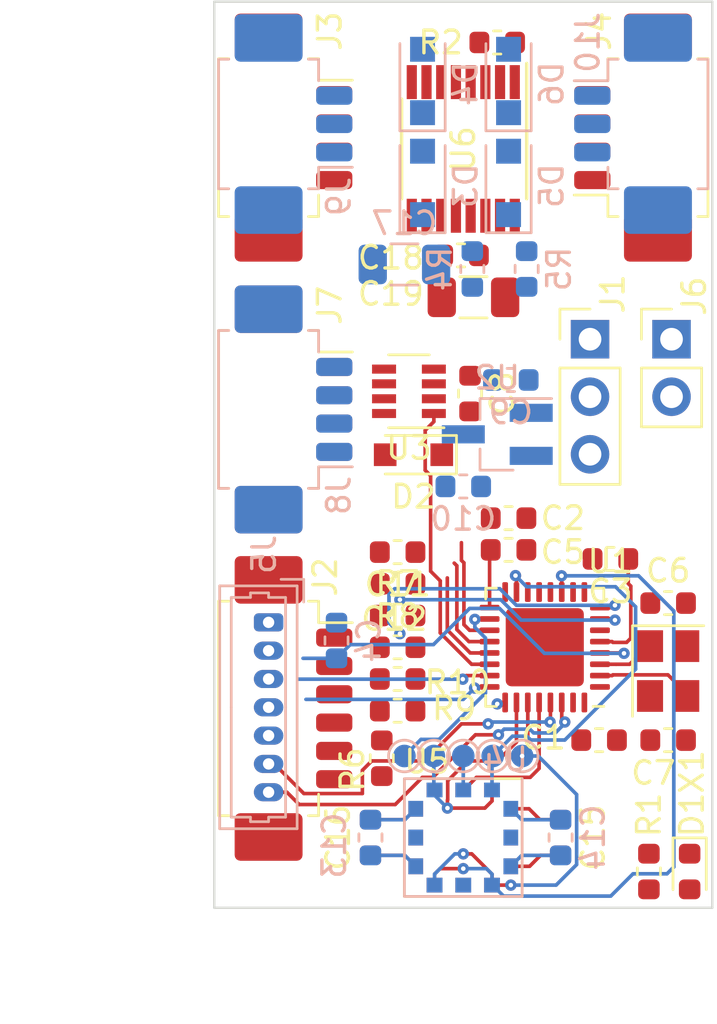
<source format=kicad_pcb>
(kicad_pcb (version 20171130) (host pcbnew "(5.1.4-0-10_14)")

  (general
    (thickness 1)
    (drawings 6)
    (tracks 215)
    (zones 0)
    (modules 56)
    (nets 56)
  )

  (page A4)
  (title_block
    (title "Actuator Board")
    (date 2020-02-16)
    (rev A.1)
    (company "Club Vaudois de Robotique Autonome")
    (comment 1 "Michael Spieler, Salah Missri, Antoine Albertelli")
    (comment 2 Authors:)
  )

  (layers
    (0 F.Cu signal)
    (1 In1.Cu signal)
    (2 In2.Cu signal)
    (31 B.Cu signal)
    (32 B.Adhes user hide)
    (33 F.Adhes user hide)
    (34 B.Paste user hide)
    (35 F.Paste user hide)
    (36 B.SilkS user)
    (37 F.SilkS user)
    (38 B.Mask user hide)
    (39 F.Mask user hide)
    (40 Dwgs.User user)
    (41 Cmts.User user)
    (42 Eco1.User user hide)
    (43 Eco2.User user hide)
    (44 Edge.Cuts user)
    (45 Margin user hide)
    (46 B.CrtYd user)
    (47 F.CrtYd user)
    (48 B.Fab user hide)
    (49 F.Fab user hide)
  )

  (setup
    (last_trace_width 0.16)
    (user_trace_width 0.16)
    (user_trace_width 0.2)
    (user_trace_width 0.25)
    (trace_clearance 0.1524)
    (zone_clearance 0.508)
    (zone_45_only no)
    (trace_min 0.152)
    (via_size 0.5)
    (via_drill 0.2)
    (via_min_size 0.5)
    (via_min_drill 0.2)
    (user_via 0.5 0.2)
    (user_via 0.6 0.3)
    (uvia_size 0.3)
    (uvia_drill 0.1)
    (uvias_allowed no)
    (uvia_min_size 0.2)
    (uvia_min_drill 0.1)
    (edge_width 0.1)
    (segment_width 0.2)
    (pcb_text_width 0.3)
    (pcb_text_size 1.5 1.5)
    (mod_edge_width 0.15)
    (mod_text_size 1 1)
    (mod_text_width 0.15)
    (pad_size 1.524 1.524)
    (pad_drill 0.762)
    (pad_to_mask_clearance 0.05)
    (solder_mask_min_width 0.32)
    (aux_axis_origin 0 0)
    (visible_elements FFFFFF7F)
    (pcbplotparams
      (layerselection 0x010fc_ffffffff)
      (usegerberextensions false)
      (usegerberattributes false)
      (usegerberadvancedattributes false)
      (creategerberjobfile false)
      (excludeedgelayer true)
      (linewidth 0.100000)
      (plotframeref false)
      (viasonmask false)
      (mode 1)
      (useauxorigin false)
      (hpglpennumber 1)
      (hpglpenspeed 20)
      (hpglpendiameter 15.000000)
      (psnegative false)
      (psa4output false)
      (plotreference true)
      (plotvalue true)
      (plotinvisibletext false)
      (padsonsilk false)
      (subtractmaskfromsilk false)
      (outputformat 1)
      (mirror false)
      (drillshape 1)
      (scaleselection 1)
      (outputdirectory ""))
  )

  (net 0 "")
  (net 1 VCC)
  (net 2 GND)
  (net 3 /RESET)
  (net 4 "Net-(C6-Pad1)")
  (net 5 "Net-(C7-Pad1)")
  (net 6 "Net-(C9-Pad1)")
  (net 7 /ANALOG1)
  (net 8 /ANALOG2)
  (net 9 "Net-(C13-Pad2)")
  (net 10 "Net-(C13-Pad1)")
  (net 11 "Net-(C15-Pad2)")
  (net 12 "Net-(C15-Pad1)")
  (net 13 "Net-(C17-Pad1)")
  (net 14 +BATT)
  (net 15 /SWIO)
  (net 16 /SWCK)
  (net 17 /UART1TX)
  (net 18 /UART1RX)
  (net 19 +5V)
  (net 20 /DIGITAL_INPUT1)
  (net 21 "Net-(D1-Pad2)")
  (net 22 "Net-(D3-Pad1)")
  (net 23 "Net-(D4-Pad1)")
  (net 24 "Net-(D5-Pad1)")
  (net 25 "Net-(D6-Pad1)")
  (net 26 /SERVO1)
  (net 27 /SERVO2)
  (net 28 /LED)
  (net 29 /PUMP_SOLENOID_ENABLE)
  (net 30 "Net-(R4-Pad2)")
  (net 31 "Net-(R5-Pad2)")
  (net 32 /SPI_MOSI)
  (net 33 /SPI_MISO)
  (net 34 /SPI_SCK)
  (net 35 /SPI_CS1)
  (net 36 /SPI_CS2)
  (net 37 /SOLENOID_IN1)
  (net 38 /SOLENOID_IN2)
  (net 39 /VACUUM_SENS_RESET)
  (net 40 /PUMP1)
  (net 41 /PUMP2)
  (net 42 /CAN_RX)
  (net 43 /CAN_TX)
  (net 44 "Net-(U4-Pad11)")
  (net 45 "Net-(U4-Pad5)")
  (net 46 "Net-(U4-Pad8)")
  (net 47 "Net-(U5-Pad8)")
  (net 48 "Net-(U5-Pad5)")
  (net 49 "Net-(U5-Pad11)")
  (net 50 "Net-(U6-Pad8)")
  (net 51 "Net-(U6-Pad14)")
  (net 52 "Net-(J2-Pad1)")
  (net 53 "Net-(J2-Pad3)")
  (net 54 "Net-(J7-Pad4)")
  (net 55 "Net-(J7-Pad3)")

  (net_class Default "This is the default net class."
    (clearance 0.1524)
    (trace_width 0.1524)
    (via_dia 0.5)
    (via_drill 0.2)
    (uvia_dia 0.3)
    (uvia_drill 0.1)
    (add_net +5V)
    (add_net +BATT)
    (add_net /ANALOG1)
    (add_net /ANALOG2)
    (add_net /CAN_RX)
    (add_net /CAN_TX)
    (add_net /DIGITAL_INPUT1)
    (add_net /LED)
    (add_net /PUMP1)
    (add_net /PUMP2)
    (add_net /PUMP_SOLENOID_ENABLE)
    (add_net /RESET)
    (add_net /SERVO1)
    (add_net /SERVO2)
    (add_net /SOLENOID_IN1)
    (add_net /SOLENOID_IN2)
    (add_net /SPI_CS1)
    (add_net /SPI_CS2)
    (add_net /SPI_MISO)
    (add_net /SPI_MOSI)
    (add_net /SPI_SCK)
    (add_net /SWCK)
    (add_net /SWIO)
    (add_net /UART1RX)
    (add_net /UART1TX)
    (add_net /VACUUM_SENS_RESET)
    (add_net GND)
    (add_net "Net-(C13-Pad1)")
    (add_net "Net-(C13-Pad2)")
    (add_net "Net-(C15-Pad1)")
    (add_net "Net-(C15-Pad2)")
    (add_net "Net-(C17-Pad1)")
    (add_net "Net-(C6-Pad1)")
    (add_net "Net-(C7-Pad1)")
    (add_net "Net-(C9-Pad1)")
    (add_net "Net-(D1-Pad2)")
    (add_net "Net-(D3-Pad1)")
    (add_net "Net-(D4-Pad1)")
    (add_net "Net-(D5-Pad1)")
    (add_net "Net-(D6-Pad1)")
    (add_net "Net-(J2-Pad1)")
    (add_net "Net-(J2-Pad3)")
    (add_net "Net-(J7-Pad3)")
    (add_net "Net-(J7-Pad4)")
    (add_net "Net-(R4-Pad2)")
    (add_net "Net-(R5-Pad2)")
    (add_net "Net-(U4-Pad11)")
    (add_net "Net-(U4-Pad5)")
    (add_net "Net-(U4-Pad8)")
    (add_net "Net-(U5-Pad11)")
    (add_net "Net-(U5-Pad5)")
    (add_net "Net-(U5-Pad8)")
    (add_net "Net-(U6-Pad14)")
    (add_net "Net-(U6-Pad8)")
    (add_net VCC)
  )

  (module Capacitor_SMD:C_0603_1608Metric (layer F.Cu) (tedit 5B301BBE) (tstamp 5E44F011)
    (at 65 92.6 180)
    (descr "Capacitor SMD 0603 (1608 Metric), square (rectangular) end terminal, IPC_7351 nominal, (Body size source: http://www.tortai-tech.com/upload/download/2011102023233369053.pdf), generated with kicad-footprint-generator")
    (tags capacitor)
    (path /56D628FF)
    (attr smd)
    (fp_text reference C1 (at 2.458999 0.108999) (layer F.SilkS)
      (effects (font (size 1 1) (thickness 0.15)))
    )
    (fp_text value 1uF (at 0 1.43) (layer F.Fab)
      (effects (font (size 1 1) (thickness 0.15)))
    )
    (fp_line (start -0.8 0.4) (end -0.8 -0.4) (layer F.Fab) (width 0.1))
    (fp_line (start -0.8 -0.4) (end 0.8 -0.4) (layer F.Fab) (width 0.1))
    (fp_line (start 0.8 -0.4) (end 0.8 0.4) (layer F.Fab) (width 0.1))
    (fp_line (start 0.8 0.4) (end -0.8 0.4) (layer F.Fab) (width 0.1))
    (fp_line (start -0.162779 -0.51) (end 0.162779 -0.51) (layer F.SilkS) (width 0.12))
    (fp_line (start -0.162779 0.51) (end 0.162779 0.51) (layer F.SilkS) (width 0.12))
    (fp_line (start -1.48 0.73) (end -1.48 -0.73) (layer F.CrtYd) (width 0.05))
    (fp_line (start -1.48 -0.73) (end 1.48 -0.73) (layer F.CrtYd) (width 0.05))
    (fp_line (start 1.48 -0.73) (end 1.48 0.73) (layer F.CrtYd) (width 0.05))
    (fp_line (start 1.48 0.73) (end -1.48 0.73) (layer F.CrtYd) (width 0.05))
    (fp_text user %R (at 0 0) (layer F.Fab)
      (effects (font (size 0.4 0.4) (thickness 0.06)))
    )
    (pad 1 smd roundrect (at -0.7875 0 180) (size 0.875 0.95) (layers F.Cu F.Paste F.Mask) (roundrect_rratio 0.25)
      (net 1 VCC))
    (pad 2 smd roundrect (at 0.7875 0 180) (size 0.875 0.95) (layers F.Cu F.Paste F.Mask) (roundrect_rratio 0.25)
      (net 2 GND))
    (model ${KISYS3DMOD}/Capacitor_SMD.3dshapes/C_0603_1608Metric.wrl
      (at (xyz 0 0 0))
      (scale (xyz 1 1 1))
      (rotate (xyz 0 0 0))
    )
  )

  (module Capacitor_SMD:C_0603_1608Metric (layer B.Cu) (tedit 5B301BBE) (tstamp 5E44F08B)
    (at 61.1 76.7)
    (descr "Capacitor SMD 0603 (1608 Metric), square (rectangular) end terminal, IPC_7351 nominal, (Body size source: http://www.tortai-tech.com/upload/download/2011102023233369053.pdf), generated with kicad-footprint-generator")
    (tags capacitor)
    (path /56D60C22)
    (attr smd)
    (fp_text reference C9 (at 0 1.43 180) (layer B.SilkS)
      (effects (font (size 1 1) (thickness 0.15)) (justify mirror))
    )
    (fp_text value 1uF (at 0 -1.43 180) (layer B.Fab)
      (effects (font (size 1 1) (thickness 0.15)) (justify mirror))
    )
    (fp_line (start -0.8 -0.4) (end -0.8 0.4) (layer B.Fab) (width 0.1))
    (fp_line (start -0.8 0.4) (end 0.8 0.4) (layer B.Fab) (width 0.1))
    (fp_line (start 0.8 0.4) (end 0.8 -0.4) (layer B.Fab) (width 0.1))
    (fp_line (start 0.8 -0.4) (end -0.8 -0.4) (layer B.Fab) (width 0.1))
    (fp_line (start -0.162779 0.51) (end 0.162779 0.51) (layer B.SilkS) (width 0.12))
    (fp_line (start -0.162779 -0.51) (end 0.162779 -0.51) (layer B.SilkS) (width 0.12))
    (fp_line (start -1.48 -0.73) (end -1.48 0.73) (layer B.CrtYd) (width 0.05))
    (fp_line (start -1.48 0.73) (end 1.48 0.73) (layer B.CrtYd) (width 0.05))
    (fp_line (start 1.48 0.73) (end 1.48 -0.73) (layer B.CrtYd) (width 0.05))
    (fp_line (start 1.48 -0.73) (end -1.48 -0.73) (layer B.CrtYd) (width 0.05))
    (fp_text user %R (at 0 0 180) (layer B.Fab)
      (effects (font (size 0.4 0.4) (thickness 0.06)) (justify mirror))
    )
    (pad 1 smd roundrect (at -0.7875 0) (size 0.875 0.95) (layers B.Cu B.Paste B.Mask) (roundrect_rratio 0.25)
      (net 6 "Net-(C9-Pad1)"))
    (pad 2 smd roundrect (at 0.7875 0) (size 0.875 0.95) (layers B.Cu B.Paste B.Mask) (roundrect_rratio 0.25)
      (net 2 GND))
    (model ${KISYS3DMOD}/Capacitor_SMD.3dshapes/C_0603_1608Metric.wrl
      (at (xyz 0 0 0))
      (scale (xyz 1 1 1))
      (rotate (xyz 0 0 0))
    )
  )

  (module Capacitor_SMD:C_0603_1608Metric (layer B.Cu) (tedit 5B301BBE) (tstamp 5E44F09C)
    (at 59 81.4)
    (descr "Capacitor SMD 0603 (1608 Metric), square (rectangular) end terminal, IPC_7351 nominal, (Body size source: http://www.tortai-tech.com/upload/download/2011102023233369053.pdf), generated with kicad-footprint-generator")
    (tags capacitor)
    (path /56D60C4F)
    (attr smd)
    (fp_text reference C10 (at 0 1.43) (layer B.SilkS)
      (effects (font (size 1 1) (thickness 0.15)) (justify mirror))
    )
    (fp_text value 1uF (at 0 -1.43) (layer B.Fab)
      (effects (font (size 1 1) (thickness 0.15)) (justify mirror))
    )
    (fp_line (start -0.8 -0.4) (end -0.8 0.4) (layer B.Fab) (width 0.1))
    (fp_line (start -0.8 0.4) (end 0.8 0.4) (layer B.Fab) (width 0.1))
    (fp_line (start 0.8 0.4) (end 0.8 -0.4) (layer B.Fab) (width 0.1))
    (fp_line (start 0.8 -0.4) (end -0.8 -0.4) (layer B.Fab) (width 0.1))
    (fp_line (start -0.162779 0.51) (end 0.162779 0.51) (layer B.SilkS) (width 0.12))
    (fp_line (start -0.162779 -0.51) (end 0.162779 -0.51) (layer B.SilkS) (width 0.12))
    (fp_line (start -1.48 -0.73) (end -1.48 0.73) (layer B.CrtYd) (width 0.05))
    (fp_line (start -1.48 0.73) (end 1.48 0.73) (layer B.CrtYd) (width 0.05))
    (fp_line (start 1.48 0.73) (end 1.48 -0.73) (layer B.CrtYd) (width 0.05))
    (fp_line (start 1.48 -0.73) (end -1.48 -0.73) (layer B.CrtYd) (width 0.05))
    (fp_text user %R (at 0 0) (layer B.Fab)
      (effects (font (size 0.4 0.4) (thickness 0.06)) (justify mirror))
    )
    (pad 1 smd roundrect (at -0.7875 0) (size 0.875 0.95) (layers B.Cu B.Paste B.Mask) (roundrect_rratio 0.25)
      (net 1 VCC))
    (pad 2 smd roundrect (at 0.7875 0) (size 0.875 0.95) (layers B.Cu B.Paste B.Mask) (roundrect_rratio 0.25)
      (net 2 GND))
    (model ${KISYS3DMOD}/Capacitor_SMD.3dshapes/C_0603_1608Metric.wrl
      (at (xyz 0 0 0))
      (scale (xyz 1 1 1))
      (rotate (xyz 0 0 0))
    )
  )

  (module Capacitor_SMD:C_0603_1608Metric (layer F.Cu) (tedit 5B301BBE) (tstamp 5E4527BB)
    (at 56.1 84.3 180)
    (descr "Capacitor SMD 0603 (1608 Metric), square (rectangular) end terminal, IPC_7351 nominal, (Body size source: http://www.tortai-tech.com/upload/download/2011102023233369053.pdf), generated with kicad-footprint-generator")
    (tags capacitor)
    (path /5E1FAFCF/5E30FCAA)
    (attr smd)
    (fp_text reference C11 (at 0 -1.43) (layer F.SilkS)
      (effects (font (size 1 1) (thickness 0.15)))
    )
    (fp_text value 0.1uF (at 0 1.43) (layer F.Fab)
      (effects (font (size 1 1) (thickness 0.15)))
    )
    (fp_text user %R (at 0 0) (layer F.Fab)
      (effects (font (size 0.4 0.4) (thickness 0.06)))
    )
    (fp_line (start 1.48 0.73) (end -1.48 0.73) (layer F.CrtYd) (width 0.05))
    (fp_line (start 1.48 -0.73) (end 1.48 0.73) (layer F.CrtYd) (width 0.05))
    (fp_line (start -1.48 -0.73) (end 1.48 -0.73) (layer F.CrtYd) (width 0.05))
    (fp_line (start -1.48 0.73) (end -1.48 -0.73) (layer F.CrtYd) (width 0.05))
    (fp_line (start -0.162779 0.51) (end 0.162779 0.51) (layer F.SilkS) (width 0.12))
    (fp_line (start -0.162779 -0.51) (end 0.162779 -0.51) (layer F.SilkS) (width 0.12))
    (fp_line (start 0.8 0.4) (end -0.8 0.4) (layer F.Fab) (width 0.1))
    (fp_line (start 0.8 -0.4) (end 0.8 0.4) (layer F.Fab) (width 0.1))
    (fp_line (start -0.8 -0.4) (end 0.8 -0.4) (layer F.Fab) (width 0.1))
    (fp_line (start -0.8 0.4) (end -0.8 -0.4) (layer F.Fab) (width 0.1))
    (pad 2 smd roundrect (at 0.7875 0 180) (size 0.875 0.95) (layers F.Cu F.Paste F.Mask) (roundrect_rratio 0.25)
      (net 2 GND))
    (pad 1 smd roundrect (at -0.7875 0 180) (size 0.875 0.95) (layers F.Cu F.Paste F.Mask) (roundrect_rratio 0.25)
      (net 7 /ANALOG1))
    (model ${KISYS3DMOD}/Capacitor_SMD.3dshapes/C_0603_1608Metric.wrl
      (at (xyz 0 0 0))
      (scale (xyz 1 1 1))
      (rotate (xyz 0 0 0))
    )
  )

  (module Capacitor_SMD:C_0603_1608Metric (layer F.Cu) (tedit 5B301BBE) (tstamp 5E4EFE5F)
    (at 56.1 88.5 180)
    (descr "Capacitor SMD 0603 (1608 Metric), square (rectangular) end terminal, IPC_7351 nominal, (Body size source: http://www.tortai-tech.com/upload/download/2011102023233369053.pdf), generated with kicad-footprint-generator")
    (tags capacitor)
    (path /5E1FAFCF/5E315BCA)
    (attr smd)
    (fp_text reference C12 (at 0.15 1.25) (layer F.SilkS)
      (effects (font (size 1 1) (thickness 0.15)))
    )
    (fp_text value 0.1uF (at 0 1.43) (layer F.Fab)
      (effects (font (size 1 1) (thickness 0.15)))
    )
    (fp_line (start -0.8 0.4) (end -0.8 -0.4) (layer F.Fab) (width 0.1))
    (fp_line (start -0.8 -0.4) (end 0.8 -0.4) (layer F.Fab) (width 0.1))
    (fp_line (start 0.8 -0.4) (end 0.8 0.4) (layer F.Fab) (width 0.1))
    (fp_line (start 0.8 0.4) (end -0.8 0.4) (layer F.Fab) (width 0.1))
    (fp_line (start -0.162779 -0.51) (end 0.162779 -0.51) (layer F.SilkS) (width 0.12))
    (fp_line (start -0.162779 0.51) (end 0.162779 0.51) (layer F.SilkS) (width 0.12))
    (fp_line (start -1.48 0.73) (end -1.48 -0.73) (layer F.CrtYd) (width 0.05))
    (fp_line (start -1.48 -0.73) (end 1.48 -0.73) (layer F.CrtYd) (width 0.05))
    (fp_line (start 1.48 -0.73) (end 1.48 0.73) (layer F.CrtYd) (width 0.05))
    (fp_line (start 1.48 0.73) (end -1.48 0.73) (layer F.CrtYd) (width 0.05))
    (fp_text user %R (at 0 0) (layer F.Fab)
      (effects (font (size 0.4 0.4) (thickness 0.06)))
    )
    (pad 1 smd roundrect (at -0.7875 0 180) (size 0.875 0.95) (layers F.Cu F.Paste F.Mask) (roundrect_rratio 0.25)
      (net 8 /ANALOG2))
    (pad 2 smd roundrect (at 0.7875 0 180) (size 0.875 0.95) (layers F.Cu F.Paste F.Mask) (roundrect_rratio 0.25)
      (net 2 GND))
    (model ${KISYS3DMOD}/Capacitor_SMD.3dshapes/C_0603_1608Metric.wrl
      (at (xyz 0 0 0))
      (scale (xyz 1 1 1))
      (rotate (xyz 0 0 0))
    )
  )

  (module Capacitor_SMD:C_0603_1608Metric (layer B.Cu) (tedit 5B301BBE) (tstamp 5E44F0CF)
    (at 54.9 96.9 270)
    (descr "Capacitor SMD 0603 (1608 Metric), square (rectangular) end terminal, IPC_7351 nominal, (Body size source: http://www.tortai-tech.com/upload/download/2011102023233369053.pdf), generated with kicad-footprint-generator")
    (tags capacitor)
    (path /5E1FAFCF/5E251FA3)
    (attr smd)
    (fp_text reference C13 (at 0.35 1.6 270) (layer B.SilkS)
      (effects (font (size 1 1) (thickness 0.15)) (justify mirror))
    )
    (fp_text value 1nF (at 0 -1.43 270) (layer B.Fab)
      (effects (font (size 1 1) (thickness 0.15)) (justify mirror))
    )
    (fp_text user %R (at 0 0 270) (layer B.Fab)
      (effects (font (size 0.4 0.4) (thickness 0.06)) (justify mirror))
    )
    (fp_line (start 1.48 -0.73) (end -1.48 -0.73) (layer B.CrtYd) (width 0.05))
    (fp_line (start 1.48 0.73) (end 1.48 -0.73) (layer B.CrtYd) (width 0.05))
    (fp_line (start -1.48 0.73) (end 1.48 0.73) (layer B.CrtYd) (width 0.05))
    (fp_line (start -1.48 -0.73) (end -1.48 0.73) (layer B.CrtYd) (width 0.05))
    (fp_line (start -0.162779 -0.51) (end 0.162779 -0.51) (layer B.SilkS) (width 0.12))
    (fp_line (start -0.162779 0.51) (end 0.162779 0.51) (layer B.SilkS) (width 0.12))
    (fp_line (start 0.8 -0.4) (end -0.8 -0.4) (layer B.Fab) (width 0.1))
    (fp_line (start 0.8 0.4) (end 0.8 -0.4) (layer B.Fab) (width 0.1))
    (fp_line (start -0.8 0.4) (end 0.8 0.4) (layer B.Fab) (width 0.1))
    (fp_line (start -0.8 -0.4) (end -0.8 0.4) (layer B.Fab) (width 0.1))
    (pad 2 smd roundrect (at 0.7875 0 270) (size 0.875 0.95) (layers B.Cu B.Paste B.Mask) (roundrect_rratio 0.25)
      (net 9 "Net-(C13-Pad2)"))
    (pad 1 smd roundrect (at -0.7875 0 270) (size 0.875 0.95) (layers B.Cu B.Paste B.Mask) (roundrect_rratio 0.25)
      (net 10 "Net-(C13-Pad1)"))
    (model ${KISYS3DMOD}/Capacitor_SMD.3dshapes/C_0603_1608Metric.wrl
      (at (xyz 0 0 0))
      (scale (xyz 1 1 1))
      (rotate (xyz 0 0 0))
    )
  )

  (module Capacitor_SMD:C_0603_1608Metric (layer B.Cu) (tedit 5B301BBE) (tstamp 5E45176B)
    (at 63.3 96.9 90)
    (descr "Capacitor SMD 0603 (1608 Metric), square (rectangular) end terminal, IPC_7351 nominal, (Body size source: http://www.tortai-tech.com/upload/download/2011102023233369053.pdf), generated with kicad-footprint-generator")
    (tags capacitor)
    (path /5E1FAFCF/5E250C7A)
    (attr smd)
    (fp_text reference C14 (at 0 1.43 270) (layer B.SilkS)
      (effects (font (size 1 1) (thickness 0.15)) (justify mirror))
    )
    (fp_text value 0.1uF (at 0 -1.43 270) (layer B.Fab)
      (effects (font (size 1 1) (thickness 0.15)) (justify mirror))
    )
    (fp_text user %R (at 0 0 270) (layer B.Fab)
      (effects (font (size 0.4 0.4) (thickness 0.06)) (justify mirror))
    )
    (fp_line (start 1.48 -0.73) (end -1.48 -0.73) (layer B.CrtYd) (width 0.05))
    (fp_line (start 1.48 0.73) (end 1.48 -0.73) (layer B.CrtYd) (width 0.05))
    (fp_line (start -1.48 0.73) (end 1.48 0.73) (layer B.CrtYd) (width 0.05))
    (fp_line (start -1.48 -0.73) (end -1.48 0.73) (layer B.CrtYd) (width 0.05))
    (fp_line (start -0.162779 -0.51) (end 0.162779 -0.51) (layer B.SilkS) (width 0.12))
    (fp_line (start -0.162779 0.51) (end 0.162779 0.51) (layer B.SilkS) (width 0.12))
    (fp_line (start 0.8 -0.4) (end -0.8 -0.4) (layer B.Fab) (width 0.1))
    (fp_line (start 0.8 0.4) (end 0.8 -0.4) (layer B.Fab) (width 0.1))
    (fp_line (start -0.8 0.4) (end 0.8 0.4) (layer B.Fab) (width 0.1))
    (fp_line (start -0.8 -0.4) (end -0.8 0.4) (layer B.Fab) (width 0.1))
    (pad 2 smd roundrect (at 0.7875 0 90) (size 0.875 0.95) (layers B.Cu B.Paste B.Mask) (roundrect_rratio 0.25)
      (net 1 VCC))
    (pad 1 smd roundrect (at -0.7875 0 90) (size 0.875 0.95) (layers B.Cu B.Paste B.Mask) (roundrect_rratio 0.25)
      (net 2 GND))
    (model ${KISYS3DMOD}/Capacitor_SMD.3dshapes/C_0603_1608Metric.wrl
      (at (xyz 0 0 0))
      (scale (xyz 1 1 1))
      (rotate (xyz 0 0 0))
    )
  )

  (module Capacitor_SMD:C_0603_1608Metric (layer F.Cu) (tedit 5B301BBE) (tstamp 5E44F0F1)
    (at 63.3 96.9 270)
    (descr "Capacitor SMD 0603 (1608 Metric), square (rectangular) end terminal, IPC_7351 nominal, (Body size source: http://www.tortai-tech.com/upload/download/2011102023233369053.pdf), generated with kicad-footprint-generator")
    (tags capacitor)
    (path /5E1FAFCF/5E43EDDE)
    (attr smd)
    (fp_text reference C15 (at 0 -1.43 90) (layer F.SilkS)
      (effects (font (size 1 1) (thickness 0.15)))
    )
    (fp_text value 1nF (at 0 1.43 90) (layer F.Fab)
      (effects (font (size 1 1) (thickness 0.15)))
    )
    (fp_text user %R (at 0 0 90) (layer F.Fab)
      (effects (font (size 0.4 0.4) (thickness 0.06)))
    )
    (fp_line (start 1.48 0.73) (end -1.48 0.73) (layer F.CrtYd) (width 0.05))
    (fp_line (start 1.48 -0.73) (end 1.48 0.73) (layer F.CrtYd) (width 0.05))
    (fp_line (start -1.48 -0.73) (end 1.48 -0.73) (layer F.CrtYd) (width 0.05))
    (fp_line (start -1.48 0.73) (end -1.48 -0.73) (layer F.CrtYd) (width 0.05))
    (fp_line (start -0.162779 0.51) (end 0.162779 0.51) (layer F.SilkS) (width 0.12))
    (fp_line (start -0.162779 -0.51) (end 0.162779 -0.51) (layer F.SilkS) (width 0.12))
    (fp_line (start 0.8 0.4) (end -0.8 0.4) (layer F.Fab) (width 0.1))
    (fp_line (start 0.8 -0.4) (end 0.8 0.4) (layer F.Fab) (width 0.1))
    (fp_line (start -0.8 -0.4) (end 0.8 -0.4) (layer F.Fab) (width 0.1))
    (fp_line (start -0.8 0.4) (end -0.8 -0.4) (layer F.Fab) (width 0.1))
    (pad 2 smd roundrect (at 0.7875 0 270) (size 0.875 0.95) (layers F.Cu F.Paste F.Mask) (roundrect_rratio 0.25)
      (net 11 "Net-(C15-Pad2)"))
    (pad 1 smd roundrect (at -0.7875 0 270) (size 0.875 0.95) (layers F.Cu F.Paste F.Mask) (roundrect_rratio 0.25)
      (net 12 "Net-(C15-Pad1)"))
    (model ${KISYS3DMOD}/Capacitor_SMD.3dshapes/C_0603_1608Metric.wrl
      (at (xyz 0 0 0))
      (scale (xyz 1 1 1))
      (rotate (xyz 0 0 0))
    )
  )

  (module Capacitor_SMD:C_0603_1608Metric (layer F.Cu) (tedit 5B301BBE) (tstamp 5E4664E3)
    (at 54.9 96.9 90)
    (descr "Capacitor SMD 0603 (1608 Metric), square (rectangular) end terminal, IPC_7351 nominal, (Body size source: http://www.tortai-tech.com/upload/download/2011102023233369053.pdf), generated with kicad-footprint-generator")
    (tags capacitor)
    (path /5E1FAFCF/5E43EDC4)
    (attr smd)
    (fp_text reference C16 (at 0 -1.43 90) (layer F.SilkS)
      (effects (font (size 1 1) (thickness 0.15)))
    )
    (fp_text value 0.1uF (at 0 1.43 90) (layer F.Fab)
      (effects (font (size 1 1) (thickness 0.15)))
    )
    (fp_line (start -0.8 0.4) (end -0.8 -0.4) (layer F.Fab) (width 0.1))
    (fp_line (start -0.8 -0.4) (end 0.8 -0.4) (layer F.Fab) (width 0.1))
    (fp_line (start 0.8 -0.4) (end 0.8 0.4) (layer F.Fab) (width 0.1))
    (fp_line (start 0.8 0.4) (end -0.8 0.4) (layer F.Fab) (width 0.1))
    (fp_line (start -0.162779 -0.51) (end 0.162779 -0.51) (layer F.SilkS) (width 0.12))
    (fp_line (start -0.162779 0.51) (end 0.162779 0.51) (layer F.SilkS) (width 0.12))
    (fp_line (start -1.48 0.73) (end -1.48 -0.73) (layer F.CrtYd) (width 0.05))
    (fp_line (start -1.48 -0.73) (end 1.48 -0.73) (layer F.CrtYd) (width 0.05))
    (fp_line (start 1.48 -0.73) (end 1.48 0.73) (layer F.CrtYd) (width 0.05))
    (fp_line (start 1.48 0.73) (end -1.48 0.73) (layer F.CrtYd) (width 0.05))
    (fp_text user %R (at 0 0 90) (layer F.Fab)
      (effects (font (size 0.4 0.4) (thickness 0.06)))
    )
    (pad 1 smd roundrect (at -0.7875 0 90) (size 0.875 0.95) (layers F.Cu F.Paste F.Mask) (roundrect_rratio 0.25)
      (net 2 GND))
    (pad 2 smd roundrect (at 0.7875 0 90) (size 0.875 0.95) (layers F.Cu F.Paste F.Mask) (roundrect_rratio 0.25)
      (net 1 VCC))
    (model ${KISYS3DMOD}/Capacitor_SMD.3dshapes/C_0603_1608Metric.wrl
      (at (xyz 0 0 0))
      (scale (xyz 1 1 1))
      (rotate (xyz 0 0 0))
    )
  )

  (module Capacitor_SMD:C_1206_3216Metric (layer B.Cu) (tedit 5B301BBE) (tstamp 5E44F113)
    (at 56.4 71.6 180)
    (descr "Capacitor SMD 1206 (3216 Metric), square (rectangular) end terminal, IPC_7351 nominal, (Body size source: http://www.tortai-tech.com/upload/download/2011102023233369053.pdf), generated with kicad-footprint-generator")
    (tags capacitor)
    (path /5E1FB153/5E3A79F5)
    (attr smd)
    (fp_text reference C17 (at 0 1.82) (layer B.SilkS)
      (effects (font (size 1 1) (thickness 0.15)) (justify mirror))
    )
    (fp_text value 10uF (at 0 -1.82) (layer B.Fab)
      (effects (font (size 1 1) (thickness 0.15)) (justify mirror))
    )
    (fp_line (start -1.6 -0.8) (end -1.6 0.8) (layer B.Fab) (width 0.1))
    (fp_line (start -1.6 0.8) (end 1.6 0.8) (layer B.Fab) (width 0.1))
    (fp_line (start 1.6 0.8) (end 1.6 -0.8) (layer B.Fab) (width 0.1))
    (fp_line (start 1.6 -0.8) (end -1.6 -0.8) (layer B.Fab) (width 0.1))
    (fp_line (start -0.602064 0.91) (end 0.602064 0.91) (layer B.SilkS) (width 0.12))
    (fp_line (start -0.602064 -0.91) (end 0.602064 -0.91) (layer B.SilkS) (width 0.12))
    (fp_line (start -2.28 -1.12) (end -2.28 1.12) (layer B.CrtYd) (width 0.05))
    (fp_line (start -2.28 1.12) (end 2.28 1.12) (layer B.CrtYd) (width 0.05))
    (fp_line (start 2.28 1.12) (end 2.28 -1.12) (layer B.CrtYd) (width 0.05))
    (fp_line (start 2.28 -1.12) (end -2.28 -1.12) (layer B.CrtYd) (width 0.05))
    (fp_text user %R (at 0 0) (layer B.Fab)
      (effects (font (size 0.8 0.8) (thickness 0.12)) (justify mirror))
    )
    (pad 1 smd roundrect (at -1.4 0 180) (size 1.25 1.75) (layers B.Cu B.Paste B.Mask) (roundrect_rratio 0.2)
      (net 13 "Net-(C17-Pad1)"))
    (pad 2 smd roundrect (at 1.4 0 180) (size 1.25 1.75) (layers B.Cu B.Paste B.Mask) (roundrect_rratio 0.2)
      (net 2 GND))
    (model ${KISYS3DMOD}/Capacitor_SMD.3dshapes/C_1206_3216Metric.wrl
      (at (xyz 0 0 0))
      (scale (xyz 1 1 1))
      (rotate (xyz 0 0 0))
    )
  )

  (module Capacitor_SMD:C_0603_1608Metric (layer F.Cu) (tedit 5B301BBE) (tstamp 5E44F124)
    (at 58.9 71.2)
    (descr "Capacitor SMD 0603 (1608 Metric), square (rectangular) end terminal, IPC_7351 nominal, (Body size source: http://www.tortai-tech.com/upload/download/2011102023233369053.pdf), generated with kicad-footprint-generator")
    (tags capacitor)
    (path /5E1FB153/5E2FBBF2)
    (attr smd)
    (fp_text reference C18 (at -3.1 0.1) (layer F.SilkS)
      (effects (font (size 1 1) (thickness 0.15)))
    )
    (fp_text value 0.1uF (at 0 1.43) (layer F.Fab)
      (effects (font (size 1 1) (thickness 0.15)))
    )
    (fp_text user %R (at 0 0) (layer F.Fab)
      (effects (font (size 0.4 0.4) (thickness 0.06)))
    )
    (fp_line (start 1.48 0.73) (end -1.48 0.73) (layer F.CrtYd) (width 0.05))
    (fp_line (start 1.48 -0.73) (end 1.48 0.73) (layer F.CrtYd) (width 0.05))
    (fp_line (start -1.48 -0.73) (end 1.48 -0.73) (layer F.CrtYd) (width 0.05))
    (fp_line (start -1.48 0.73) (end -1.48 -0.73) (layer F.CrtYd) (width 0.05))
    (fp_line (start -0.162779 0.51) (end 0.162779 0.51) (layer F.SilkS) (width 0.12))
    (fp_line (start -0.162779 -0.51) (end 0.162779 -0.51) (layer F.SilkS) (width 0.12))
    (fp_line (start 0.8 0.4) (end -0.8 0.4) (layer F.Fab) (width 0.1))
    (fp_line (start 0.8 -0.4) (end 0.8 0.4) (layer F.Fab) (width 0.1))
    (fp_line (start -0.8 -0.4) (end 0.8 -0.4) (layer F.Fab) (width 0.1))
    (fp_line (start -0.8 0.4) (end -0.8 -0.4) (layer F.Fab) (width 0.1))
    (pad 2 smd roundrect (at 0.7875 0) (size 0.875 0.95) (layers F.Cu F.Paste F.Mask) (roundrect_rratio 0.25)
      (net 2 GND))
    (pad 1 smd roundrect (at -0.7875 0) (size 0.875 0.95) (layers F.Cu F.Paste F.Mask) (roundrect_rratio 0.25)
      (net 14 +BATT))
    (model ${KISYS3DMOD}/Capacitor_SMD.3dshapes/C_0603_1608Metric.wrl
      (at (xyz 0 0 0))
      (scale (xyz 1 1 1))
      (rotate (xyz 0 0 0))
    )
  )

  (module Connector_PinHeader_2.54mm:PinHeader_1x02_P2.54mm_Vertical (layer F.Cu) (tedit 59FED5CC) (tstamp 5E49AB6A)
    (at 68.2 74.9)
    (descr "Through hole straight pin header, 1x02, 2.54mm pitch, single row")
    (tags "Through hole pin header THT 1x02 2.54mm single row")
    (path /5E236F0F)
    (fp_text reference J6 (at 1 -1.9 90) (layer F.SilkS)
      (effects (font (size 1 1) (thickness 0.15)))
    )
    (fp_text value BATTERY (at 0 4.87) (layer F.Fab)
      (effects (font (size 1 1) (thickness 0.15)))
    )
    (fp_line (start -0.635 -1.27) (end 1.27 -1.27) (layer F.Fab) (width 0.1))
    (fp_line (start 1.27 -1.27) (end 1.27 3.81) (layer F.Fab) (width 0.1))
    (fp_line (start 1.27 3.81) (end -1.27 3.81) (layer F.Fab) (width 0.1))
    (fp_line (start -1.27 3.81) (end -1.27 -0.635) (layer F.Fab) (width 0.1))
    (fp_line (start -1.27 -0.635) (end -0.635 -1.27) (layer F.Fab) (width 0.1))
    (fp_line (start -1.33 3.87) (end 1.33 3.87) (layer F.SilkS) (width 0.12))
    (fp_line (start -1.33 1.27) (end -1.33 3.87) (layer F.SilkS) (width 0.12))
    (fp_line (start 1.33 1.27) (end 1.33 3.87) (layer F.SilkS) (width 0.12))
    (fp_line (start -1.33 1.27) (end 1.33 1.27) (layer F.SilkS) (width 0.12))
    (fp_line (start -1.33 0) (end -1.33 -1.33) (layer F.SilkS) (width 0.12))
    (fp_line (start -1.33 -1.33) (end 0 -1.33) (layer F.SilkS) (width 0.12))
    (fp_line (start -1.8 -1.8) (end -1.8 4.35) (layer F.CrtYd) (width 0.05))
    (fp_line (start -1.8 4.35) (end 1.8 4.35) (layer F.CrtYd) (width 0.05))
    (fp_line (start 1.8 4.35) (end 1.8 -1.8) (layer F.CrtYd) (width 0.05))
    (fp_line (start 1.8 -1.8) (end -1.8 -1.8) (layer F.CrtYd) (width 0.05))
    (fp_text user %R (at 0 1.27 90) (layer F.Fab)
      (effects (font (size 1 1) (thickness 0.15)))
    )
    (pad 1 thru_hole rect (at 0 0) (size 1.7 1.7) (drill 1) (layers *.Cu *.Mask)
      (net 14 +BATT))
    (pad 2 thru_hole oval (at 0 2.54) (size 1.7 1.7) (drill 1) (layers *.Cu *.Mask)
      (net 2 GND))
    (model ${KISYS3DMOD}/Connector_PinHeader_2.54mm.3dshapes/PinHeader_1x02_P2.54mm_Vertical.wrl
      (at (xyz 0 0 0))
      (scale (xyz 1 1 1))
      (rotate (xyz 0 0 0))
    )
  )

  (module LED_SMD:LED_0603_1608Metric (layer F.Cu) (tedit 5B301BBE) (tstamp 5E44F2D6)
    (at 69 98.4 270)
    (descr "LED SMD 0603 (1608 Metric), square (rectangular) end terminal, IPC_7351 nominal, (Body size source: http://www.tortai-tech.com/upload/download/2011102023233369053.pdf), generated with kicad-footprint-generator")
    (tags diode)
    (path /56D63FB2)
    (attr smd)
    (fp_text reference D1 (at -2.5 -0.1 90) (layer F.SilkS)
      (effects (font (size 1 1) (thickness 0.15)))
    )
    (fp_text value LED (at 0 1.43 90) (layer F.Fab)
      (effects (font (size 1 1) (thickness 0.15)))
    )
    (fp_line (start 0.8 -0.4) (end -0.5 -0.4) (layer F.Fab) (width 0.1))
    (fp_line (start -0.5 -0.4) (end -0.8 -0.1) (layer F.Fab) (width 0.1))
    (fp_line (start -0.8 -0.1) (end -0.8 0.4) (layer F.Fab) (width 0.1))
    (fp_line (start -0.8 0.4) (end 0.8 0.4) (layer F.Fab) (width 0.1))
    (fp_line (start 0.8 0.4) (end 0.8 -0.4) (layer F.Fab) (width 0.1))
    (fp_line (start 0.8 -0.735) (end -1.485 -0.735) (layer F.SilkS) (width 0.12))
    (fp_line (start -1.485 -0.735) (end -1.485 0.735) (layer F.SilkS) (width 0.12))
    (fp_line (start -1.485 0.735) (end 0.8 0.735) (layer F.SilkS) (width 0.12))
    (fp_line (start -1.48 0.73) (end -1.48 -0.73) (layer F.CrtYd) (width 0.05))
    (fp_line (start -1.48 -0.73) (end 1.48 -0.73) (layer F.CrtYd) (width 0.05))
    (fp_line (start 1.48 -0.73) (end 1.48 0.73) (layer F.CrtYd) (width 0.05))
    (fp_line (start 1.48 0.73) (end -1.48 0.73) (layer F.CrtYd) (width 0.05))
    (fp_text user %R (at 0 0 90) (layer F.Fab)
      (effects (font (size 0.4 0.4) (thickness 0.06)))
    )
    (pad 1 smd roundrect (at -0.7875 0 270) (size 0.875 0.95) (layers F.Cu F.Paste F.Mask) (roundrect_rratio 0.25)
      (net 2 GND))
    (pad 2 smd roundrect (at 0.7875 0 270) (size 0.875 0.95) (layers F.Cu F.Paste F.Mask) (roundrect_rratio 0.25)
      (net 21 "Net-(D1-Pad2)"))
    (model ${KISYS3DMOD}/LED_SMD.3dshapes/LED_0603_1608Metric.wrl
      (at (xyz 0 0 0))
      (scale (xyz 1 1 1))
      (rotate (xyz 0 0 0))
    )
  )

  (module Diode_SMD:D_SOD-323_HandSoldering (layer F.Cu) (tedit 58641869) (tstamp 5E45B1D0)
    (at 56.8 80 180)
    (descr SOD-323)
    (tags SOD-323)
    (path /5BD6F803)
    (attr smd)
    (fp_text reference D2 (at 0 -1.85) (layer F.SilkS)
      (effects (font (size 1 1) (thickness 0.15)))
    )
    (fp_text value SBR130S3-7 (at 0.1 1.9) (layer F.Fab)
      (effects (font (size 1 1) (thickness 0.15)))
    )
    (fp_text user %R (at 0 -1.85) (layer F.Fab)
      (effects (font (size 1 1) (thickness 0.15)))
    )
    (fp_line (start -1.9 -0.85) (end -1.9 0.85) (layer F.SilkS) (width 0.12))
    (fp_line (start 0.2 0) (end 0.45 0) (layer F.Fab) (width 0.1))
    (fp_line (start 0.2 0.35) (end -0.3 0) (layer F.Fab) (width 0.1))
    (fp_line (start 0.2 -0.35) (end 0.2 0.35) (layer F.Fab) (width 0.1))
    (fp_line (start -0.3 0) (end 0.2 -0.35) (layer F.Fab) (width 0.1))
    (fp_line (start -0.3 0) (end -0.5 0) (layer F.Fab) (width 0.1))
    (fp_line (start -0.3 -0.35) (end -0.3 0.35) (layer F.Fab) (width 0.1))
    (fp_line (start -0.9 0.7) (end -0.9 -0.7) (layer F.Fab) (width 0.1))
    (fp_line (start 0.9 0.7) (end -0.9 0.7) (layer F.Fab) (width 0.1))
    (fp_line (start 0.9 -0.7) (end 0.9 0.7) (layer F.Fab) (width 0.1))
    (fp_line (start -0.9 -0.7) (end 0.9 -0.7) (layer F.Fab) (width 0.1))
    (fp_line (start -2 -0.95) (end 2 -0.95) (layer F.CrtYd) (width 0.05))
    (fp_line (start 2 -0.95) (end 2 0.95) (layer F.CrtYd) (width 0.05))
    (fp_line (start -2 0.95) (end 2 0.95) (layer F.CrtYd) (width 0.05))
    (fp_line (start -2 -0.95) (end -2 0.95) (layer F.CrtYd) (width 0.05))
    (fp_line (start -1.9 0.85) (end 1.25 0.85) (layer F.SilkS) (width 0.12))
    (fp_line (start -1.9 -0.85) (end 1.25 -0.85) (layer F.SilkS) (width 0.12))
    (pad 1 smd rect (at -1.25 0 180) (size 1 1) (layers F.Cu F.Paste F.Mask)
      (net 6 "Net-(C9-Pad1)"))
    (pad 2 smd rect (at 1.25 0 180) (size 1 1) (layers F.Cu F.Paste F.Mask)
      (net 19 +5V))
    (model ${KISYS3DMOD}/Diode_SMD.3dshapes/D_SOD-323.wrl
      (at (xyz 0 0 0))
      (scale (xyz 1 1 1))
      (rotate (xyz 0 0 0))
    )
  )

  (module Diode_SMD:D_SOD-123F (layer B.Cu) (tedit 587F7769) (tstamp 5E44F307)
    (at 57.2 68 90)
    (descr D_SOD-123F)
    (tags D_SOD-123F)
    (path /5E1FB153/5E5D4248)
    (attr smd)
    (fp_text reference D3 (at -0.127 1.905 -90) (layer B.SilkS)
      (effects (font (size 1 1) (thickness 0.15)) (justify mirror))
    )
    (fp_text value STPS1L40ZFY (at 0 -2.1 -90) (layer B.Fab)
      (effects (font (size 1 1) (thickness 0.15)) (justify mirror))
    )
    (fp_line (start -2.2 1) (end 1.65 1) (layer B.SilkS) (width 0.12))
    (fp_line (start -2.2 -1) (end 1.65 -1) (layer B.SilkS) (width 0.12))
    (fp_line (start -2.2 1.15) (end -2.2 -1.15) (layer B.CrtYd) (width 0.05))
    (fp_line (start 2.2 -1.15) (end -2.2 -1.15) (layer B.CrtYd) (width 0.05))
    (fp_line (start 2.2 1.15) (end 2.2 -1.15) (layer B.CrtYd) (width 0.05))
    (fp_line (start -2.2 1.15) (end 2.2 1.15) (layer B.CrtYd) (width 0.05))
    (fp_line (start -1.4 0.9) (end 1.4 0.9) (layer B.Fab) (width 0.1))
    (fp_line (start 1.4 0.9) (end 1.4 -0.9) (layer B.Fab) (width 0.1))
    (fp_line (start 1.4 -0.9) (end -1.4 -0.9) (layer B.Fab) (width 0.1))
    (fp_line (start -1.4 -0.9) (end -1.4 0.9) (layer B.Fab) (width 0.1))
    (fp_line (start -0.75 0) (end -0.35 0) (layer B.Fab) (width 0.1))
    (fp_line (start -0.35 0) (end -0.35 0.55) (layer B.Fab) (width 0.1))
    (fp_line (start -0.35 0) (end -0.35 -0.55) (layer B.Fab) (width 0.1))
    (fp_line (start -0.35 0) (end 0.25 0.4) (layer B.Fab) (width 0.1))
    (fp_line (start 0.25 0.4) (end 0.25 -0.4) (layer B.Fab) (width 0.1))
    (fp_line (start 0.25 -0.4) (end -0.35 0) (layer B.Fab) (width 0.1))
    (fp_line (start 0.25 0) (end 0.75 0) (layer B.Fab) (width 0.1))
    (fp_line (start -2.2 1) (end -2.2 -1) (layer B.SilkS) (width 0.12))
    (fp_text user %R (at -0.127 1.905 -90) (layer B.Fab)
      (effects (font (size 1 1) (thickness 0.15)) (justify mirror))
    )
    (pad 2 smd rect (at 1.4 0 90) (size 1.1 1.1) (layers B.Cu B.Paste B.Mask)
      (net 2 GND))
    (pad 1 smd rect (at -1.4 0 90) (size 1.1 1.1) (layers B.Cu B.Paste B.Mask)
      (net 22 "Net-(D3-Pad1)"))
    (model ${KISYS3DMOD}/Diode_SMD.3dshapes/D_SOD-123F.wrl
      (at (xyz 0 0 0))
      (scale (xyz 1 1 1))
      (rotate (xyz 0 0 0))
    )
  )

  (module Diode_SMD:D_SOD-123F (layer B.Cu) (tedit 587F7769) (tstamp 5E44F320)
    (at 57.2 63.5 90)
    (descr D_SOD-123F)
    (tags D_SOD-123F)
    (path /5E1FB153/5E5D5F10)
    (attr smd)
    (fp_text reference D4 (at -0.127 1.905 90) (layer B.SilkS)
      (effects (font (size 1 1) (thickness 0.15)) (justify mirror))
    )
    (fp_text value STPS1L40ZFY (at 0 -2.1 90) (layer B.Fab)
      (effects (font (size 1 1) (thickness 0.15)) (justify mirror))
    )
    (fp_text user %R (at -0.127 1.905 90) (layer B.Fab)
      (effects (font (size 1 1) (thickness 0.15)) (justify mirror))
    )
    (fp_line (start -2.2 1) (end -2.2 -1) (layer B.SilkS) (width 0.12))
    (fp_line (start 0.25 0) (end 0.75 0) (layer B.Fab) (width 0.1))
    (fp_line (start 0.25 -0.4) (end -0.35 0) (layer B.Fab) (width 0.1))
    (fp_line (start 0.25 0.4) (end 0.25 -0.4) (layer B.Fab) (width 0.1))
    (fp_line (start -0.35 0) (end 0.25 0.4) (layer B.Fab) (width 0.1))
    (fp_line (start -0.35 0) (end -0.35 -0.55) (layer B.Fab) (width 0.1))
    (fp_line (start -0.35 0) (end -0.35 0.55) (layer B.Fab) (width 0.1))
    (fp_line (start -0.75 0) (end -0.35 0) (layer B.Fab) (width 0.1))
    (fp_line (start -1.4 -0.9) (end -1.4 0.9) (layer B.Fab) (width 0.1))
    (fp_line (start 1.4 -0.9) (end -1.4 -0.9) (layer B.Fab) (width 0.1))
    (fp_line (start 1.4 0.9) (end 1.4 -0.9) (layer B.Fab) (width 0.1))
    (fp_line (start -1.4 0.9) (end 1.4 0.9) (layer B.Fab) (width 0.1))
    (fp_line (start -2.2 1.15) (end 2.2 1.15) (layer B.CrtYd) (width 0.05))
    (fp_line (start 2.2 1.15) (end 2.2 -1.15) (layer B.CrtYd) (width 0.05))
    (fp_line (start 2.2 -1.15) (end -2.2 -1.15) (layer B.CrtYd) (width 0.05))
    (fp_line (start -2.2 1.15) (end -2.2 -1.15) (layer B.CrtYd) (width 0.05))
    (fp_line (start -2.2 -1) (end 1.65 -1) (layer B.SilkS) (width 0.12))
    (fp_line (start -2.2 1) (end 1.65 1) (layer B.SilkS) (width 0.12))
    (pad 1 smd rect (at -1.4 0 90) (size 1.1 1.1) (layers B.Cu B.Paste B.Mask)
      (net 23 "Net-(D4-Pad1)"))
    (pad 2 smd rect (at 1.4 0 90) (size 1.1 1.1) (layers B.Cu B.Paste B.Mask)
      (net 2 GND))
    (model ${KISYS3DMOD}/Diode_SMD.3dshapes/D_SOD-123F.wrl
      (at (xyz 0 0 0))
      (scale (xyz 1 1 1))
      (rotate (xyz 0 0 0))
    )
  )

  (module Diode_SMD:D_SOD-123F (layer B.Cu) (tedit 587F7769) (tstamp 5E44F339)
    (at 61 68 90)
    (descr D_SOD-123F)
    (tags D_SOD-123F)
    (path /5E1FB153/5E5D7906)
    (attr smd)
    (fp_text reference D5 (at -0.127 1.905 90) (layer B.SilkS)
      (effects (font (size 1 1) (thickness 0.15)) (justify mirror))
    )
    (fp_text value STPS1L40ZFY (at 0 -2.1 90) (layer B.Fab)
      (effects (font (size 1 1) (thickness 0.15)) (justify mirror))
    )
    (fp_text user %R (at -0.127 1.905 90) (layer B.Fab)
      (effects (font (size 1 1) (thickness 0.15)) (justify mirror))
    )
    (fp_line (start -2.2 1) (end -2.2 -1) (layer B.SilkS) (width 0.12))
    (fp_line (start 0.25 0) (end 0.75 0) (layer B.Fab) (width 0.1))
    (fp_line (start 0.25 -0.4) (end -0.35 0) (layer B.Fab) (width 0.1))
    (fp_line (start 0.25 0.4) (end 0.25 -0.4) (layer B.Fab) (width 0.1))
    (fp_line (start -0.35 0) (end 0.25 0.4) (layer B.Fab) (width 0.1))
    (fp_line (start -0.35 0) (end -0.35 -0.55) (layer B.Fab) (width 0.1))
    (fp_line (start -0.35 0) (end -0.35 0.55) (layer B.Fab) (width 0.1))
    (fp_line (start -0.75 0) (end -0.35 0) (layer B.Fab) (width 0.1))
    (fp_line (start -1.4 -0.9) (end -1.4 0.9) (layer B.Fab) (width 0.1))
    (fp_line (start 1.4 -0.9) (end -1.4 -0.9) (layer B.Fab) (width 0.1))
    (fp_line (start 1.4 0.9) (end 1.4 -0.9) (layer B.Fab) (width 0.1))
    (fp_line (start -1.4 0.9) (end 1.4 0.9) (layer B.Fab) (width 0.1))
    (fp_line (start -2.2 1.15) (end 2.2 1.15) (layer B.CrtYd) (width 0.05))
    (fp_line (start 2.2 1.15) (end 2.2 -1.15) (layer B.CrtYd) (width 0.05))
    (fp_line (start 2.2 -1.15) (end -2.2 -1.15) (layer B.CrtYd) (width 0.05))
    (fp_line (start -2.2 1.15) (end -2.2 -1.15) (layer B.CrtYd) (width 0.05))
    (fp_line (start -2.2 -1) (end 1.65 -1) (layer B.SilkS) (width 0.12))
    (fp_line (start -2.2 1) (end 1.65 1) (layer B.SilkS) (width 0.12))
    (pad 1 smd rect (at -1.4 0 90) (size 1.1 1.1) (layers B.Cu B.Paste B.Mask)
      (net 24 "Net-(D5-Pad1)"))
    (pad 2 smd rect (at 1.4 0 90) (size 1.1 1.1) (layers B.Cu B.Paste B.Mask)
      (net 2 GND))
    (model ${KISYS3DMOD}/Diode_SMD.3dshapes/D_SOD-123F.wrl
      (at (xyz 0 0 0))
      (scale (xyz 1 1 1))
      (rotate (xyz 0 0 0))
    )
  )

  (module Diode_SMD:D_SOD-123F (layer B.Cu) (tedit 587F7769) (tstamp 5E44F352)
    (at 61 63.5 90)
    (descr D_SOD-123F)
    (tags D_SOD-123F)
    (path /5E1FB153/5E5D9416)
    (attr smd)
    (fp_text reference D6 (at -0.127 1.905 270) (layer B.SilkS)
      (effects (font (size 1 1) (thickness 0.15)) (justify mirror))
    )
    (fp_text value STPS1L40ZFY (at 0 -2.1 270) (layer B.Fab)
      (effects (font (size 1 1) (thickness 0.15)) (justify mirror))
    )
    (fp_line (start -2.2 1) (end 1.65 1) (layer B.SilkS) (width 0.12))
    (fp_line (start -2.2 -1) (end 1.65 -1) (layer B.SilkS) (width 0.12))
    (fp_line (start -2.2 1.15) (end -2.2 -1.15) (layer B.CrtYd) (width 0.05))
    (fp_line (start 2.2 -1.15) (end -2.2 -1.15) (layer B.CrtYd) (width 0.05))
    (fp_line (start 2.2 1.15) (end 2.2 -1.15) (layer B.CrtYd) (width 0.05))
    (fp_line (start -2.2 1.15) (end 2.2 1.15) (layer B.CrtYd) (width 0.05))
    (fp_line (start -1.4 0.9) (end 1.4 0.9) (layer B.Fab) (width 0.1))
    (fp_line (start 1.4 0.9) (end 1.4 -0.9) (layer B.Fab) (width 0.1))
    (fp_line (start 1.4 -0.9) (end -1.4 -0.9) (layer B.Fab) (width 0.1))
    (fp_line (start -1.4 -0.9) (end -1.4 0.9) (layer B.Fab) (width 0.1))
    (fp_line (start -0.75 0) (end -0.35 0) (layer B.Fab) (width 0.1))
    (fp_line (start -0.35 0) (end -0.35 0.55) (layer B.Fab) (width 0.1))
    (fp_line (start -0.35 0) (end -0.35 -0.55) (layer B.Fab) (width 0.1))
    (fp_line (start -0.35 0) (end 0.25 0.4) (layer B.Fab) (width 0.1))
    (fp_line (start 0.25 0.4) (end 0.25 -0.4) (layer B.Fab) (width 0.1))
    (fp_line (start 0.25 -0.4) (end -0.35 0) (layer B.Fab) (width 0.1))
    (fp_line (start 0.25 0) (end 0.75 0) (layer B.Fab) (width 0.1))
    (fp_line (start -2.2 1) (end -2.2 -1) (layer B.SilkS) (width 0.12))
    (fp_text user %R (at -0.127 1.905 270) (layer B.Fab)
      (effects (font (size 1 1) (thickness 0.15)) (justify mirror))
    )
    (pad 2 smd rect (at 1.4 0 90) (size 1.1 1.1) (layers B.Cu B.Paste B.Mask)
      (net 2 GND))
    (pad 1 smd rect (at -1.4 0 90) (size 1.1 1.1) (layers B.Cu B.Paste B.Mask)
      (net 25 "Net-(D6-Pad1)"))
    (model ${KISYS3DMOD}/Diode_SMD.3dshapes/D_SOD-123F.wrl
      (at (xyz 0 0 0))
      (scale (xyz 1 1 1))
      (rotate (xyz 0 0 0))
    )
  )

  (module Resistor_SMD:R_0603_1608Metric (layer F.Cu) (tedit 5B301BBD) (tstamp 5E44F451)
    (at 67.2 98.4 270)
    (descr "Resistor SMD 0603 (1608 Metric), square (rectangular) end terminal, IPC_7351 nominal, (Body size source: http://www.tortai-tech.com/upload/download/2011102023233369053.pdf), generated with kicad-footprint-generator")
    (tags resistor)
    (path /56D64054)
    (attr smd)
    (fp_text reference R1 (at -2.5 0 90) (layer F.SilkS)
      (effects (font (size 1 1) (thickness 0.15)))
    )
    (fp_text value 510 (at 0 1.43 90) (layer F.Fab)
      (effects (font (size 1 1) (thickness 0.15)))
    )
    (fp_text user %R (at 0 0 90) (layer F.Fab)
      (effects (font (size 0.4 0.4) (thickness 0.06)))
    )
    (fp_line (start 1.48 0.73) (end -1.48 0.73) (layer F.CrtYd) (width 0.05))
    (fp_line (start 1.48 -0.73) (end 1.48 0.73) (layer F.CrtYd) (width 0.05))
    (fp_line (start -1.48 -0.73) (end 1.48 -0.73) (layer F.CrtYd) (width 0.05))
    (fp_line (start -1.48 0.73) (end -1.48 -0.73) (layer F.CrtYd) (width 0.05))
    (fp_line (start -0.162779 0.51) (end 0.162779 0.51) (layer F.SilkS) (width 0.12))
    (fp_line (start -0.162779 -0.51) (end 0.162779 -0.51) (layer F.SilkS) (width 0.12))
    (fp_line (start 0.8 0.4) (end -0.8 0.4) (layer F.Fab) (width 0.1))
    (fp_line (start 0.8 -0.4) (end 0.8 0.4) (layer F.Fab) (width 0.1))
    (fp_line (start -0.8 -0.4) (end 0.8 -0.4) (layer F.Fab) (width 0.1))
    (fp_line (start -0.8 0.4) (end -0.8 -0.4) (layer F.Fab) (width 0.1))
    (pad 2 smd roundrect (at 0.7875 0 270) (size 0.875 0.95) (layers F.Cu F.Paste F.Mask) (roundrect_rratio 0.25)
      (net 21 "Net-(D1-Pad2)"))
    (pad 1 smd roundrect (at -0.7875 0 270) (size 0.875 0.95) (layers F.Cu F.Paste F.Mask) (roundrect_rratio 0.25)
      (net 28 /LED))
    (model ${KISYS3DMOD}/Resistor_SMD.3dshapes/R_0603_1608Metric.wrl
      (at (xyz 0 0 0))
      (scale (xyz 1 1 1))
      (rotate (xyz 0 0 0))
    )
  )

  (module Resistor_SMD:R_0603_1608Metric (layer F.Cu) (tedit 5B301BBD) (tstamp 5E44F462)
    (at 60.5 61.8 180)
    (descr "Resistor SMD 0603 (1608 Metric), square (rectangular) end terminal, IPC_7351 nominal, (Body size source: http://www.tortai-tech.com/upload/download/2011102023233369053.pdf), generated with kicad-footprint-generator")
    (tags resistor)
    (path /5E1FB153/5E4816B1)
    (attr smd)
    (fp_text reference R2 (at 2.5 0) (layer F.SilkS)
      (effects (font (size 1 1) (thickness 0.15)))
    )
    (fp_text value 10k (at 0 1.43) (layer F.Fab)
      (effects (font (size 1 1) (thickness 0.15)))
    )
    (fp_line (start -0.8 0.4) (end -0.8 -0.4) (layer F.Fab) (width 0.1))
    (fp_line (start -0.8 -0.4) (end 0.8 -0.4) (layer F.Fab) (width 0.1))
    (fp_line (start 0.8 -0.4) (end 0.8 0.4) (layer F.Fab) (width 0.1))
    (fp_line (start 0.8 0.4) (end -0.8 0.4) (layer F.Fab) (width 0.1))
    (fp_line (start -0.162779 -0.51) (end 0.162779 -0.51) (layer F.SilkS) (width 0.12))
    (fp_line (start -0.162779 0.51) (end 0.162779 0.51) (layer F.SilkS) (width 0.12))
    (fp_line (start -1.48 0.73) (end -1.48 -0.73) (layer F.CrtYd) (width 0.05))
    (fp_line (start -1.48 -0.73) (end 1.48 -0.73) (layer F.CrtYd) (width 0.05))
    (fp_line (start 1.48 -0.73) (end 1.48 0.73) (layer F.CrtYd) (width 0.05))
    (fp_line (start 1.48 0.73) (end -1.48 0.73) (layer F.CrtYd) (width 0.05))
    (fp_text user %R (at 0 0) (layer F.Fab)
      (effects (font (size 0.4 0.4) (thickness 0.06)))
    )
    (pad 1 smd roundrect (at -0.7875 0 180) (size 0.875 0.95) (layers F.Cu F.Paste F.Mask) (roundrect_rratio 0.25)
      (net 29 /PUMP_SOLENOID_ENABLE))
    (pad 2 smd roundrect (at 0.7875 0 180) (size 0.875 0.95) (layers F.Cu F.Paste F.Mask) (roundrect_rratio 0.25)
      (net 2 GND))
    (model ${KISYS3DMOD}/Resistor_SMD.3dshapes/R_0603_1608Metric.wrl
      (at (xyz 0 0 0))
      (scale (xyz 1 1 1))
      (rotate (xyz 0 0 0))
    )
  )

  (module Resistor_SMD:R_0603_1608Metric (layer B.Cu) (tedit 5B301BBD) (tstamp 5E44F473)
    (at 59.4 71.8 270)
    (descr "Resistor SMD 0603 (1608 Metric), square (rectangular) end terminal, IPC_7351 nominal, (Body size source: http://www.tortai-tech.com/upload/download/2011102023233369053.pdf), generated with kicad-footprint-generator")
    (tags resistor)
    (path /5E2FD4D2)
    (attr smd)
    (fp_text reference R4 (at 0 1.43 270) (layer B.SilkS)
      (effects (font (size 1 1) (thickness 0.15)) (justify mirror))
    )
    (fp_text value 330 (at 0 -1.43 270) (layer B.Fab)
      (effects (font (size 1 1) (thickness 0.15)) (justify mirror))
    )
    (fp_line (start -0.8 -0.4) (end -0.8 0.4) (layer B.Fab) (width 0.1))
    (fp_line (start -0.8 0.4) (end 0.8 0.4) (layer B.Fab) (width 0.1))
    (fp_line (start 0.8 0.4) (end 0.8 -0.4) (layer B.Fab) (width 0.1))
    (fp_line (start 0.8 -0.4) (end -0.8 -0.4) (layer B.Fab) (width 0.1))
    (fp_line (start -0.162779 0.51) (end 0.162779 0.51) (layer B.SilkS) (width 0.12))
    (fp_line (start -0.162779 -0.51) (end 0.162779 -0.51) (layer B.SilkS) (width 0.12))
    (fp_line (start -1.48 -0.73) (end -1.48 0.73) (layer B.CrtYd) (width 0.05))
    (fp_line (start -1.48 0.73) (end 1.48 0.73) (layer B.CrtYd) (width 0.05))
    (fp_line (start 1.48 0.73) (end 1.48 -0.73) (layer B.CrtYd) (width 0.05))
    (fp_line (start 1.48 -0.73) (end -1.48 -0.73) (layer B.CrtYd) (width 0.05))
    (fp_text user %R (at 0 0 270) (layer B.Fab)
      (effects (font (size 0.4 0.4) (thickness 0.06)) (justify mirror))
    )
    (pad 1 smd roundrect (at -0.7875 0 270) (size 0.875 0.95) (layers B.Cu B.Paste B.Mask) (roundrect_rratio 0.25)
      (net 26 /SERVO1))
    (pad 2 smd roundrect (at 0.7875 0 270) (size 0.875 0.95) (layers B.Cu B.Paste B.Mask) (roundrect_rratio 0.25)
      (net 30 "Net-(R4-Pad2)"))
    (model ${KISYS3DMOD}/Resistor_SMD.3dshapes/R_0603_1608Metric.wrl
      (at (xyz 0 0 0))
      (scale (xyz 1 1 1))
      (rotate (xyz 0 0 0))
    )
  )

  (module Resistor_SMD:R_0603_1608Metric (layer B.Cu) (tedit 5B301BBD) (tstamp 5E44F484)
    (at 61.8 71.8 90)
    (descr "Resistor SMD 0603 (1608 Metric), square (rectangular) end terminal, IPC_7351 nominal, (Body size source: http://www.tortai-tech.com/upload/download/2011102023233369053.pdf), generated with kicad-footprint-generator")
    (tags resistor)
    (path /5E300459)
    (attr smd)
    (fp_text reference R5 (at 0 1.43 90) (layer B.SilkS)
      (effects (font (size 1 1) (thickness 0.15)) (justify mirror))
    )
    (fp_text value 330 (at 0 -1.43 90) (layer B.Fab)
      (effects (font (size 1 1) (thickness 0.15)) (justify mirror))
    )
    (fp_text user %R (at 0 0 90) (layer B.Fab)
      (effects (font (size 0.4 0.4) (thickness 0.06)) (justify mirror))
    )
    (fp_line (start 1.48 -0.73) (end -1.48 -0.73) (layer B.CrtYd) (width 0.05))
    (fp_line (start 1.48 0.73) (end 1.48 -0.73) (layer B.CrtYd) (width 0.05))
    (fp_line (start -1.48 0.73) (end 1.48 0.73) (layer B.CrtYd) (width 0.05))
    (fp_line (start -1.48 -0.73) (end -1.48 0.73) (layer B.CrtYd) (width 0.05))
    (fp_line (start -0.162779 -0.51) (end 0.162779 -0.51) (layer B.SilkS) (width 0.12))
    (fp_line (start -0.162779 0.51) (end 0.162779 0.51) (layer B.SilkS) (width 0.12))
    (fp_line (start 0.8 -0.4) (end -0.8 -0.4) (layer B.Fab) (width 0.1))
    (fp_line (start 0.8 0.4) (end 0.8 -0.4) (layer B.Fab) (width 0.1))
    (fp_line (start -0.8 0.4) (end 0.8 0.4) (layer B.Fab) (width 0.1))
    (fp_line (start -0.8 -0.4) (end -0.8 0.4) (layer B.Fab) (width 0.1))
    (pad 2 smd roundrect (at 0.7875 0 90) (size 0.875 0.95) (layers B.Cu B.Paste B.Mask) (roundrect_rratio 0.25)
      (net 31 "Net-(R5-Pad2)"))
    (pad 1 smd roundrect (at -0.7875 0 90) (size 0.875 0.95) (layers B.Cu B.Paste B.Mask) (roundrect_rratio 0.25)
      (net 27 /SERVO2))
    (model ${KISYS3DMOD}/Resistor_SMD.3dshapes/R_0603_1608Metric.wrl
      (at (xyz 0 0 0))
      (scale (xyz 1 1 1))
      (rotate (xyz 0 0 0))
    )
  )

  (module Resistor_SMD:R_0603_1608Metric (layer F.Cu) (tedit 5B301BBD) (tstamp 5E4E3143)
    (at 55.4 93.4 270)
    (descr "Resistor SMD 0603 (1608 Metric), square (rectangular) end terminal, IPC_7351 nominal, (Body size source: http://www.tortai-tech.com/upload/download/2011102023233369053.pdf), generated with kicad-footprint-generator")
    (tags resistor)
    (path /5E3D0925)
    (attr smd)
    (fp_text reference R6 (at 0.5 1.3 90) (layer F.SilkS)
      (effects (font (size 1 1) (thickness 0.15)))
    )
    (fp_text value 330 (at 0 1.43 90) (layer F.Fab)
      (effects (font (size 1 1) (thickness 0.15)))
    )
    (fp_line (start -0.8 0.4) (end -0.8 -0.4) (layer F.Fab) (width 0.1))
    (fp_line (start -0.8 -0.4) (end 0.8 -0.4) (layer F.Fab) (width 0.1))
    (fp_line (start 0.8 -0.4) (end 0.8 0.4) (layer F.Fab) (width 0.1))
    (fp_line (start 0.8 0.4) (end -0.8 0.4) (layer F.Fab) (width 0.1))
    (fp_line (start -0.162779 -0.51) (end 0.162779 -0.51) (layer F.SilkS) (width 0.12))
    (fp_line (start -0.162779 0.51) (end 0.162779 0.51) (layer F.SilkS) (width 0.12))
    (fp_line (start -1.48 0.73) (end -1.48 -0.73) (layer F.CrtYd) (width 0.05))
    (fp_line (start -1.48 -0.73) (end 1.48 -0.73) (layer F.CrtYd) (width 0.05))
    (fp_line (start 1.48 -0.73) (end 1.48 0.73) (layer F.CrtYd) (width 0.05))
    (fp_line (start 1.48 0.73) (end -1.48 0.73) (layer F.CrtYd) (width 0.05))
    (fp_text user %R (at 0 0 90) (layer F.Fab)
      (effects (font (size 0.4 0.4) (thickness 0.06)))
    )
    (pad 1 smd roundrect (at -0.7875 0 270) (size 0.875 0.95) (layers F.Cu F.Paste F.Mask) (roundrect_rratio 0.25)
      (net 20 /DIGITAL_INPUT1))
    (pad 2 smd roundrect (at 0.7875 0 270) (size 0.875 0.95) (layers F.Cu F.Paste F.Mask) (roundrect_rratio 0.25)
      (net 18 /UART1RX))
    (model ${KISYS3DMOD}/Resistor_SMD.3dshapes/R_0603_1608Metric.wrl
      (at (xyz 0 0 0))
      (scale (xyz 1 1 1))
      (rotate (xyz 0 0 0))
    )
  )

  (module Resistor_SMD:R_0603_1608Metric (layer F.Cu) (tedit 5B301BBD) (tstamp 5E452635)
    (at 56.1 87.1)
    (descr "Resistor SMD 0603 (1608 Metric), square (rectangular) end terminal, IPC_7351 nominal, (Body size source: http://www.tortai-tech.com/upload/download/2011102023233369053.pdf), generated with kicad-footprint-generator")
    (tags resistor)
    (path /5E1FAFCF/5E30EB86)
    (attr smd)
    (fp_text reference R7 (at 0 -1.43) (layer F.SilkS)
      (effects (font (size 1 1) (thickness 0.15)))
    )
    (fp_text value 10k (at 0 1.43) (layer F.Fab)
      (effects (font (size 1 1) (thickness 0.15)))
    )
    (fp_line (start -0.8 0.4) (end -0.8 -0.4) (layer F.Fab) (width 0.1))
    (fp_line (start -0.8 -0.4) (end 0.8 -0.4) (layer F.Fab) (width 0.1))
    (fp_line (start 0.8 -0.4) (end 0.8 0.4) (layer F.Fab) (width 0.1))
    (fp_line (start 0.8 0.4) (end -0.8 0.4) (layer F.Fab) (width 0.1))
    (fp_line (start -0.162779 -0.51) (end 0.162779 -0.51) (layer F.SilkS) (width 0.12))
    (fp_line (start -0.162779 0.51) (end 0.162779 0.51) (layer F.SilkS) (width 0.12))
    (fp_line (start -1.48 0.73) (end -1.48 -0.73) (layer F.CrtYd) (width 0.05))
    (fp_line (start -1.48 -0.73) (end 1.48 -0.73) (layer F.CrtYd) (width 0.05))
    (fp_line (start 1.48 -0.73) (end 1.48 0.73) (layer F.CrtYd) (width 0.05))
    (fp_line (start 1.48 0.73) (end -1.48 0.73) (layer F.CrtYd) (width 0.05))
    (fp_text user %R (at 0 0) (layer F.Fab)
      (effects (font (size 0.4 0.4) (thickness 0.06)))
    )
    (pad 1 smd roundrect (at -0.7875 0) (size 0.875 0.95) (layers F.Cu F.Paste F.Mask) (roundrect_rratio 0.25)
      (net 52 "Net-(J2-Pad1)"))
    (pad 2 smd roundrect (at 0.7875 0) (size 0.875 0.95) (layers F.Cu F.Paste F.Mask) (roundrect_rratio 0.25)
      (net 7 /ANALOG1))
    (model ${KISYS3DMOD}/Resistor_SMD.3dshapes/R_0603_1608Metric.wrl
      (at (xyz 0 0 0))
      (scale (xyz 1 1 1))
      (rotate (xyz 0 0 0))
    )
  )

  (module Resistor_SMD:R_0603_1608Metric (layer F.Cu) (tedit 5B301BBD) (tstamp 5E452605)
    (at 56.1 85.7 180)
    (descr "Resistor SMD 0603 (1608 Metric), square (rectangular) end terminal, IPC_7351 nominal, (Body size source: http://www.tortai-tech.com/upload/download/2011102023233369053.pdf), generated with kicad-footprint-generator")
    (tags resistor)
    (path /5E1FAFCF/5E30F62B)
    (attr smd)
    (fp_text reference R8 (at 0 -1.43) (layer F.SilkS)
      (effects (font (size 1 1) (thickness 0.15)))
    )
    (fp_text value 10k (at 0 1.43) (layer F.Fab)
      (effects (font (size 1 1) (thickness 0.15)))
    )
    (fp_text user %R (at 0 0) (layer F.Fab)
      (effects (font (size 0.4 0.4) (thickness 0.06)))
    )
    (fp_line (start 1.48 0.73) (end -1.48 0.73) (layer F.CrtYd) (width 0.05))
    (fp_line (start 1.48 -0.73) (end 1.48 0.73) (layer F.CrtYd) (width 0.05))
    (fp_line (start -1.48 -0.73) (end 1.48 -0.73) (layer F.CrtYd) (width 0.05))
    (fp_line (start -1.48 0.73) (end -1.48 -0.73) (layer F.CrtYd) (width 0.05))
    (fp_line (start -0.162779 0.51) (end 0.162779 0.51) (layer F.SilkS) (width 0.12))
    (fp_line (start -0.162779 -0.51) (end 0.162779 -0.51) (layer F.SilkS) (width 0.12))
    (fp_line (start 0.8 0.4) (end -0.8 0.4) (layer F.Fab) (width 0.1))
    (fp_line (start 0.8 -0.4) (end 0.8 0.4) (layer F.Fab) (width 0.1))
    (fp_line (start -0.8 -0.4) (end 0.8 -0.4) (layer F.Fab) (width 0.1))
    (fp_line (start -0.8 0.4) (end -0.8 -0.4) (layer F.Fab) (width 0.1))
    (pad 2 smd roundrect (at 0.7875 0 180) (size 0.875 0.95) (layers F.Cu F.Paste F.Mask) (roundrect_rratio 0.25)
      (net 2 GND))
    (pad 1 smd roundrect (at -0.7875 0 180) (size 0.875 0.95) (layers F.Cu F.Paste F.Mask) (roundrect_rratio 0.25)
      (net 7 /ANALOG1))
    (model ${KISYS3DMOD}/Resistor_SMD.3dshapes/R_0603_1608Metric.wrl
      (at (xyz 0 0 0))
      (scale (xyz 1 1 1))
      (rotate (xyz 0 0 0))
    )
  )

  (module Resistor_SMD:R_0603_1608Metric (layer F.Cu) (tedit 5B301BBD) (tstamp 5E4EFE2F)
    (at 56.1 91.3)
    (descr "Resistor SMD 0603 (1608 Metric), square (rectangular) end terminal, IPC_7351 nominal, (Body size source: http://www.tortai-tech.com/upload/download/2011102023233369053.pdf), generated with kicad-footprint-generator")
    (tags resistor)
    (path /5E1FAFCF/5E315BC9)
    (attr smd)
    (fp_text reference R9 (at 2.5 -0.1) (layer F.SilkS)
      (effects (font (size 1 1) (thickness 0.15)))
    )
    (fp_text value 10k (at 0 1.43) (layer F.Fab)
      (effects (font (size 1 1) (thickness 0.15)))
    )
    (fp_line (start -0.8 0.4) (end -0.8 -0.4) (layer F.Fab) (width 0.1))
    (fp_line (start -0.8 -0.4) (end 0.8 -0.4) (layer F.Fab) (width 0.1))
    (fp_line (start 0.8 -0.4) (end 0.8 0.4) (layer F.Fab) (width 0.1))
    (fp_line (start 0.8 0.4) (end -0.8 0.4) (layer F.Fab) (width 0.1))
    (fp_line (start -0.162779 -0.51) (end 0.162779 -0.51) (layer F.SilkS) (width 0.12))
    (fp_line (start -0.162779 0.51) (end 0.162779 0.51) (layer F.SilkS) (width 0.12))
    (fp_line (start -1.48 0.73) (end -1.48 -0.73) (layer F.CrtYd) (width 0.05))
    (fp_line (start -1.48 -0.73) (end 1.48 -0.73) (layer F.CrtYd) (width 0.05))
    (fp_line (start 1.48 -0.73) (end 1.48 0.73) (layer F.CrtYd) (width 0.05))
    (fp_line (start 1.48 0.73) (end -1.48 0.73) (layer F.CrtYd) (width 0.05))
    (fp_text user %R (at 0 0) (layer F.Fab)
      (effects (font (size 0.4 0.4) (thickness 0.06)))
    )
    (pad 1 smd roundrect (at -0.7875 0) (size 0.875 0.95) (layers F.Cu F.Paste F.Mask) (roundrect_rratio 0.25)
      (net 53 "Net-(J2-Pad3)"))
    (pad 2 smd roundrect (at 0.7875 0) (size 0.875 0.95) (layers F.Cu F.Paste F.Mask) (roundrect_rratio 0.25)
      (net 8 /ANALOG2))
    (model ${KISYS3DMOD}/Resistor_SMD.3dshapes/R_0603_1608Metric.wrl
      (at (xyz 0 0 0))
      (scale (xyz 1 1 1))
      (rotate (xyz 0 0 0))
    )
  )

  (module Resistor_SMD:R_0603_1608Metric (layer F.Cu) (tedit 5B301BBD) (tstamp 5E4EFDFF)
    (at 56.1 89.9 180)
    (descr "Resistor SMD 0603 (1608 Metric), square (rectangular) end terminal, IPC_7351 nominal, (Body size source: http://www.tortai-tech.com/upload/download/2011102023233369053.pdf), generated with kicad-footprint-generator")
    (tags resistor)
    (path /5E1FAFCF/5E315BCB)
    (attr smd)
    (fp_text reference R10 (at -2.65 -0.15) (layer F.SilkS)
      (effects (font (size 1 1) (thickness 0.15)))
    )
    (fp_text value 10k (at 0 1.43) (layer F.Fab)
      (effects (font (size 1 1) (thickness 0.15)))
    )
    (fp_text user %R (at 0 0) (layer F.Fab)
      (effects (font (size 0.4 0.4) (thickness 0.06)))
    )
    (fp_line (start 1.48 0.73) (end -1.48 0.73) (layer F.CrtYd) (width 0.05))
    (fp_line (start 1.48 -0.73) (end 1.48 0.73) (layer F.CrtYd) (width 0.05))
    (fp_line (start -1.48 -0.73) (end 1.48 -0.73) (layer F.CrtYd) (width 0.05))
    (fp_line (start -1.48 0.73) (end -1.48 -0.73) (layer F.CrtYd) (width 0.05))
    (fp_line (start -0.162779 0.51) (end 0.162779 0.51) (layer F.SilkS) (width 0.12))
    (fp_line (start -0.162779 -0.51) (end 0.162779 -0.51) (layer F.SilkS) (width 0.12))
    (fp_line (start 0.8 0.4) (end -0.8 0.4) (layer F.Fab) (width 0.1))
    (fp_line (start 0.8 -0.4) (end 0.8 0.4) (layer F.Fab) (width 0.1))
    (fp_line (start -0.8 -0.4) (end 0.8 -0.4) (layer F.Fab) (width 0.1))
    (fp_line (start -0.8 0.4) (end -0.8 -0.4) (layer F.Fab) (width 0.1))
    (pad 2 smd roundrect (at 0.7875 0 180) (size 0.875 0.95) (layers F.Cu F.Paste F.Mask) (roundrect_rratio 0.25)
      (net 2 GND))
    (pad 1 smd roundrect (at -0.7875 0 180) (size 0.875 0.95) (layers F.Cu F.Paste F.Mask) (roundrect_rratio 0.25)
      (net 8 /ANALOG2))
    (model ${KISYS3DMOD}/Resistor_SMD.3dshapes/R_0603_1608Metric.wrl
      (at (xyz 0 0 0))
      (scale (xyz 1 1 1))
      (rotate (xyz 0 0 0))
    )
  )

  (module TestPoint:TestPoint_Pad_D1.0mm (layer B.Cu) (tedit 5A0F774F) (tstamp 5E45CAA0)
    (at 59 93.3 90)
    (descr "SMD pad as test Point, diameter 1.0mm")
    (tags "test point SMD pad")
    (path /5E3FB967)
    (attr virtual)
    (fp_text reference TP1 (at 0 2.54 180) (layer B.SilkS) hide
      (effects (font (size 1 1) (thickness 0.15)) (justify mirror))
    )
    (fp_text value SPI_MOSI (at 0 -1.55 90) (layer B.Fab)
      (effects (font (size 1 1) (thickness 0.15)) (justify mirror))
    )
    (fp_text user %R (at 0 1.45 90) (layer B.Fab)
      (effects (font (size 1 1) (thickness 0.15)) (justify mirror))
    )
    (fp_circle (center 0 0) (end 1 0) (layer B.CrtYd) (width 0.05))
    (fp_circle (center 0 0) (end 0 -0.7) (layer B.SilkS) (width 0.12))
    (pad 1 smd circle (at 0 0 90) (size 1 1) (layers B.Cu B.Mask)
      (net 32 /SPI_MOSI))
  )

  (module TestPoint:TestPoint_Pad_D1.0mm (layer B.Cu) (tedit 5A0F774F) (tstamp 5E45CA8B)
    (at 61.6 93.3 90)
    (descr "SMD pad as test Point, diameter 1.0mm")
    (tags "test point SMD pad")
    (path /5E401584)
    (attr virtual)
    (fp_text reference TP2 (at 0 2.54 180) (layer B.SilkS) hide
      (effects (font (size 1 1) (thickness 0.15)) (justify mirror))
    )
    (fp_text value SPI_MISO (at 0 -1.55 90) (layer B.Fab)
      (effects (font (size 1 1) (thickness 0.15)) (justify mirror))
    )
    (fp_text user %R (at 0 1.45 90) (layer B.Fab)
      (effects (font (size 1 1) (thickness 0.15)) (justify mirror))
    )
    (fp_circle (center 0 0) (end 1 0) (layer B.CrtYd) (width 0.05))
    (fp_circle (center 0 0) (end 0 -0.7) (layer B.SilkS) (width 0.12))
    (pad 1 smd circle (at 0 0 90) (size 1 1) (layers B.Cu B.Mask)
      (net 33 /SPI_MISO))
  )

  (module TestPoint:TestPoint_Pad_D1.0mm (layer B.Cu) (tedit 5A0F774F) (tstamp 5E45CA76)
    (at 57.7 93.3 90)
    (descr "SMD pad as test Point, diameter 1.0mm")
    (tags "test point SMD pad")
    (path /5E3DC2A8)
    (attr virtual)
    (fp_text reference TP3 (at 0 2.54 180) (layer B.SilkS) hide
      (effects (font (size 1 1) (thickness 0.15)) (justify mirror))
    )
    (fp_text value SPI_SCK (at 0 -1.55 90) (layer B.Fab)
      (effects (font (size 1 1) (thickness 0.15)) (justify mirror))
    )
    (fp_circle (center 0 0) (end 0 -0.7) (layer B.SilkS) (width 0.12))
    (fp_circle (center 0 0) (end 1 0) (layer B.CrtYd) (width 0.05))
    (fp_text user %R (at 0 1.45 90) (layer B.Fab)
      (effects (font (size 1 1) (thickness 0.15)) (justify mirror))
    )
    (pad 1 smd circle (at 0 0 90) (size 1 1) (layers B.Cu B.Mask)
      (net 34 /SPI_SCK))
  )

  (module TestPoint:TestPoint_Pad_D1.0mm (layer B.Cu) (tedit 5A0F774F) (tstamp 5E45CA61)
    (at 60.3 93.3 90)
    (descr "SMD pad as test Point, diameter 1.0mm")
    (tags "test point SMD pad")
    (path /5E401823)
    (attr virtual)
    (fp_text reference TP4 (at 0 2.54 180) (layer B.SilkS) hide
      (effects (font (size 1 1) (thickness 0.15)) (justify mirror))
    )
    (fp_text value SPI_CS1 (at 0 -1.55 90) (layer B.Fab)
      (effects (font (size 1 1) (thickness 0.15)) (justify mirror))
    )
    (fp_circle (center 0 0) (end 0 -0.7) (layer B.SilkS) (width 0.12))
    (fp_circle (center 0 0) (end 1 0) (layer B.CrtYd) (width 0.05))
    (fp_text user %R (at 0 1.45 90) (layer B.Fab)
      (effects (font (size 1 1) (thickness 0.15)) (justify mirror))
    )
    (pad 1 smd circle (at 0 0 90) (size 1 1) (layers B.Cu B.Mask)
      (net 35 /SPI_CS1))
  )

  (module TestPoint:TestPoint_Pad_D1.0mm (layer B.Cu) (tedit 5A0F774F) (tstamp 5E45CA4C)
    (at 56.4 93.3 90)
    (descr "SMD pad as test Point, diameter 1.0mm")
    (tags "test point SMD pad")
    (path /5E401A3D)
    (attr virtual)
    (fp_text reference TP5 (at 0 2.54 180) (layer B.SilkS) hide
      (effects (font (size 1 1) (thickness 0.15)) (justify mirror))
    )
    (fp_text value SPI_CS2 (at 0 -1.524 -90) (layer B.Fab)
      (effects (font (size 1 1) (thickness 0.15)) (justify mirror))
    )
    (fp_text user %R (at 0 1.45 90) (layer B.Fab)
      (effects (font (size 1 1) (thickness 0.15)) (justify mirror))
    )
    (fp_circle (center 0 0) (end 1 0) (layer B.CrtYd) (width 0.05))
    (fp_circle (center 0 0) (end 0 -0.7) (layer B.SilkS) (width 0.12))
    (pad 1 smd circle (at 0 0 90) (size 1 1) (layers B.Cu B.Mask)
      (net 36 /SPI_CS2))
  )

  (module Package_DFN_QFN:QFN-32-1EP_5x5mm_P0.5mm_EP3.45x3.45mm (layer F.Cu) (tedit 5B4E85CE) (tstamp 5E4EE6ED)
    (at 62.6 88.5 180)
    (descr "QFN, 32 Pin (http://www.analog.com/media/en/package-pcb-resources/package/pkg_pdf/ltc-legacy-qfn/QFN_32_05-08-1693.pdf), generated with kicad-footprint-generator ipc_dfn_qfn_generator.py")
    (tags "QFN DFN_QFN")
    (path /56D60A29)
    (attr smd)
    (fp_text reference U1 (at -2.9 3.8) (layer F.SilkS)
      (effects (font (size 1 1) (thickness 0.15)))
    )
    (fp_text value STM32F302K8U6 (at 0 3.82) (layer F.Fab)
      (effects (font (size 1 1) (thickness 0.15)))
    )
    (fp_line (start 2.135 -2.61) (end 2.61 -2.61) (layer F.SilkS) (width 0.12))
    (fp_line (start 2.61 -2.61) (end 2.61 -2.135) (layer F.SilkS) (width 0.12))
    (fp_line (start -2.135 2.61) (end -2.61 2.61) (layer F.SilkS) (width 0.12))
    (fp_line (start -2.61 2.61) (end -2.61 2.135) (layer F.SilkS) (width 0.12))
    (fp_line (start 2.135 2.61) (end 2.61 2.61) (layer F.SilkS) (width 0.12))
    (fp_line (start 2.61 2.61) (end 2.61 2.135) (layer F.SilkS) (width 0.12))
    (fp_line (start -2.135 -2.61) (end -2.61 -2.61) (layer F.SilkS) (width 0.12))
    (fp_line (start -1.5 -2.5) (end 2.5 -2.5) (layer F.Fab) (width 0.1))
    (fp_line (start 2.5 -2.5) (end 2.5 2.5) (layer F.Fab) (width 0.1))
    (fp_line (start 2.5 2.5) (end -2.5 2.5) (layer F.Fab) (width 0.1))
    (fp_line (start -2.5 2.5) (end -2.5 -1.5) (layer F.Fab) (width 0.1))
    (fp_line (start -2.5 -1.5) (end -1.5 -2.5) (layer F.Fab) (width 0.1))
    (fp_line (start -3.12 -3.12) (end -3.12 3.12) (layer F.CrtYd) (width 0.05))
    (fp_line (start -3.12 3.12) (end 3.12 3.12) (layer F.CrtYd) (width 0.05))
    (fp_line (start 3.12 3.12) (end 3.12 -3.12) (layer F.CrtYd) (width 0.05))
    (fp_line (start 3.12 -3.12) (end -3.12 -3.12) (layer F.CrtYd) (width 0.05))
    (fp_text user %R (at 0 0) (layer F.Fab)
      (effects (font (size 1 1) (thickness 0.15)))
    )
    (pad 33 smd roundrect (at 0 0 180) (size 3.45 3.45) (layers F.Cu F.Mask) (roundrect_rratio 0.072464)
      (net 2 GND))
    (pad "" smd roundrect (at -1.15 -1.15 180) (size 0.93 0.93) (layers F.Paste) (roundrect_rratio 0.25))
    (pad "" smd roundrect (at -1.15 0 180) (size 0.93 0.93) (layers F.Paste) (roundrect_rratio 0.25))
    (pad "" smd roundrect (at -1.15 1.15 180) (size 0.93 0.93) (layers F.Paste) (roundrect_rratio 0.25))
    (pad "" smd roundrect (at 0 -1.15 180) (size 0.93 0.93) (layers F.Paste) (roundrect_rratio 0.25))
    (pad "" smd roundrect (at 0 0 180) (size 0.93 0.93) (layers F.Paste) (roundrect_rratio 0.25))
    (pad "" smd roundrect (at 0 1.15 180) (size 0.93 0.93) (layers F.Paste) (roundrect_rratio 0.25))
    (pad "" smd roundrect (at 1.15 -1.15 180) (size 0.93 0.93) (layers F.Paste) (roundrect_rratio 0.25))
    (pad "" smd roundrect (at 1.15 0 180) (size 0.93 0.93) (layers F.Paste) (roundrect_rratio 0.25))
    (pad "" smd roundrect (at 1.15 1.15 180) (size 0.93 0.93) (layers F.Paste) (roundrect_rratio 0.25))
    (pad 1 smd roundrect (at -2.4375 -1.75 180) (size 0.875 0.25) (layers F.Cu F.Paste F.Mask) (roundrect_rratio 0.25)
      (net 1 VCC))
    (pad 2 smd roundrect (at -2.4375 -1.25 180) (size 0.875 0.25) (layers F.Cu F.Paste F.Mask) (roundrect_rratio 0.25)
      (net 5 "Net-(C7-Pad1)"))
    (pad 3 smd roundrect (at -2.4375 -0.75 180) (size 0.875 0.25) (layers F.Cu F.Paste F.Mask) (roundrect_rratio 0.25)
      (net 4 "Net-(C6-Pad1)"))
    (pad 4 smd roundrect (at -2.4375 -0.25 180) (size 0.875 0.25) (layers F.Cu F.Paste F.Mask) (roundrect_rratio 0.25)
      (net 3 /RESET))
    (pad 5 smd roundrect (at -2.4375 0.25 180) (size 0.875 0.25) (layers F.Cu F.Paste F.Mask) (roundrect_rratio 0.25)
      (net 1 VCC))
    (pad 6 smd roundrect (at -2.4375 0.75 180) (size 0.875 0.25) (layers F.Cu F.Paste F.Mask) (roundrect_rratio 0.25)
      (net 2 GND))
    (pad 7 smd roundrect (at -2.4375 1.25 180) (size 0.875 0.25) (layers F.Cu F.Paste F.Mask) (roundrect_rratio 0.25)
      (net 7 /ANALOG1))
    (pad 8 smd roundrect (at -2.4375 1.75 180) (size 0.875 0.25) (layers F.Cu F.Paste F.Mask) (roundrect_rratio 0.25)
      (net 8 /ANALOG2))
    (pad 9 smd roundrect (at -1.75 2.4375 180) (size 0.25 0.875) (layers F.Cu F.Paste F.Mask) (roundrect_rratio 0.25)
      (net 37 /SOLENOID_IN1))
    (pad 10 smd roundrect (at -1.25 2.4375 180) (size 0.25 0.875) (layers F.Cu F.Paste F.Mask) (roundrect_rratio 0.25)
      (net 38 /SOLENOID_IN2))
    (pad 11 smd roundrect (at -0.75 2.4375 180) (size 0.25 0.875) (layers F.Cu F.Paste F.Mask) (roundrect_rratio 0.25)
      (net 39 /VACUUM_SENS_RESET))
    (pad 12 smd roundrect (at -0.25 2.4375 180) (size 0.25 0.875) (layers F.Cu F.Paste F.Mask) (roundrect_rratio 0.25)
      (net 29 /PUMP_SOLENOID_ENABLE))
    (pad 13 smd roundrect (at 0.25 2.4375 180) (size 0.25 0.875) (layers F.Cu F.Paste F.Mask) (roundrect_rratio 0.25)
      (net 40 /PUMP1))
    (pad 14 smd roundrect (at 0.75 2.4375 180) (size 0.25 0.875) (layers F.Cu F.Paste F.Mask) (roundrect_rratio 0.25)
      (net 41 /PUMP2))
    (pad 15 smd roundrect (at 1.25 2.4375 180) (size 0.25 0.875) (layers F.Cu F.Paste F.Mask) (roundrect_rratio 0.25)
      (net 35 /SPI_CS1))
    (pad 16 smd roundrect (at 1.75 2.4375 180) (size 0.25 0.875) (layers F.Cu F.Paste F.Mask) (roundrect_rratio 0.25)
      (net 2 GND))
    (pad 17 smd roundrect (at 2.4375 1.75 180) (size 0.875 0.25) (layers F.Cu F.Paste F.Mask) (roundrect_rratio 0.25)
      (net 1 VCC))
    (pad 18 smd roundrect (at 2.4375 1.25 180) (size 0.875 0.25) (layers F.Cu F.Paste F.Mask) (roundrect_rratio 0.25)
      (net 36 /SPI_CS2))
    (pad 19 smd roundrect (at 2.4375 0.75 180) (size 0.875 0.25) (layers F.Cu F.Paste F.Mask) (roundrect_rratio 0.25)
      (net 30 "Net-(R4-Pad2)"))
    (pad 20 smd roundrect (at 2.4375 0.25 180) (size 0.875 0.25) (layers F.Cu F.Paste F.Mask) (roundrect_rratio 0.25)
      (net 31 "Net-(R5-Pad2)"))
    (pad 21 smd roundrect (at 2.4375 -0.25 180) (size 0.875 0.25) (layers F.Cu F.Paste F.Mask) (roundrect_rratio 0.25)
      (net 42 /CAN_RX))
    (pad 22 smd roundrect (at 2.4375 -0.75 180) (size 0.875 0.25) (layers F.Cu F.Paste F.Mask) (roundrect_rratio 0.25)
      (net 43 /CAN_TX))
    (pad 23 smd roundrect (at 2.4375 -1.25 180) (size 0.875 0.25) (layers F.Cu F.Paste F.Mask) (roundrect_rratio 0.25)
      (net 15 /SWIO))
    (pad 24 smd roundrect (at 2.4375 -1.75 180) (size 0.875 0.25) (layers F.Cu F.Paste F.Mask) (roundrect_rratio 0.25)
      (net 16 /SWCK))
    (pad 25 smd roundrect (at 1.75 -2.4375 180) (size 0.25 0.875) (layers F.Cu F.Paste F.Mask) (roundrect_rratio 0.25)
      (net 28 /LED))
    (pad 26 smd roundrect (at 1.25 -2.4375 180) (size 0.25 0.875) (layers F.Cu F.Paste F.Mask) (roundrect_rratio 0.25)
      (net 34 /SPI_SCK))
    (pad 27 smd roundrect (at 0.75 -2.4375 180) (size 0.25 0.875) (layers F.Cu F.Paste F.Mask) (roundrect_rratio 0.25)
      (net 33 /SPI_MISO))
    (pad 28 smd roundrect (at 0.25 -2.4375 180) (size 0.25 0.875) (layers F.Cu F.Paste F.Mask) (roundrect_rratio 0.25)
      (net 32 /SPI_MOSI))
    (pad 29 smd roundrect (at -0.25 -2.4375 180) (size 0.25 0.875) (layers F.Cu F.Paste F.Mask) (roundrect_rratio 0.25)
      (net 17 /UART1TX))
    (pad 30 smd roundrect (at -0.75 -2.4375 180) (size 0.25 0.875) (layers F.Cu F.Paste F.Mask) (roundrect_rratio 0.25)
      (net 18 /UART1RX))
    (pad 31 smd roundrect (at -1.25 -2.4375 180) (size 0.25 0.875) (layers F.Cu F.Paste F.Mask) (roundrect_rratio 0.25)
      (net 2 GND))
    (pad 32 smd roundrect (at -1.75 -2.4375 180) (size 0.25 0.875) (layers F.Cu F.Paste F.Mask) (roundrect_rratio 0.25)
      (net 2 GND))
    (model ${KISYS3DMOD}/Package_DFN_QFN.3dshapes/QFN-32-1EP_5x5mm_P0.5mm_EP3.45x3.45mm.wrl
      (at (xyz 0 0 0))
      (scale (xyz 1 1 1))
      (rotate (xyz 0 0 0))
    )
  )

  (module Package_SO:TSSOP-16_4.4x5mm_P0.65mm (layer F.Cu) (tedit 5A02F25C) (tstamp 5E450641)
    (at 59 66.5 270)
    (descr "16-Lead Plastic Thin Shrink Small Outline (ST)-4.4 mm Body [TSSOP] (see Microchip Packaging Specification 00000049BS.pdf)")
    (tags "SSOP 0.65")
    (path /5E1FB153/5E3FBC0B)
    (attr smd)
    (fp_text reference U6 (at 0 0 90) (layer F.SilkS)
      (effects (font (size 1 1) (thickness 0.15)))
    )
    (fp_text value DRV8847_TSSOP (at 0 3.55 90) (layer F.Fab)
      (effects (font (size 1 1) (thickness 0.15)))
    )
    (fp_line (start -1.2 -2.5) (end 2.2 -2.5) (layer F.Fab) (width 0.15))
    (fp_line (start 2.2 -2.5) (end 2.2 2.5) (layer F.Fab) (width 0.15))
    (fp_line (start 2.2 2.5) (end -2.2 2.5) (layer F.Fab) (width 0.15))
    (fp_line (start -2.2 2.5) (end -2.2 -1.5) (layer F.Fab) (width 0.15))
    (fp_line (start -2.2 -1.5) (end -1.2 -2.5) (layer F.Fab) (width 0.15))
    (fp_line (start -3.95 -2.9) (end -3.95 2.8) (layer F.CrtYd) (width 0.05))
    (fp_line (start 3.95 -2.9) (end 3.95 2.8) (layer F.CrtYd) (width 0.05))
    (fp_line (start -3.95 -2.9) (end 3.95 -2.9) (layer F.CrtYd) (width 0.05))
    (fp_line (start -3.95 2.8) (end 3.95 2.8) (layer F.CrtYd) (width 0.05))
    (fp_line (start -2.2 2.725) (end 2.2 2.725) (layer F.SilkS) (width 0.15))
    (fp_line (start -3.775 -2.8) (end 2.2 -2.8) (layer F.SilkS) (width 0.15))
    (fp_text user %R (at 0 0 90) (layer F.Fab)
      (effects (font (size 0.8 0.8) (thickness 0.15)))
    )
    (pad 1 smd rect (at -2.95 -2.275 270) (size 1.5 0.45) (layers F.Cu F.Paste F.Mask)
      (net 29 /PUMP_SOLENOID_ENABLE))
    (pad 2 smd rect (at -2.95 -1.625 270) (size 1.5 0.45) (layers F.Cu F.Paste F.Mask)
      (net 22 "Net-(D3-Pad1)"))
    (pad 3 smd rect (at -2.95 -0.975 270) (size 1.5 0.45) (layers F.Cu F.Paste F.Mask)
      (net 2 GND))
    (pad 4 smd rect (at -2.95 -0.325 270) (size 1.5 0.45) (layers F.Cu F.Paste F.Mask)
      (net 23 "Net-(D4-Pad1)"))
    (pad 5 smd rect (at -2.95 0.325 270) (size 1.5 0.45) (layers F.Cu F.Paste F.Mask)
      (net 25 "Net-(D6-Pad1)"))
    (pad 6 smd rect (at -2.95 0.975 270) (size 1.5 0.45) (layers F.Cu F.Paste F.Mask)
      (net 2 GND))
    (pad 7 smd rect (at -2.95 1.625 270) (size 1.5 0.45) (layers F.Cu F.Paste F.Mask)
      (net 24 "Net-(D5-Pad1)"))
    (pad 8 smd rect (at -2.95 2.275 270) (size 1.5 0.45) (layers F.Cu F.Paste F.Mask)
      (net 50 "Net-(U6-Pad8)"))
    (pad 9 smd rect (at 2.95 2.275 270) (size 1.5 0.45) (layers F.Cu F.Paste F.Mask)
      (net 41 /PUMP2))
    (pad 10 smd rect (at 2.95 1.625 270) (size 1.5 0.45) (layers F.Cu F.Paste F.Mask)
      (net 38 /SOLENOID_IN2))
    (pad 11 smd rect (at 2.95 0.975 270) (size 1.5 0.45) (layers F.Cu F.Paste F.Mask)
      (net 2 GND))
    (pad 12 smd rect (at 2.95 0.325 270) (size 1.5 0.45) (layers F.Cu F.Paste F.Mask)
      (net 14 +BATT))
    (pad 13 smd rect (at 2.95 -0.325 270) (size 1.5 0.45) (layers F.Cu F.Paste F.Mask)
      (net 2 GND))
    (pad 14 smd rect (at 2.95 -0.975 270) (size 1.5 0.45) (layers F.Cu F.Paste F.Mask)
      (net 51 "Net-(U6-Pad14)"))
    (pad 15 smd rect (at 2.95 -1.625 270) (size 1.5 0.45) (layers F.Cu F.Paste F.Mask)
      (net 37 /SOLENOID_IN1))
    (pad 16 smd rect (at 2.95 -2.275 270) (size 1.5 0.45) (layers F.Cu F.Paste F.Mask)
      (net 40 /PUMP1))
    (model ${KISYS3DMOD}/Package_SO.3dshapes/TSSOP-16_4.4x5mm_P0.65mm.wrl
      (at (xyz 0 0 0))
      (scale (xyz 1 1 1))
      (rotate (xyz 0 0 0))
    )
  )

  (module Crystal:Crystal_SMD_SeikoEpson_TSX3225-4Pin_3.2x2.5mm (layer F.Cu) (tedit 5A0FD1B2) (tstamp 5E466309)
    (at 68.05 89.55 270)
    (descr "crystal Epson Toyocom TSX-3225 series https://support.epson.biz/td/api/doc_check.php?dl=brief_fa-238v_en.pdf, 3.2x2.5mm^2 package")
    (tags "SMD SMT crystal")
    (path /56D60A5D)
    (attr smd)
    (fp_text reference X1 (at 4.45 -1.05 90) (layer F.SilkS)
      (effects (font (size 1 1) (thickness 0.15)))
    )
    (fp_text value "16MHz 10ppm" (at 0 2.45 90) (layer F.Fab)
      (effects (font (size 1 1) (thickness 0.15)))
    )
    (fp_text user %R (at 0 0 90) (layer F.Fab)
      (effects (font (size 0.7 0.7) (thickness 0.105)))
    )
    (fp_line (start -1.5 -1.25) (end 1.5 -1.25) (layer F.Fab) (width 0.1))
    (fp_line (start 1.5 -1.25) (end 1.6 -1.15) (layer F.Fab) (width 0.1))
    (fp_line (start 1.6 -1.15) (end 1.6 1.15) (layer F.Fab) (width 0.1))
    (fp_line (start 1.6 1.15) (end 1.5 1.25) (layer F.Fab) (width 0.1))
    (fp_line (start 1.5 1.25) (end -1.5 1.25) (layer F.Fab) (width 0.1))
    (fp_line (start -1.5 1.25) (end -1.6 1.15) (layer F.Fab) (width 0.1))
    (fp_line (start -1.6 1.15) (end -1.6 -1.15) (layer F.Fab) (width 0.1))
    (fp_line (start -1.6 -1.15) (end -1.5 -1.25) (layer F.Fab) (width 0.1))
    (fp_line (start -1.6 0.25) (end -0.6 1.25) (layer F.Fab) (width 0.1))
    (fp_line (start -2 -1.575) (end -2 1.575) (layer F.SilkS) (width 0.12))
    (fp_line (start -2 1.575) (end 2 1.575) (layer F.SilkS) (width 0.12))
    (fp_line (start -2.1 -1.7) (end -2.1 1.7) (layer F.CrtYd) (width 0.05))
    (fp_line (start -2.1 1.7) (end 2.1 1.7) (layer F.CrtYd) (width 0.05))
    (fp_line (start 2.1 1.7) (end 2.1 -1.7) (layer F.CrtYd) (width 0.05))
    (fp_line (start 2.1 -1.7) (end -2.1 -1.7) (layer F.CrtYd) (width 0.05))
    (pad 1 smd rect (at -1.1 0.8 270) (size 1.4 1.15) (layers F.Cu F.Paste F.Mask)
      (net 4 "Net-(C6-Pad1)"))
    (pad 2 smd rect (at 1.1 0.8 270) (size 1.4 1.15) (layers F.Cu F.Paste F.Mask)
      (net 2 GND))
    (pad 3 smd rect (at 1.1 -0.8 270) (size 1.4 1.15) (layers F.Cu F.Paste F.Mask)
      (net 5 "Net-(C7-Pad1)"))
    (pad 4 smd rect (at -1.1 -0.8 270) (size 1.4 1.15) (layers F.Cu F.Paste F.Mask)
      (net 2 GND))
    (model ${KISYS3DMOD}/Crystal.3dshapes/Crystal_SMD_SeikoEpson_TSX3225-4Pin_3.2x2.5mm.wrl
      (at (xyz 0 0 0))
      (scale (xyz 1 1 1))
      (rotate (xyz 0 0 0))
    )
  )

  (module Capacitor_SMD:C_0603_1608Metric (layer F.Cu) (tedit 5B301BBE) (tstamp 5E4F4A28)
    (at 61 82.8)
    (descr "Capacitor SMD 0603 (1608 Metric), square (rectangular) end terminal, IPC_7351 nominal, (Body size source: http://www.tortai-tech.com/upload/download/2011102023233369053.pdf), generated with kicad-footprint-generator")
    (tags capacitor)
    (path /56D62D2B)
    (attr smd)
    (fp_text reference C2 (at 2.4 0) (layer F.SilkS)
      (effects (font (size 1 1) (thickness 0.15)))
    )
    (fp_text value 0.1uF (at 0 1.43) (layer F.Fab)
      (effects (font (size 1 1) (thickness 0.15)))
    )
    (fp_line (start -0.8 0.4) (end -0.8 -0.4) (layer F.Fab) (width 0.1))
    (fp_line (start -0.8 -0.4) (end 0.8 -0.4) (layer F.Fab) (width 0.1))
    (fp_line (start 0.8 -0.4) (end 0.8 0.4) (layer F.Fab) (width 0.1))
    (fp_line (start 0.8 0.4) (end -0.8 0.4) (layer F.Fab) (width 0.1))
    (fp_line (start -0.162779 -0.51) (end 0.162779 -0.51) (layer F.SilkS) (width 0.12))
    (fp_line (start -0.162779 0.51) (end 0.162779 0.51) (layer F.SilkS) (width 0.12))
    (fp_line (start -1.48 0.73) (end -1.48 -0.73) (layer F.CrtYd) (width 0.05))
    (fp_line (start -1.48 -0.73) (end 1.48 -0.73) (layer F.CrtYd) (width 0.05))
    (fp_line (start 1.48 -0.73) (end 1.48 0.73) (layer F.CrtYd) (width 0.05))
    (fp_line (start 1.48 0.73) (end -1.48 0.73) (layer F.CrtYd) (width 0.05))
    (fp_text user %R (at 0 0) (layer F.Fab)
      (effects (font (size 0.4 0.4) (thickness 0.06)))
    )
    (pad 1 smd roundrect (at -0.7875 0) (size 0.875 0.95) (layers F.Cu F.Paste F.Mask) (roundrect_rratio 0.25)
      (net 1 VCC))
    (pad 2 smd roundrect (at 0.7875 0) (size 0.875 0.95) (layers F.Cu F.Paste F.Mask) (roundrect_rratio 0.25)
      (net 2 GND))
    (model ${KISYS3DMOD}/Capacitor_SMD.3dshapes/C_0603_1608Metric.wrl
      (at (xyz 0 0 0))
      (scale (xyz 1 1 1))
      (rotate (xyz 0 0 0))
    )
  )

  (module Capacitor_SMD:C_0603_1608Metric (layer F.Cu) (tedit 5B301BBE) (tstamp 5E45BCDB)
    (at 65.5 84.6 180)
    (descr "Capacitor SMD 0603 (1608 Metric), square (rectangular) end terminal, IPC_7351 nominal, (Body size source: http://www.tortai-tech.com/upload/download/2011102023233369053.pdf), generated with kicad-footprint-generator")
    (tags capacitor)
    (path /56D6293B)
    (attr smd)
    (fp_text reference C3 (at 0 -1.43) (layer F.SilkS)
      (effects (font (size 1 1) (thickness 0.15)))
    )
    (fp_text value 0.1uF (at 0 1.43) (layer F.Fab)
      (effects (font (size 1 1) (thickness 0.15)))
    )
    (fp_text user %R (at 0 0) (layer F.Fab)
      (effects (font (size 0.4 0.4) (thickness 0.06)))
    )
    (fp_line (start 1.48 0.73) (end -1.48 0.73) (layer F.CrtYd) (width 0.05))
    (fp_line (start 1.48 -0.73) (end 1.48 0.73) (layer F.CrtYd) (width 0.05))
    (fp_line (start -1.48 -0.73) (end 1.48 -0.73) (layer F.CrtYd) (width 0.05))
    (fp_line (start -1.48 0.73) (end -1.48 -0.73) (layer F.CrtYd) (width 0.05))
    (fp_line (start -0.162779 0.51) (end 0.162779 0.51) (layer F.SilkS) (width 0.12))
    (fp_line (start -0.162779 -0.51) (end 0.162779 -0.51) (layer F.SilkS) (width 0.12))
    (fp_line (start 0.8 0.4) (end -0.8 0.4) (layer F.Fab) (width 0.1))
    (fp_line (start 0.8 -0.4) (end 0.8 0.4) (layer F.Fab) (width 0.1))
    (fp_line (start -0.8 -0.4) (end 0.8 -0.4) (layer F.Fab) (width 0.1))
    (fp_line (start -0.8 0.4) (end -0.8 -0.4) (layer F.Fab) (width 0.1))
    (pad 2 smd roundrect (at 0.7875 0 180) (size 0.875 0.95) (layers F.Cu F.Paste F.Mask) (roundrect_rratio 0.25)
      (net 2 GND))
    (pad 1 smd roundrect (at -0.7875 0 180) (size 0.875 0.95) (layers F.Cu F.Paste F.Mask) (roundrect_rratio 0.25)
      (net 1 VCC))
    (model ${KISYS3DMOD}/Capacitor_SMD.3dshapes/C_0603_1608Metric.wrl
      (at (xyz 0 0 0))
      (scale (xyz 1 1 1))
      (rotate (xyz 0 0 0))
    )
  )

  (module Capacitor_SMD:C_0603_1608Metric (layer B.Cu) (tedit 5B301BBE) (tstamp 5E45BCEB)
    (at 53.4 88.2 90)
    (descr "Capacitor SMD 0603 (1608 Metric), square (rectangular) end terminal, IPC_7351 nominal, (Body size source: http://www.tortai-tech.com/upload/download/2011102023233369053.pdf), generated with kicad-footprint-generator")
    (tags capacitor)
    (path /56D635F0)
    (attr smd)
    (fp_text reference C4 (at 0 1.43 270) (layer B.SilkS)
      (effects (font (size 1 1) (thickness 0.15)) (justify mirror))
    )
    (fp_text value 0.1uF (at 0 -1.43 270) (layer B.Fab)
      (effects (font (size 1 1) (thickness 0.15)) (justify mirror))
    )
    (fp_text user %R (at 0 0 270) (layer B.Fab)
      (effects (font (size 0.4 0.4) (thickness 0.06)) (justify mirror))
    )
    (fp_line (start 1.48 -0.73) (end -1.48 -0.73) (layer B.CrtYd) (width 0.05))
    (fp_line (start 1.48 0.73) (end 1.48 -0.73) (layer B.CrtYd) (width 0.05))
    (fp_line (start -1.48 0.73) (end 1.48 0.73) (layer B.CrtYd) (width 0.05))
    (fp_line (start -1.48 -0.73) (end -1.48 0.73) (layer B.CrtYd) (width 0.05))
    (fp_line (start -0.162779 -0.51) (end 0.162779 -0.51) (layer B.SilkS) (width 0.12))
    (fp_line (start -0.162779 0.51) (end 0.162779 0.51) (layer B.SilkS) (width 0.12))
    (fp_line (start 0.8 -0.4) (end -0.8 -0.4) (layer B.Fab) (width 0.1))
    (fp_line (start 0.8 0.4) (end 0.8 -0.4) (layer B.Fab) (width 0.1))
    (fp_line (start -0.8 0.4) (end 0.8 0.4) (layer B.Fab) (width 0.1))
    (fp_line (start -0.8 -0.4) (end -0.8 0.4) (layer B.Fab) (width 0.1))
    (pad 2 smd roundrect (at 0.7875 0 90) (size 0.875 0.95) (layers B.Cu B.Paste B.Mask) (roundrect_rratio 0.25)
      (net 2 GND))
    (pad 1 smd roundrect (at -0.7875 0 90) (size 0.875 0.95) (layers B.Cu B.Paste B.Mask) (roundrect_rratio 0.25)
      (net 3 /RESET))
    (model ${KISYS3DMOD}/Capacitor_SMD.3dshapes/C_0603_1608Metric.wrl
      (at (xyz 0 0 0))
      (scale (xyz 1 1 1))
      (rotate (xyz 0 0 0))
    )
  )

  (module Capacitor_SMD:C_0603_1608Metric (layer F.Cu) (tedit 5B301BBE) (tstamp 5E4F49F8)
    (at 61 84.2)
    (descr "Capacitor SMD 0603 (1608 Metric), square (rectangular) end terminal, IPC_7351 nominal, (Body size source: http://www.tortai-tech.com/upload/download/2011102023233369053.pdf), generated with kicad-footprint-generator")
    (tags capacitor)
    (path /56D62888)
    (attr smd)
    (fp_text reference C5 (at 2.4 0.1) (layer F.SilkS)
      (effects (font (size 1 1) (thickness 0.15)))
    )
    (fp_text value 0.1uF (at 0 1.43) (layer F.Fab)
      (effects (font (size 1 1) (thickness 0.15)))
    )
    (fp_line (start -0.8 0.4) (end -0.8 -0.4) (layer F.Fab) (width 0.1))
    (fp_line (start -0.8 -0.4) (end 0.8 -0.4) (layer F.Fab) (width 0.1))
    (fp_line (start 0.8 -0.4) (end 0.8 0.4) (layer F.Fab) (width 0.1))
    (fp_line (start 0.8 0.4) (end -0.8 0.4) (layer F.Fab) (width 0.1))
    (fp_line (start -0.162779 -0.51) (end 0.162779 -0.51) (layer F.SilkS) (width 0.12))
    (fp_line (start -0.162779 0.51) (end 0.162779 0.51) (layer F.SilkS) (width 0.12))
    (fp_line (start -1.48 0.73) (end -1.48 -0.73) (layer F.CrtYd) (width 0.05))
    (fp_line (start -1.48 -0.73) (end 1.48 -0.73) (layer F.CrtYd) (width 0.05))
    (fp_line (start 1.48 -0.73) (end 1.48 0.73) (layer F.CrtYd) (width 0.05))
    (fp_line (start 1.48 0.73) (end -1.48 0.73) (layer F.CrtYd) (width 0.05))
    (fp_text user %R (at 0 0) (layer F.Fab)
      (effects (font (size 0.4 0.4) (thickness 0.06)))
    )
    (pad 1 smd roundrect (at -0.7875 0) (size 0.875 0.95) (layers F.Cu F.Paste F.Mask) (roundrect_rratio 0.25)
      (net 1 VCC))
    (pad 2 smd roundrect (at 0.7875 0) (size 0.875 0.95) (layers F.Cu F.Paste F.Mask) (roundrect_rratio 0.25)
      (net 2 GND))
    (model ${KISYS3DMOD}/Capacitor_SMD.3dshapes/C_0603_1608Metric.wrl
      (at (xyz 0 0 0))
      (scale (xyz 1 1 1))
      (rotate (xyz 0 0 0))
    )
  )

  (module Capacitor_SMD:C_0603_1608Metric (layer F.Cu) (tedit 5B301BBE) (tstamp 5E4662D2)
    (at 68.05 86.55)
    (descr "Capacitor SMD 0603 (1608 Metric), square (rectangular) end terminal, IPC_7351 nominal, (Body size source: http://www.tortai-tech.com/upload/download/2011102023233369053.pdf), generated with kicad-footprint-generator")
    (tags capacitor)
    (path /56D63ACC)
    (attr smd)
    (fp_text reference C6 (at 0 -1.43) (layer F.SilkS)
      (effects (font (size 1 1) (thickness 0.15)))
    )
    (fp_text value 10pF (at 0 1.43) (layer F.Fab)
      (effects (font (size 1 1) (thickness 0.15)))
    )
    (fp_line (start -0.8 0.4) (end -0.8 -0.4) (layer F.Fab) (width 0.1))
    (fp_line (start -0.8 -0.4) (end 0.8 -0.4) (layer F.Fab) (width 0.1))
    (fp_line (start 0.8 -0.4) (end 0.8 0.4) (layer F.Fab) (width 0.1))
    (fp_line (start 0.8 0.4) (end -0.8 0.4) (layer F.Fab) (width 0.1))
    (fp_line (start -0.162779 -0.51) (end 0.162779 -0.51) (layer F.SilkS) (width 0.12))
    (fp_line (start -0.162779 0.51) (end 0.162779 0.51) (layer F.SilkS) (width 0.12))
    (fp_line (start -1.48 0.73) (end -1.48 -0.73) (layer F.CrtYd) (width 0.05))
    (fp_line (start -1.48 -0.73) (end 1.48 -0.73) (layer F.CrtYd) (width 0.05))
    (fp_line (start 1.48 -0.73) (end 1.48 0.73) (layer F.CrtYd) (width 0.05))
    (fp_line (start 1.48 0.73) (end -1.48 0.73) (layer F.CrtYd) (width 0.05))
    (fp_text user %R (at 0 0) (layer F.Fab)
      (effects (font (size 0.4 0.4) (thickness 0.06)))
    )
    (pad 1 smd roundrect (at -0.7875 0) (size 0.875 0.95) (layers F.Cu F.Paste F.Mask) (roundrect_rratio 0.25)
      (net 4 "Net-(C6-Pad1)"))
    (pad 2 smd roundrect (at 0.7875 0) (size 0.875 0.95) (layers F.Cu F.Paste F.Mask) (roundrect_rratio 0.25)
      (net 2 GND))
    (model ${KISYS3DMOD}/Capacitor_SMD.3dshapes/C_0603_1608Metric.wrl
      (at (xyz 0 0 0))
      (scale (xyz 1 1 1))
      (rotate (xyz 0 0 0))
    )
  )

  (module Capacitor_SMD:C_0603_1608Metric (layer F.Cu) (tedit 5B301BBE) (tstamp 5E4662A2)
    (at 68.05 92.6 180)
    (descr "Capacitor SMD 0603 (1608 Metric), square (rectangular) end terminal, IPC_7351 nominal, (Body size source: http://www.tortai-tech.com/upload/download/2011102023233369053.pdf), generated with kicad-footprint-generator")
    (tags capacitor)
    (path /56D63B8B)
    (attr smd)
    (fp_text reference C7 (at 0.65 -1.45) (layer F.SilkS)
      (effects (font (size 1 1) (thickness 0.15)))
    )
    (fp_text value 10pF (at 0 1.43) (layer F.Fab)
      (effects (font (size 1 1) (thickness 0.15)))
    )
    (fp_text user %R (at 0 0) (layer F.Fab)
      (effects (font (size 0.4 0.4) (thickness 0.06)))
    )
    (fp_line (start 1.48 0.73) (end -1.48 0.73) (layer F.CrtYd) (width 0.05))
    (fp_line (start 1.48 -0.73) (end 1.48 0.73) (layer F.CrtYd) (width 0.05))
    (fp_line (start -1.48 -0.73) (end 1.48 -0.73) (layer F.CrtYd) (width 0.05))
    (fp_line (start -1.48 0.73) (end -1.48 -0.73) (layer F.CrtYd) (width 0.05))
    (fp_line (start -0.162779 0.51) (end 0.162779 0.51) (layer F.SilkS) (width 0.12))
    (fp_line (start -0.162779 -0.51) (end 0.162779 -0.51) (layer F.SilkS) (width 0.12))
    (fp_line (start 0.8 0.4) (end -0.8 0.4) (layer F.Fab) (width 0.1))
    (fp_line (start 0.8 -0.4) (end 0.8 0.4) (layer F.Fab) (width 0.1))
    (fp_line (start -0.8 -0.4) (end 0.8 -0.4) (layer F.Fab) (width 0.1))
    (fp_line (start -0.8 0.4) (end -0.8 -0.4) (layer F.Fab) (width 0.1))
    (pad 2 smd roundrect (at 0.7875 0 180) (size 0.875 0.95) (layers F.Cu F.Paste F.Mask) (roundrect_rratio 0.25)
      (net 2 GND))
    (pad 1 smd roundrect (at -0.7875 0 180) (size 0.875 0.95) (layers F.Cu F.Paste F.Mask) (roundrect_rratio 0.25)
      (net 5 "Net-(C7-Pad1)"))
    (model ${KISYS3DMOD}/Capacitor_SMD.3dshapes/C_0603_1608Metric.wrl
      (at (xyz 0 0 0))
      (scale (xyz 1 1 1))
      (rotate (xyz 0 0 0))
    )
  )

  (module Capacitor_SMD:C_0603_1608Metric (layer F.Cu) (tedit 5B301BBE) (tstamp 5E45BD2B)
    (at 59.3 77.3 270)
    (descr "Capacitor SMD 0603 (1608 Metric), square (rectangular) end terminal, IPC_7351 nominal, (Body size source: http://www.tortai-tech.com/upload/download/2011102023233369053.pdf), generated with kicad-footprint-generator")
    (tags capacitor)
    (path /56D610D6)
    (attr smd)
    (fp_text reference C8 (at 0 -1.43 90) (layer F.SilkS)
      (effects (font (size 1 1) (thickness 0.15)))
    )
    (fp_text value 0.1uF (at 0 1.43 90) (layer F.Fab)
      (effects (font (size 1 1) (thickness 0.15)))
    )
    (fp_line (start -0.8 0.4) (end -0.8 -0.4) (layer F.Fab) (width 0.1))
    (fp_line (start -0.8 -0.4) (end 0.8 -0.4) (layer F.Fab) (width 0.1))
    (fp_line (start 0.8 -0.4) (end 0.8 0.4) (layer F.Fab) (width 0.1))
    (fp_line (start 0.8 0.4) (end -0.8 0.4) (layer F.Fab) (width 0.1))
    (fp_line (start -0.162779 -0.51) (end 0.162779 -0.51) (layer F.SilkS) (width 0.12))
    (fp_line (start -0.162779 0.51) (end 0.162779 0.51) (layer F.SilkS) (width 0.12))
    (fp_line (start -1.48 0.73) (end -1.48 -0.73) (layer F.CrtYd) (width 0.05))
    (fp_line (start -1.48 -0.73) (end 1.48 -0.73) (layer F.CrtYd) (width 0.05))
    (fp_line (start 1.48 -0.73) (end 1.48 0.73) (layer F.CrtYd) (width 0.05))
    (fp_line (start 1.48 0.73) (end -1.48 0.73) (layer F.CrtYd) (width 0.05))
    (fp_text user %R (at 0 0 90) (layer F.Fab)
      (effects (font (size 0.4 0.4) (thickness 0.06)))
    )
    (pad 1 smd roundrect (at -0.7875 0 270) (size 0.875 0.95) (layers F.Cu F.Paste F.Mask) (roundrect_rratio 0.25)
      (net 1 VCC))
    (pad 2 smd roundrect (at 0.7875 0 270) (size 0.875 0.95) (layers F.Cu F.Paste F.Mask) (roundrect_rratio 0.25)
      (net 2 GND))
    (model ${KISYS3DMOD}/Capacitor_SMD.3dshapes/C_0603_1608Metric.wrl
      (at (xyz 0 0 0))
      (scale (xyz 1 1 1))
      (rotate (xyz 0 0 0))
    )
  )

  (module Connector_Molex:Molex_PicoBlade_53261-0671_1x06-1MP_P1.25mm_Horizontal (layer F.Cu) (tedit 5B78AD89) (tstamp 5E45C9F1)
    (at 50.9 91.2 270)
    (descr "Molex PicoBlade series connector, 53261-0671 (http://www.molex.com/pdm_docs/sd/532610271_sd.pdf), generated with kicad-footprint-generator")
    (tags "connector Molex PicoBlade top entry")
    (path /5E1FAFCF/5E47357A)
    (attr smd)
    (fp_text reference J2 (at -5.8 -2 90) (layer F.SilkS)
      (effects (font (size 1 1) (thickness 0.15)))
    )
    (fp_text value Conn_01x06 (at 0 3.8 90) (layer F.Fab)
      (effects (font (size 1 1) (thickness 0.15)))
    )
    (fp_line (start -4.625 -1.6) (end 4.625 -1.6) (layer F.Fab) (width 0.1))
    (fp_line (start -4.735 -1.26) (end -4.735 -1.71) (layer F.SilkS) (width 0.12))
    (fp_line (start -4.735 -1.71) (end -3.785 -1.71) (layer F.SilkS) (width 0.12))
    (fp_line (start -3.785 -1.71) (end -3.785 -3.2) (layer F.SilkS) (width 0.12))
    (fp_line (start 4.735 -1.26) (end 4.735 -1.71) (layer F.SilkS) (width 0.12))
    (fp_line (start 4.735 -1.71) (end 3.785 -1.71) (layer F.SilkS) (width 0.12))
    (fp_line (start -4.735 2.26) (end -4.735 2.71) (layer F.SilkS) (width 0.12))
    (fp_line (start -4.735 2.71) (end 4.735 2.71) (layer F.SilkS) (width 0.12))
    (fp_line (start 4.735 2.71) (end 4.735 2.26) (layer F.SilkS) (width 0.12))
    (fp_line (start -4.625 2.6) (end 4.625 2.6) (layer F.Fab) (width 0.1))
    (fp_line (start -4.625 -1.6) (end -4.625 2.6) (layer F.Fab) (width 0.1))
    (fp_line (start 4.625 -1.6) (end 4.625 2.6) (layer F.Fab) (width 0.1))
    (fp_line (start -4.625 -0.6) (end -6.125 -0.6) (layer F.Fab) (width 0.1))
    (fp_line (start -6.125 -0.6) (end -6.325 -0.4) (layer F.Fab) (width 0.1))
    (fp_line (start -6.325 -0.4) (end -6.325 1.4) (layer F.Fab) (width 0.1))
    (fp_line (start -6.325 1.4) (end -6.125 1.6) (layer F.Fab) (width 0.1))
    (fp_line (start -6.125 1.6) (end -6.125 2.2) (layer F.Fab) (width 0.1))
    (fp_line (start -6.125 2.2) (end -4.625 2.2) (layer F.Fab) (width 0.1))
    (fp_line (start 4.625 -0.6) (end 6.125 -0.6) (layer F.Fab) (width 0.1))
    (fp_line (start 6.125 -0.6) (end 6.325 -0.4) (layer F.Fab) (width 0.1))
    (fp_line (start 6.325 -0.4) (end 6.325 1.4) (layer F.Fab) (width 0.1))
    (fp_line (start 6.325 1.4) (end 6.125 1.6) (layer F.Fab) (width 0.1))
    (fp_line (start 6.125 1.6) (end 6.125 2.2) (layer F.Fab) (width 0.1))
    (fp_line (start 6.125 2.2) (end 4.625 2.2) (layer F.Fab) (width 0.1))
    (fp_line (start -7.22 -3.7) (end -7.22 3.1) (layer F.CrtYd) (width 0.05))
    (fp_line (start -7.22 3.1) (end 7.22 3.1) (layer F.CrtYd) (width 0.05))
    (fp_line (start 7.22 3.1) (end 7.22 -3.7) (layer F.CrtYd) (width 0.05))
    (fp_line (start 7.22 -3.7) (end -7.22 -3.7) (layer F.CrtYd) (width 0.05))
    (fp_line (start -3.625 -1.6) (end -3.125 -0.892893) (layer F.Fab) (width 0.1))
    (fp_line (start -3.125 -0.892893) (end -2.625 -1.6) (layer F.Fab) (width 0.1))
    (fp_text user %R (at 0 1.9 90) (layer F.Fab)
      (effects (font (size 1 1) (thickness 0.15)))
    )
    (pad 1 smd roundrect (at -3.125 -2.4 270) (size 0.8 1.6) (layers F.Cu F.Paste F.Mask) (roundrect_rratio 0.25)
      (net 52 "Net-(J2-Pad1)"))
    (pad 2 smd roundrect (at -1.875 -2.4 270) (size 0.8 1.6) (layers F.Cu F.Paste F.Mask) (roundrect_rratio 0.25)
      (net 2 GND))
    (pad 3 smd roundrect (at -0.625 -2.4 270) (size 0.8 1.6) (layers F.Cu F.Paste F.Mask) (roundrect_rratio 0.25)
      (net 53 "Net-(J2-Pad3)"))
    (pad 4 smd roundrect (at 0.625 -2.4 270) (size 0.8 1.6) (layers F.Cu F.Paste F.Mask) (roundrect_rratio 0.25)
      (net 2 GND))
    (pad 5 smd roundrect (at 1.875 -2.4 270) (size 0.8 1.6) (layers F.Cu F.Paste F.Mask) (roundrect_rratio 0.25)
      (net 20 /DIGITAL_INPUT1))
    (pad 6 smd roundrect (at 3.125 -2.4 270) (size 0.8 1.6) (layers F.Cu F.Paste F.Mask) (roundrect_rratio 0.25)
      (net 2 GND))
    (pad MP smd roundrect (at -5.675 0.5 270) (size 2.1 3) (layers F.Cu F.Paste F.Mask) (roundrect_rratio 0.119048))
    (pad MP smd roundrect (at 5.675 0.5 270) (size 2.1 3) (layers F.Cu F.Paste F.Mask) (roundrect_rratio 0.119048))
    (model ${KISYS3DMOD}/Connector_Molex.3dshapes/Molex_PicoBlade_53261-0671_1x06-1MP_P1.25mm_Horizontal.wrl
      (at (xyz 0 0 0))
      (scale (xyz 1 1 1))
      (rotate (xyz 0 0 0))
    )
  )

  (module Connector_Molex:Molex_PicoBlade_53261-0471_1x04-1MP_P1.25mm_Horizontal (layer F.Cu) (tedit 5B78AD89) (tstamp 5E45C345)
    (at 50.9 66 270)
    (descr "Molex PicoBlade series connector, 53261-0471 (http://www.molex.com/pdm_docs/sd/532610271_sd.pdf), generated with kicad-footprint-generator")
    (tags "connector Molex PicoBlade top entry")
    (path /5E1FB153/5E485C32)
    (attr smd)
    (fp_text reference J3 (at -4.7 -2.2 90) (layer F.SilkS)
      (effects (font (size 1 1) (thickness 0.15)))
    )
    (fp_text value Actuator1 (at 0 3.8 90) (layer F.Fab)
      (effects (font (size 1 1) (thickness 0.15)))
    )
    (fp_line (start -3.375 -1.6) (end 3.375 -1.6) (layer F.Fab) (width 0.1))
    (fp_line (start -3.485 -1.26) (end -3.485 -1.71) (layer F.SilkS) (width 0.12))
    (fp_line (start -3.485 -1.71) (end -2.535 -1.71) (layer F.SilkS) (width 0.12))
    (fp_line (start -2.535 -1.71) (end -2.535 -3.2) (layer F.SilkS) (width 0.12))
    (fp_line (start 3.485 -1.26) (end 3.485 -1.71) (layer F.SilkS) (width 0.12))
    (fp_line (start 3.485 -1.71) (end 2.535 -1.71) (layer F.SilkS) (width 0.12))
    (fp_line (start -3.485 2.26) (end -3.485 2.71) (layer F.SilkS) (width 0.12))
    (fp_line (start -3.485 2.71) (end 3.485 2.71) (layer F.SilkS) (width 0.12))
    (fp_line (start 3.485 2.71) (end 3.485 2.26) (layer F.SilkS) (width 0.12))
    (fp_line (start -3.375 2.6) (end 3.375 2.6) (layer F.Fab) (width 0.1))
    (fp_line (start -3.375 -1.6) (end -3.375 2.6) (layer F.Fab) (width 0.1))
    (fp_line (start 3.375 -1.6) (end 3.375 2.6) (layer F.Fab) (width 0.1))
    (fp_line (start -3.375 -0.6) (end -4.875 -0.6) (layer F.Fab) (width 0.1))
    (fp_line (start -4.875 -0.6) (end -5.075 -0.4) (layer F.Fab) (width 0.1))
    (fp_line (start -5.075 -0.4) (end -5.075 1.4) (layer F.Fab) (width 0.1))
    (fp_line (start -5.075 1.4) (end -4.875 1.6) (layer F.Fab) (width 0.1))
    (fp_line (start -4.875 1.6) (end -4.875 2.2) (layer F.Fab) (width 0.1))
    (fp_line (start -4.875 2.2) (end -3.375 2.2) (layer F.Fab) (width 0.1))
    (fp_line (start 3.375 -0.6) (end 4.875 -0.6) (layer F.Fab) (width 0.1))
    (fp_line (start 4.875 -0.6) (end 5.075 -0.4) (layer F.Fab) (width 0.1))
    (fp_line (start 5.075 -0.4) (end 5.075 1.4) (layer F.Fab) (width 0.1))
    (fp_line (start 5.075 1.4) (end 4.875 1.6) (layer F.Fab) (width 0.1))
    (fp_line (start 4.875 1.6) (end 4.875 2.2) (layer F.Fab) (width 0.1))
    (fp_line (start 4.875 2.2) (end 3.375 2.2) (layer F.Fab) (width 0.1))
    (fp_line (start -5.98 -3.7) (end -5.98 3.1) (layer F.CrtYd) (width 0.05))
    (fp_line (start -5.98 3.1) (end 5.98 3.1) (layer F.CrtYd) (width 0.05))
    (fp_line (start 5.98 3.1) (end 5.98 -3.7) (layer F.CrtYd) (width 0.05))
    (fp_line (start 5.98 -3.7) (end -5.98 -3.7) (layer F.CrtYd) (width 0.05))
    (fp_line (start -2.375 -1.6) (end -1.875 -0.892893) (layer F.Fab) (width 0.1))
    (fp_line (start -1.875 -0.892893) (end -1.375 -1.6) (layer F.Fab) (width 0.1))
    (fp_text user %R (at 0 1.9 90) (layer F.Fab)
      (effects (font (size 1 1) (thickness 0.15)))
    )
    (pad 1 smd roundrect (at -1.875 -2.4 270) (size 0.8 1.6) (layers F.Cu F.Paste F.Mask) (roundrect_rratio 0.25)
      (net 22 "Net-(D3-Pad1)"))
    (pad 2 smd roundrect (at -0.625 -2.4 270) (size 0.8 1.6) (layers F.Cu F.Paste F.Mask) (roundrect_rratio 0.25)
      (net 2 GND))
    (pad 3 smd roundrect (at 0.625 -2.4 270) (size 0.8 1.6) (layers F.Cu F.Paste F.Mask) (roundrect_rratio 0.25)
      (net 23 "Net-(D4-Pad1)"))
    (pad 4 smd roundrect (at 1.875 -2.4 270) (size 0.8 1.6) (layers F.Cu F.Paste F.Mask) (roundrect_rratio 0.25)
      (net 2 GND))
    (pad MP smd roundrect (at -4.425 0.5 270) (size 2.1 3) (layers F.Cu F.Paste F.Mask) (roundrect_rratio 0.119048))
    (pad MP smd roundrect (at 4.425 0.5 270) (size 2.1 3) (layers F.Cu F.Paste F.Mask) (roundrect_rratio 0.119048))
    (model ${KISYS3DMOD}/Connector_Molex.3dshapes/Molex_PicoBlade_53261-0471_1x04-1MP_P1.25mm_Horizontal.wrl
      (at (xyz 0 0 0))
      (scale (xyz 1 1 1))
      (rotate (xyz 0 0 0))
    )
  )

  (module Connector_Molex:Molex_PicoBlade_53261-0471_1x04-1MP_P1.25mm_Horizontal (layer F.Cu) (tedit 5B78AD89) (tstamp 5E461B62)
    (at 67.1 66 90)
    (descr "Molex PicoBlade series connector, 53261-0471 (http://www.molex.com/pdm_docs/sd/532610271_sd.pdf), generated with kicad-footprint-generator")
    (tags "connector Molex PicoBlade top entry")
    (path /5E1FB153/5E486381)
    (attr smd)
    (fp_text reference J4 (at 4.7 -2.1 90) (layer F.SilkS)
      (effects (font (size 1 1) (thickness 0.15)))
    )
    (fp_text value Actuator2 (at 0 3.8 90) (layer F.Fab)
      (effects (font (size 1 1) (thickness 0.15)))
    )
    (fp_text user %R (at 0 1.9 90) (layer F.Fab)
      (effects (font (size 1 1) (thickness 0.15)))
    )
    (fp_line (start -1.875 -0.892893) (end -1.375 -1.6) (layer F.Fab) (width 0.1))
    (fp_line (start -2.375 -1.6) (end -1.875 -0.892893) (layer F.Fab) (width 0.1))
    (fp_line (start 5.98 -3.7) (end -5.98 -3.7) (layer F.CrtYd) (width 0.05))
    (fp_line (start 5.98 3.1) (end 5.98 -3.7) (layer F.CrtYd) (width 0.05))
    (fp_line (start -5.98 3.1) (end 5.98 3.1) (layer F.CrtYd) (width 0.05))
    (fp_line (start -5.98 -3.7) (end -5.98 3.1) (layer F.CrtYd) (width 0.05))
    (fp_line (start 4.875 2.2) (end 3.375 2.2) (layer F.Fab) (width 0.1))
    (fp_line (start 4.875 1.6) (end 4.875 2.2) (layer F.Fab) (width 0.1))
    (fp_line (start 5.075 1.4) (end 4.875 1.6) (layer F.Fab) (width 0.1))
    (fp_line (start 5.075 -0.4) (end 5.075 1.4) (layer F.Fab) (width 0.1))
    (fp_line (start 4.875 -0.6) (end 5.075 -0.4) (layer F.Fab) (width 0.1))
    (fp_line (start 3.375 -0.6) (end 4.875 -0.6) (layer F.Fab) (width 0.1))
    (fp_line (start -4.875 2.2) (end -3.375 2.2) (layer F.Fab) (width 0.1))
    (fp_line (start -4.875 1.6) (end -4.875 2.2) (layer F.Fab) (width 0.1))
    (fp_line (start -5.075 1.4) (end -4.875 1.6) (layer F.Fab) (width 0.1))
    (fp_line (start -5.075 -0.4) (end -5.075 1.4) (layer F.Fab) (width 0.1))
    (fp_line (start -4.875 -0.6) (end -5.075 -0.4) (layer F.Fab) (width 0.1))
    (fp_line (start -3.375 -0.6) (end -4.875 -0.6) (layer F.Fab) (width 0.1))
    (fp_line (start 3.375 -1.6) (end 3.375 2.6) (layer F.Fab) (width 0.1))
    (fp_line (start -3.375 -1.6) (end -3.375 2.6) (layer F.Fab) (width 0.1))
    (fp_line (start -3.375 2.6) (end 3.375 2.6) (layer F.Fab) (width 0.1))
    (fp_line (start 3.485 2.71) (end 3.485 2.26) (layer F.SilkS) (width 0.12))
    (fp_line (start -3.485 2.71) (end 3.485 2.71) (layer F.SilkS) (width 0.12))
    (fp_line (start -3.485 2.26) (end -3.485 2.71) (layer F.SilkS) (width 0.12))
    (fp_line (start 3.485 -1.71) (end 2.535 -1.71) (layer F.SilkS) (width 0.12))
    (fp_line (start 3.485 -1.26) (end 3.485 -1.71) (layer F.SilkS) (width 0.12))
    (fp_line (start -2.535 -1.71) (end -2.535 -3.2) (layer F.SilkS) (width 0.12))
    (fp_line (start -3.485 -1.71) (end -2.535 -1.71) (layer F.SilkS) (width 0.12))
    (fp_line (start -3.485 -1.26) (end -3.485 -1.71) (layer F.SilkS) (width 0.12))
    (fp_line (start -3.375 -1.6) (end 3.375 -1.6) (layer F.Fab) (width 0.1))
    (pad MP smd roundrect (at 4.425 0.5 90) (size 2.1 3) (layers F.Cu F.Paste F.Mask) (roundrect_rratio 0.119048))
    (pad MP smd roundrect (at -4.425 0.5 90) (size 2.1 3) (layers F.Cu F.Paste F.Mask) (roundrect_rratio 0.119048))
    (pad 4 smd roundrect (at 1.875 -2.4 90) (size 0.8 1.6) (layers F.Cu F.Paste F.Mask) (roundrect_rratio 0.25)
      (net 2 GND))
    (pad 3 smd roundrect (at 0.625 -2.4 90) (size 0.8 1.6) (layers F.Cu F.Paste F.Mask) (roundrect_rratio 0.25)
      (net 25 "Net-(D6-Pad1)"))
    (pad 2 smd roundrect (at -0.625 -2.4 90) (size 0.8 1.6) (layers F.Cu F.Paste F.Mask) (roundrect_rratio 0.25)
      (net 2 GND))
    (pad 1 smd roundrect (at -1.875 -2.4 90) (size 0.8 1.6) (layers F.Cu F.Paste F.Mask) (roundrect_rratio 0.25)
      (net 24 "Net-(D5-Pad1)"))
    (model ${KISYS3DMOD}/Connector_Molex.3dshapes/Molex_PicoBlade_53261-0471_1x04-1MP_P1.25mm_Horizontal.wrl
      (at (xyz 0 0 0))
      (scale (xyz 1 1 1))
      (rotate (xyz 0 0 0))
    )
  )

  (module Connector_PinHeader_2.54mm:PinHeader_1x03_P2.54mm_Vertical (layer F.Cu) (tedit 59FED5CC) (tstamp 5E48FF36)
    (at 64.6 74.9)
    (descr "Through hole straight pin header, 1x03, 2.54mm pitch, single row")
    (tags "Through hole pin header THT 1x03 2.54mm single row")
    (path /5E1FB153/5E3C2833)
    (fp_text reference J1 (at 1 -2 90) (layer F.SilkS)
      (effects (font (size 1 1) (thickness 0.15)))
    )
    (fp_text value "SERVO DCDC 5V" (at 0 7.41) (layer F.Fab)
      (effects (font (size 1 1) (thickness 0.15)))
    )
    (fp_line (start -0.635 -1.27) (end 1.27 -1.27) (layer F.Fab) (width 0.1))
    (fp_line (start 1.27 -1.27) (end 1.27 6.35) (layer F.Fab) (width 0.1))
    (fp_line (start 1.27 6.35) (end -1.27 6.35) (layer F.Fab) (width 0.1))
    (fp_line (start -1.27 6.35) (end -1.27 -0.635) (layer F.Fab) (width 0.1))
    (fp_line (start -1.27 -0.635) (end -0.635 -1.27) (layer F.Fab) (width 0.1))
    (fp_line (start -1.33 6.41) (end 1.33 6.41) (layer F.SilkS) (width 0.12))
    (fp_line (start -1.33 1.27) (end -1.33 6.41) (layer F.SilkS) (width 0.12))
    (fp_line (start 1.33 1.27) (end 1.33 6.41) (layer F.SilkS) (width 0.12))
    (fp_line (start -1.33 1.27) (end 1.33 1.27) (layer F.SilkS) (width 0.12))
    (fp_line (start -1.33 0) (end -1.33 -1.33) (layer F.SilkS) (width 0.12))
    (fp_line (start -1.33 -1.33) (end 0 -1.33) (layer F.SilkS) (width 0.12))
    (fp_line (start -1.8 -1.8) (end -1.8 6.85) (layer F.CrtYd) (width 0.05))
    (fp_line (start -1.8 6.85) (end 1.8 6.85) (layer F.CrtYd) (width 0.05))
    (fp_line (start 1.8 6.85) (end 1.8 -1.8) (layer F.CrtYd) (width 0.05))
    (fp_line (start 1.8 -1.8) (end -1.8 -1.8) (layer F.CrtYd) (width 0.05))
    (fp_text user %R (at 0 2.54 90) (layer F.Fab)
      (effects (font (size 1 1) (thickness 0.15)))
    )
    (pad 1 thru_hole rect (at 0 0) (size 1.7 1.7) (drill 1) (layers *.Cu *.Mask)
      (net 14 +BATT))
    (pad 2 thru_hole oval (at 0 2.54) (size 1.7 1.7) (drill 1) (layers *.Cu *.Mask)
      (net 2 GND))
    (pad 3 thru_hole oval (at 0 5.08) (size 1.7 1.7) (drill 1) (layers *.Cu *.Mask)
      (net 13 "Net-(C17-Pad1)"))
    (model ${KISYS3DMOD}/Connector_PinHeader_2.54mm.3dshapes/PinHeader_1x03_P2.54mm_Vertical.wrl
      (at (xyz 0 0 0))
      (scale (xyz 1 1 1))
      (rotate (xyz 0 0 0))
    )
  )

  (module Capacitor_SMD:C_1206_3216Metric (layer F.Cu) (tedit 5B301BBE) (tstamp 5E498569)
    (at 59.45 73.05)
    (descr "Capacitor SMD 1206 (3216 Metric), square (rectangular) end terminal, IPC_7351 nominal, (Body size source: http://www.tortai-tech.com/upload/download/2011102023233369053.pdf), generated with kicad-footprint-generator")
    (tags capacitor)
    (path /5E1FB153/5E4761AC)
    (attr smd)
    (fp_text reference C19 (at -3.65 -0.15) (layer F.SilkS)
      (effects (font (size 1 1) (thickness 0.15)))
    )
    (fp_text value 22uF (at 0 1.82) (layer F.Fab)
      (effects (font (size 1 1) (thickness 0.15)))
    )
    (fp_line (start -1.6 0.8) (end -1.6 -0.8) (layer F.Fab) (width 0.1))
    (fp_line (start -1.6 -0.8) (end 1.6 -0.8) (layer F.Fab) (width 0.1))
    (fp_line (start 1.6 -0.8) (end 1.6 0.8) (layer F.Fab) (width 0.1))
    (fp_line (start 1.6 0.8) (end -1.6 0.8) (layer F.Fab) (width 0.1))
    (fp_line (start -0.602064 -0.91) (end 0.602064 -0.91) (layer F.SilkS) (width 0.12))
    (fp_line (start -0.602064 0.91) (end 0.602064 0.91) (layer F.SilkS) (width 0.12))
    (fp_line (start -2.28 1.12) (end -2.28 -1.12) (layer F.CrtYd) (width 0.05))
    (fp_line (start -2.28 -1.12) (end 2.28 -1.12) (layer F.CrtYd) (width 0.05))
    (fp_line (start 2.28 -1.12) (end 2.28 1.12) (layer F.CrtYd) (width 0.05))
    (fp_line (start 2.28 1.12) (end -2.28 1.12) (layer F.CrtYd) (width 0.05))
    (fp_text user %R (at 0 0) (layer F.Fab)
      (effects (font (size 0.8 0.8) (thickness 0.12)))
    )
    (pad 1 smd roundrect (at -1.4 0) (size 1.25 1.75) (layers F.Cu F.Paste F.Mask) (roundrect_rratio 0.2)
      (net 14 +BATT))
    (pad 2 smd roundrect (at 1.4 0) (size 1.25 1.75) (layers F.Cu F.Paste F.Mask) (roundrect_rratio 0.2)
      (net 2 GND))
    (model ${KISYS3DMOD}/Capacitor_SMD.3dshapes/C_1206_3216Metric.wrl
      (at (xyz 0 0 0))
      (scale (xyz 1 1 1))
      (rotate (xyz 0 0 0))
    )
  )

  (module Connector_Molex:Molex_PicoBlade_53261-0471_1x04-1MP_P1.25mm_Horizontal (layer F.Cu) (tedit 5B78AD89) (tstamp 5E4985A6)
    (at 50.9 78 270)
    (descr "Molex PicoBlade series connector, 53261-0471 (http://www.molex.com/pdm_docs/sd/532610271_sd.pdf), generated with kicad-footprint-generator")
    (tags "connector Molex PicoBlade top entry")
    (path /56D60A8A)
    (attr smd)
    (fp_text reference J7 (at -4.6 -2.2 90) (layer F.SilkS)
      (effects (font (size 1 1) (thickness 0.15)))
    )
    (fp_text value CAN (at 0 3.8 90) (layer F.Fab)
      (effects (font (size 1 1) (thickness 0.15)))
    )
    (fp_text user %R (at 0 1.9 90) (layer F.Fab)
      (effects (font (size 1 1) (thickness 0.15)))
    )
    (fp_line (start -1.875 -0.892893) (end -1.375 -1.6) (layer F.Fab) (width 0.1))
    (fp_line (start -2.375 -1.6) (end -1.875 -0.892893) (layer F.Fab) (width 0.1))
    (fp_line (start 5.98 -3.7) (end -5.98 -3.7) (layer F.CrtYd) (width 0.05))
    (fp_line (start 5.98 3.1) (end 5.98 -3.7) (layer F.CrtYd) (width 0.05))
    (fp_line (start -5.98 3.1) (end 5.98 3.1) (layer F.CrtYd) (width 0.05))
    (fp_line (start -5.98 -3.7) (end -5.98 3.1) (layer F.CrtYd) (width 0.05))
    (fp_line (start 4.875 2.2) (end 3.375 2.2) (layer F.Fab) (width 0.1))
    (fp_line (start 4.875 1.6) (end 4.875 2.2) (layer F.Fab) (width 0.1))
    (fp_line (start 5.075 1.4) (end 4.875 1.6) (layer F.Fab) (width 0.1))
    (fp_line (start 5.075 -0.4) (end 5.075 1.4) (layer F.Fab) (width 0.1))
    (fp_line (start 4.875 -0.6) (end 5.075 -0.4) (layer F.Fab) (width 0.1))
    (fp_line (start 3.375 -0.6) (end 4.875 -0.6) (layer F.Fab) (width 0.1))
    (fp_line (start -4.875 2.2) (end -3.375 2.2) (layer F.Fab) (width 0.1))
    (fp_line (start -4.875 1.6) (end -4.875 2.2) (layer F.Fab) (width 0.1))
    (fp_line (start -5.075 1.4) (end -4.875 1.6) (layer F.Fab) (width 0.1))
    (fp_line (start -5.075 -0.4) (end -5.075 1.4) (layer F.Fab) (width 0.1))
    (fp_line (start -4.875 -0.6) (end -5.075 -0.4) (layer F.Fab) (width 0.1))
    (fp_line (start -3.375 -0.6) (end -4.875 -0.6) (layer F.Fab) (width 0.1))
    (fp_line (start 3.375 -1.6) (end 3.375 2.6) (layer F.Fab) (width 0.1))
    (fp_line (start -3.375 -1.6) (end -3.375 2.6) (layer F.Fab) (width 0.1))
    (fp_line (start -3.375 2.6) (end 3.375 2.6) (layer F.Fab) (width 0.1))
    (fp_line (start 3.485 2.71) (end 3.485 2.26) (layer F.SilkS) (width 0.12))
    (fp_line (start -3.485 2.71) (end 3.485 2.71) (layer F.SilkS) (width 0.12))
    (fp_line (start -3.485 2.26) (end -3.485 2.71) (layer F.SilkS) (width 0.12))
    (fp_line (start 3.485 -1.71) (end 2.535 -1.71) (layer F.SilkS) (width 0.12))
    (fp_line (start 3.485 -1.26) (end 3.485 -1.71) (layer F.SilkS) (width 0.12))
    (fp_line (start -2.535 -1.71) (end -2.535 -3.2) (layer F.SilkS) (width 0.12))
    (fp_line (start -3.485 -1.71) (end -2.535 -1.71) (layer F.SilkS) (width 0.12))
    (fp_line (start -3.485 -1.26) (end -3.485 -1.71) (layer F.SilkS) (width 0.12))
    (fp_line (start -3.375 -1.6) (end 3.375 -1.6) (layer F.Fab) (width 0.1))
    (pad MP smd roundrect (at 4.425 0.5 270) (size 2.1 3) (layers F.Cu F.Paste F.Mask) (roundrect_rratio 0.119048))
    (pad MP smd roundrect (at -4.425 0.5 270) (size 2.1 3) (layers F.Cu F.Paste F.Mask) (roundrect_rratio 0.119048))
    (pad 4 smd roundrect (at 1.875 -2.4 270) (size 0.8 1.6) (layers F.Cu F.Paste F.Mask) (roundrect_rratio 0.25)
      (net 54 "Net-(J7-Pad4)"))
    (pad 3 smd roundrect (at 0.625 -2.4 270) (size 0.8 1.6) (layers F.Cu F.Paste F.Mask) (roundrect_rratio 0.25)
      (net 55 "Net-(J7-Pad3)"))
    (pad 2 smd roundrect (at -0.625 -2.4 270) (size 0.8 1.6) (layers F.Cu F.Paste F.Mask) (roundrect_rratio 0.25)
      (net 2 GND))
    (pad 1 smd roundrect (at -1.875 -2.4 270) (size 0.8 1.6) (layers F.Cu F.Paste F.Mask) (roundrect_rratio 0.25)
      (net 19 +5V))
    (model ${KISYS3DMOD}/Connector_Molex.3dshapes/Molex_PicoBlade_53261-0471_1x04-1MP_P1.25mm_Horizontal.wrl
      (at (xyz 0 0 0))
      (scale (xyz 1 1 1))
      (rotate (xyz 0 0 0))
    )
  )

  (module Connector_Molex:Molex_PicoBlade_53261-0471_1x04-1MP_P1.25mm_Horizontal (layer B.Cu) (tedit 5B78AD89) (tstamp 5E4985CE)
    (at 50.9 78 90)
    (descr "Molex PicoBlade series connector, 53261-0471 (http://www.molex.com/pdm_docs/sd/532610271_sd.pdf), generated with kicad-footprint-generator")
    (tags "connector Molex PicoBlade top entry")
    (path /56D60AB3)
    (attr smd)
    (fp_text reference J8 (at -3.8 2.6 90) (layer B.SilkS)
      (effects (font (size 1 1) (thickness 0.15)) (justify mirror))
    )
    (fp_text value CAN (at 0 -3.8 90) (layer B.Fab)
      (effects (font (size 1 1) (thickness 0.15)) (justify mirror))
    )
    (fp_line (start -3.375 1.6) (end 3.375 1.6) (layer B.Fab) (width 0.1))
    (fp_line (start -3.485 1.26) (end -3.485 1.71) (layer B.SilkS) (width 0.12))
    (fp_line (start -3.485 1.71) (end -2.535 1.71) (layer B.SilkS) (width 0.12))
    (fp_line (start -2.535 1.71) (end -2.535 3.2) (layer B.SilkS) (width 0.12))
    (fp_line (start 3.485 1.26) (end 3.485 1.71) (layer B.SilkS) (width 0.12))
    (fp_line (start 3.485 1.71) (end 2.535 1.71) (layer B.SilkS) (width 0.12))
    (fp_line (start -3.485 -2.26) (end -3.485 -2.71) (layer B.SilkS) (width 0.12))
    (fp_line (start -3.485 -2.71) (end 3.485 -2.71) (layer B.SilkS) (width 0.12))
    (fp_line (start 3.485 -2.71) (end 3.485 -2.26) (layer B.SilkS) (width 0.12))
    (fp_line (start -3.375 -2.6) (end 3.375 -2.6) (layer B.Fab) (width 0.1))
    (fp_line (start -3.375 1.6) (end -3.375 -2.6) (layer B.Fab) (width 0.1))
    (fp_line (start 3.375 1.6) (end 3.375 -2.6) (layer B.Fab) (width 0.1))
    (fp_line (start -3.375 0.6) (end -4.875 0.6) (layer B.Fab) (width 0.1))
    (fp_line (start -4.875 0.6) (end -5.075 0.4) (layer B.Fab) (width 0.1))
    (fp_line (start -5.075 0.4) (end -5.075 -1.4) (layer B.Fab) (width 0.1))
    (fp_line (start -5.075 -1.4) (end -4.875 -1.6) (layer B.Fab) (width 0.1))
    (fp_line (start -4.875 -1.6) (end -4.875 -2.2) (layer B.Fab) (width 0.1))
    (fp_line (start -4.875 -2.2) (end -3.375 -2.2) (layer B.Fab) (width 0.1))
    (fp_line (start 3.375 0.6) (end 4.875 0.6) (layer B.Fab) (width 0.1))
    (fp_line (start 4.875 0.6) (end 5.075 0.4) (layer B.Fab) (width 0.1))
    (fp_line (start 5.075 0.4) (end 5.075 -1.4) (layer B.Fab) (width 0.1))
    (fp_line (start 5.075 -1.4) (end 4.875 -1.6) (layer B.Fab) (width 0.1))
    (fp_line (start 4.875 -1.6) (end 4.875 -2.2) (layer B.Fab) (width 0.1))
    (fp_line (start 4.875 -2.2) (end 3.375 -2.2) (layer B.Fab) (width 0.1))
    (fp_line (start -5.98 3.7) (end -5.98 -3.1) (layer B.CrtYd) (width 0.05))
    (fp_line (start -5.98 -3.1) (end 5.98 -3.1) (layer B.CrtYd) (width 0.05))
    (fp_line (start 5.98 -3.1) (end 5.98 3.7) (layer B.CrtYd) (width 0.05))
    (fp_line (start 5.98 3.7) (end -5.98 3.7) (layer B.CrtYd) (width 0.05))
    (fp_line (start -2.375 1.6) (end -1.875 0.892893) (layer B.Fab) (width 0.1))
    (fp_line (start -1.875 0.892893) (end -1.375 1.6) (layer B.Fab) (width 0.1))
    (fp_text user %R (at 0 -1.9 90) (layer B.Fab)
      (effects (font (size 1 1) (thickness 0.15)) (justify mirror))
    )
    (pad 1 smd roundrect (at -1.875 2.4 90) (size 0.8 1.6) (layers B.Cu B.Paste B.Mask) (roundrect_rratio 0.25)
      (net 19 +5V))
    (pad 2 smd roundrect (at -0.625 2.4 90) (size 0.8 1.6) (layers B.Cu B.Paste B.Mask) (roundrect_rratio 0.25)
      (net 2 GND))
    (pad 3 smd roundrect (at 0.625 2.4 90) (size 0.8 1.6) (layers B.Cu B.Paste B.Mask) (roundrect_rratio 0.25)
      (net 55 "Net-(J7-Pad3)"))
    (pad 4 smd roundrect (at 1.875 2.4 90) (size 0.8 1.6) (layers B.Cu B.Paste B.Mask) (roundrect_rratio 0.25)
      (net 54 "Net-(J7-Pad4)"))
    (pad MP smd roundrect (at -4.425 -0.5 90) (size 2.1 3) (layers B.Cu B.Paste B.Mask) (roundrect_rratio 0.119048))
    (pad MP smd roundrect (at 4.425 -0.5 90) (size 2.1 3) (layers B.Cu B.Paste B.Mask) (roundrect_rratio 0.119048))
    (model ${KISYS3DMOD}/Connector_Molex.3dshapes/Molex_PicoBlade_53261-0471_1x04-1MP_P1.25mm_Horizontal.wrl
      (at (xyz 0 0 0))
      (scale (xyz 1 1 1))
      (rotate (xyz 0 0 0))
    )
  )

  (module _sensors:MPR-AbsoluteRef (layer B.Cu) (tedit 5E49210C) (tstamp 5E49BB88)
    (at 56.9 99)
    (descr "Honeywell MPR series pressure sensor")
    (path /5E1FAFCF/5E41ADA3)
    (attr smd)
    (fp_text reference U4 (at 3.95 -5.55) (layer B.SilkS)
      (effects (font (size 1 1) (thickness 0.15)) (justify mirror))
    )
    (fp_text value MPRLS0015PA0000SA (at 2.3 -5.7) (layer B.Fab)
      (effects (font (size 1 1) (thickness 0.15)) (justify mirror))
    )
    (fp_line (start 3.4 -4.6) (end 4.6 -3.4) (layer B.Fab) (width 0.1))
    (fp_line (start -0.4 -4.6) (end -0.4 0.4) (layer B.Fab) (width 0.1))
    (fp_line (start 3.4 -4.6) (end -0.4 -4.6) (layer B.Fab) (width 0.1))
    (fp_line (start 4.6 0.4) (end 4.6 -3.4) (layer B.Fab) (width 0.1))
    (fp_line (start -0.4 0.4) (end 4.6 0.4) (layer B.Fab) (width 0.1))
    (fp_circle (center 2.1 -2.1) (end 3.35 -2.1) (layer B.Fab) (width 0.1))
    (fp_line (start -0.7 -4.9) (end -0.7 0.7) (layer B.CrtYd) (width 0.05))
    (fp_line (start 4.9 -4.9) (end -0.7 -4.9) (layer B.CrtYd) (width 0.05))
    (fp_line (start 4.9 0.7) (end 4.9 -4.9) (layer B.CrtYd) (width 0.05))
    (fp_line (start -0.7 0.7) (end 4.9 0.7) (layer B.CrtYd) (width 0.05))
    (fp_line (start -0.5 0.5) (end -0.5 -4.7) (layer B.SilkS) (width 0.12))
    (fp_line (start 3.4 -4.7) (end -0.5 -4.7) (layer B.SilkS) (width 0.12))
    (fp_line (start 4.7 0.5) (end 4.7 -4.7) (layer B.SilkS) (width 0.12))
    (fp_line (start -0.5 0.5) (end 4.7 0.5) (layer B.SilkS) (width 0.12))
    (fp_text user %R (at 2.1 -2.1) (layer B.Fab)
      (effects (font (size 0.5 0.5) (thickness 0.07)) (justify mirror))
    )
    (pad 12 smd rect (at 4.2 -3.37) (size 0.65 0.7) (layers B.Cu B.Paste B.Mask)
      (net 1 VCC))
    (pad 11 smd rect (at 4.2 -2.1) (size 0.65 0.7) (layers B.Cu B.Paste B.Mask)
      (net 44 "Net-(U4-Pad11)"))
    (pad 10 smd rect (at 4.2 -0.83) (size 0.65 0.7) (layers B.Cu B.Paste B.Mask)
      (net 2 GND))
    (pad 6 smd rect (at 0 -0.83) (size 0.65 0.7) (layers B.Cu B.Paste B.Mask)
      (net 9 "Net-(C13-Pad2)"))
    (pad 5 smd rect (at 0 -2.1) (size 0.65 0.7) (layers B.Cu B.Paste B.Mask)
      (net 45 "Net-(U4-Pad5)"))
    (pad 4 smd rect (at 0 -3.37) (size 0.65 0.7) (layers B.Cu B.Paste B.Mask)
      (net 10 "Net-(C13-Pad1)"))
    (pad 9 smd rect (at 3.37 0) (size 0.7 0.65) (layers B.Cu B.Paste B.Mask)
      (net 39 /VACUUM_SENS_RESET))
    (pad 8 smd rect (at 2.1 0) (size 0.7 0.65) (layers B.Cu B.Paste B.Mask)
      (net 46 "Net-(U4-Pad8)"))
    (pad 7 smd rect (at 0.83 0) (size 0.7 0.65) (layers B.Cu B.Paste B.Mask)
      (net 33 /SPI_MISO))
    (pad 3 smd rect (at 0.83 -4.2) (size 0.7 0.65) (layers B.Cu B.Paste B.Mask)
      (net 34 /SPI_SCK))
    (pad 2 smd rect (at 2.1 -4.2) (size 0.7 0.65) (layers B.Cu B.Paste B.Mask)
      (net 32 /SPI_MOSI))
    (pad 1 smd rect (at 3.37 -4.2) (size 0.7 0.65) (layers B.Cu B.Paste B.Mask)
      (net 35 /SPI_CS1))
  )

  (module _sensors:MPR-AbsoluteRef (layer F.Cu) (tedit 5E49210C) (tstamp 5E498634)
    (at 61.1 99 180)
    (descr "Honeywell MPR series pressure sensor")
    (path /5E1FAFCF/5E43EDD3)
    (attr smd)
    (fp_text reference U5 (at 3.7 5.45) (layer F.SilkS)
      (effects (font (size 1 1) (thickness 0.15)))
    )
    (fp_text value MPRLS0015PA0000SA (at 2.3 5.7) (layer F.Fab)
      (effects (font (size 1 1) (thickness 0.15)))
    )
    (fp_text user %R (at 2.1 2.1) (layer F.Fab)
      (effects (font (size 0.5 0.5) (thickness 0.07)))
    )
    (fp_line (start -0.5 -0.5) (end 4.7 -0.5) (layer F.SilkS) (width 0.12))
    (fp_line (start 4.7 -0.5) (end 4.7 4.7) (layer F.SilkS) (width 0.12))
    (fp_line (start 3.4 4.7) (end -0.5 4.7) (layer F.SilkS) (width 0.12))
    (fp_line (start -0.5 -0.5) (end -0.5 4.7) (layer F.SilkS) (width 0.12))
    (fp_line (start -0.7 -0.7) (end 4.9 -0.7) (layer F.CrtYd) (width 0.05))
    (fp_line (start 4.9 -0.7) (end 4.9 4.9) (layer F.CrtYd) (width 0.05))
    (fp_line (start 4.9 4.9) (end -0.7 4.9) (layer F.CrtYd) (width 0.05))
    (fp_line (start -0.7 4.9) (end -0.7 -0.7) (layer F.CrtYd) (width 0.05))
    (fp_circle (center 2.1 2.1) (end 3.35 2.1) (layer F.Fab) (width 0.1))
    (fp_line (start -0.4 -0.4) (end 4.6 -0.4) (layer F.Fab) (width 0.1))
    (fp_line (start 4.6 -0.4) (end 4.6 3.4) (layer F.Fab) (width 0.1))
    (fp_line (start 3.4 4.6) (end -0.4 4.6) (layer F.Fab) (width 0.1))
    (fp_line (start -0.4 4.6) (end -0.4 -0.4) (layer F.Fab) (width 0.1))
    (fp_line (start 3.4 4.6) (end 4.6 3.4) (layer F.Fab) (width 0.1))
    (pad 1 smd rect (at 3.37 4.2 180) (size 0.7 0.65) (layers F.Cu F.Paste F.Mask)
      (net 36 /SPI_CS2))
    (pad 2 smd rect (at 2.1 4.2 180) (size 0.7 0.65) (layers F.Cu F.Paste F.Mask)
      (net 32 /SPI_MOSI))
    (pad 3 smd rect (at 0.83 4.2 180) (size 0.7 0.65) (layers F.Cu F.Paste F.Mask)
      (net 34 /SPI_SCK))
    (pad 7 smd rect (at 0.83 0 180) (size 0.7 0.65) (layers F.Cu F.Paste F.Mask)
      (net 33 /SPI_MISO))
    (pad 8 smd rect (at 2.1 0 180) (size 0.7 0.65) (layers F.Cu F.Paste F.Mask)
      (net 47 "Net-(U5-Pad8)"))
    (pad 9 smd rect (at 3.37 0 180) (size 0.7 0.65) (layers F.Cu F.Paste F.Mask)
      (net 39 /VACUUM_SENS_RESET))
    (pad 4 smd rect (at 0 3.37 180) (size 0.65 0.7) (layers F.Cu F.Paste F.Mask)
      (net 12 "Net-(C15-Pad1)"))
    (pad 5 smd rect (at 0 2.1 180) (size 0.65 0.7) (layers F.Cu F.Paste F.Mask)
      (net 48 "Net-(U5-Pad5)"))
    (pad 6 smd rect (at 0 0.83 180) (size 0.65 0.7) (layers F.Cu F.Paste F.Mask)
      (net 11 "Net-(C15-Pad2)"))
    (pad 10 smd rect (at 4.2 0.83 180) (size 0.65 0.7) (layers F.Cu F.Paste F.Mask)
      (net 2 GND))
    (pad 11 smd rect (at 4.2 2.1 180) (size 0.65 0.7) (layers F.Cu F.Paste F.Mask)
      (net 49 "Net-(U5-Pad11)"))
    (pad 12 smd rect (at 4.2 3.37 180) (size 0.65 0.7) (layers F.Cu F.Paste F.Mask)
      (net 1 VCC))
  )

  (module Package_TO_SOT_SMD:SOT-23_Handsoldering (layer B.Cu) (tedit 5A0AB76C) (tstamp 5E498F77)
    (at 60.5 79.1 180)
    (descr "SOT-23, Handsoldering")
    (tags SOT-23)
    (path /56D60BBA)
    (attr smd)
    (fp_text reference U2 (at 0 2.5) (layer B.SilkS)
      (effects (font (size 1 1) (thickness 0.15)) (justify mirror))
    )
    (fp_text value MCP1703 (at 0 -2.5) (layer B.Fab)
      (effects (font (size 1 1) (thickness 0.15)) (justify mirror))
    )
    (fp_text user %R (at 0 0 270) (layer B.Fab)
      (effects (font (size 0.5 0.5) (thickness 0.075)) (justify mirror))
    )
    (fp_line (start 0.76 -1.58) (end 0.76 -0.65) (layer B.SilkS) (width 0.12))
    (fp_line (start 0.76 1.58) (end 0.76 0.65) (layer B.SilkS) (width 0.12))
    (fp_line (start -2.7 1.75) (end 2.7 1.75) (layer B.CrtYd) (width 0.05))
    (fp_line (start 2.7 1.75) (end 2.7 -1.75) (layer B.CrtYd) (width 0.05))
    (fp_line (start 2.7 -1.75) (end -2.7 -1.75) (layer B.CrtYd) (width 0.05))
    (fp_line (start -2.7 -1.75) (end -2.7 1.75) (layer B.CrtYd) (width 0.05))
    (fp_line (start 0.76 1.58) (end -2.4 1.58) (layer B.SilkS) (width 0.12))
    (fp_line (start -0.7 0.95) (end -0.7 -1.5) (layer B.Fab) (width 0.1))
    (fp_line (start -0.15 1.52) (end 0.7 1.52) (layer B.Fab) (width 0.1))
    (fp_line (start -0.7 0.95) (end -0.15 1.52) (layer B.Fab) (width 0.1))
    (fp_line (start 0.7 1.52) (end 0.7 -1.52) (layer B.Fab) (width 0.1))
    (fp_line (start -0.7 -1.52) (end 0.7 -1.52) (layer B.Fab) (width 0.1))
    (fp_line (start 0.76 -1.58) (end -0.7 -1.58) (layer B.SilkS) (width 0.12))
    (pad 1 smd rect (at -1.5 0.95 180) (size 1.9 0.8) (layers B.Cu B.Paste B.Mask)
      (net 2 GND))
    (pad 2 smd rect (at -1.5 -0.95 180) (size 1.9 0.8) (layers B.Cu B.Paste B.Mask)
      (net 1 VCC))
    (pad 3 smd rect (at 1.5 0 180) (size 1.9 0.8) (layers B.Cu B.Paste B.Mask)
      (net 6 "Net-(C9-Pad1)"))
    (model ${KISYS3DMOD}/Package_TO_SOT_SMD.3dshapes/SOT-23.wrl
      (at (xyz 0 0 0))
      (scale (xyz 1 1 1))
      (rotate (xyz 0 0 0))
    )
  )

  (module Package_TO_SOT_SMD:SOT-23-8 locked (layer F.Cu) (tedit 5A02FF57) (tstamp 5E49FF22)
    (at 56.6 77.2 180)
    (descr "8-pin SOT-23 package, http://www.analog.com/media/en/package-pcb-resources/package/pkg_pdf/sot-23rj/rj_8.pdf")
    (tags SOT-23-8)
    (path /56D60B12)
    (attr smd)
    (fp_text reference U3 (at 0 -2.5) (layer F.SilkS)
      (effects (font (size 1 1) (thickness 0.15)))
    )
    (fp_text value MAX3051 (at 0 2.5) (layer F.Fab)
      (effects (font (size 1 1) (thickness 0.15)))
    )
    (fp_text user %R (at 0 0 90) (layer F.Fab)
      (effects (font (size 0.5 0.5) (thickness 0.075)))
    )
    (fp_line (start -0.9 1.61) (end 0.9 1.61) (layer F.SilkS) (width 0.12))
    (fp_line (start 0.9 -1.61) (end -1.55 -1.61) (layer F.SilkS) (width 0.12))
    (fp_line (start 1.9 -1.8) (end -1.9 -1.8) (layer F.CrtYd) (width 0.05))
    (fp_line (start 1.9 1.8) (end 1.9 -1.8) (layer F.CrtYd) (width 0.05))
    (fp_line (start -1.9 1.8) (end 1.9 1.8) (layer F.CrtYd) (width 0.05))
    (fp_line (start -1.9 -1.8) (end -1.9 1.8) (layer F.CrtYd) (width 0.05))
    (fp_line (start -0.9 -0.9) (end -0.25 -1.55) (layer F.Fab) (width 0.1))
    (fp_line (start 0.9 -1.55) (end -0.25 -1.55) (layer F.Fab) (width 0.1))
    (fp_line (start -0.9 -0.9) (end -0.9 1.55) (layer F.Fab) (width 0.1))
    (fp_line (start 0.9 1.55) (end -0.9 1.55) (layer F.Fab) (width 0.1))
    (fp_line (start 0.9 -1.55) (end 0.9 1.55) (layer F.Fab) (width 0.1))
    (pad 1 smd rect (at -1.1 -0.98 180) (size 1.06 0.4) (layers F.Cu F.Paste F.Mask)
      (net 43 /CAN_TX))
    (pad 2 smd rect (at -1.1 -0.33 180) (size 1.06 0.4) (layers F.Cu F.Paste F.Mask)
      (net 2 GND))
    (pad 3 smd rect (at -1.1 0.33 180) (size 1.06 0.4) (layers F.Cu F.Paste F.Mask)
      (net 1 VCC))
    (pad 4 smd rect (at -1.1 0.98 180) (size 1.06 0.4) (layers F.Cu F.Paste F.Mask)
      (net 42 /CAN_RX))
    (pad 5 smd rect (at 1.1 0.98 180) (size 1.06 0.4) (layers F.Cu F.Paste F.Mask)
      (net 2 GND))
    (pad 6 smd rect (at 1.1 0.33 180) (size 1.06 0.4) (layers F.Cu F.Paste F.Mask)
      (net 54 "Net-(J7-Pad4)"))
    (pad 7 smd rect (at 1.1 -0.33 180) (size 1.06 0.4) (layers F.Cu F.Paste F.Mask)
      (net 55 "Net-(J7-Pad3)"))
    (pad 8 smd rect (at 1.1 -0.98 180) (size 1.06 0.4) (layers F.Cu F.Paste F.Mask)
      (net 2 GND))
    (model ${KISYS3DMOD}/Package_TO_SOT_SMD.3dshapes/SOT-23-8.wrl
      (at (xyz 0 0 0))
      (scale (xyz 1 1 1))
      (rotate (xyz 0 0 0))
    )
  )

  (module Connector_Molex:Molex_PicoBlade_53047-0710_1x07_P1.25mm_Vertical (layer B.Cu) (tedit 5B783167) (tstamp 5E4F8A9F)
    (at 50.4 87.4 270)
    (descr "Molex PicoBlade Connector System, 53047-0710, 7 Pins per row (http://www.molex.com/pdm_docs/sd/530470610_sd.pdf), generated with kicad-footprint-generator")
    (tags "connector Molex PicoBlade side entry")
    (path /56D60ADA)
    (fp_text reference J5 (at -3 0.2 90) (layer B.SilkS)
      (effects (font (size 1 1) (thickness 0.15)) (justify mirror))
    )
    (fp_text value SWD/DEBUG (at 3.1 3.2 90) (layer B.Fab) hide
      (effects (font (size 1 1) (thickness 0.15)) (justify mirror))
    )
    (fp_line (start -1.5 2.05) (end -1.5 -1.15) (layer B.Fab) (width 0.1))
    (fp_line (start -1.5 -1.15) (end 9 -1.15) (layer B.Fab) (width 0.1))
    (fp_line (start 9 -1.15) (end 9 2.05) (layer B.Fab) (width 0.1))
    (fp_line (start 9 2.05) (end -1.5 2.05) (layer B.Fab) (width 0.1))
    (fp_line (start -1.61 2.16) (end -1.61 -1.26) (layer B.SilkS) (width 0.12))
    (fp_line (start -1.61 -1.26) (end 9.11 -1.26) (layer B.SilkS) (width 0.12))
    (fp_line (start 9.11 -1.26) (end 9.11 2.16) (layer B.SilkS) (width 0.12))
    (fp_line (start 9.11 2.16) (end -1.61 2.16) (layer B.SilkS) (width 0.12))
    (fp_line (start 3.75 -0.75) (end -1.1 -0.75) (layer B.SilkS) (width 0.12))
    (fp_line (start -1.1 -0.75) (end -1.1 0) (layer B.SilkS) (width 0.12))
    (fp_line (start -1.1 0) (end -1.3 0) (layer B.SilkS) (width 0.12))
    (fp_line (start -1.3 0) (end -1.3 0.8) (layer B.SilkS) (width 0.12))
    (fp_line (start -1.3 0.8) (end -1.1 0.8) (layer B.SilkS) (width 0.12))
    (fp_line (start -1.1 0.8) (end -1.1 1.65) (layer B.SilkS) (width 0.12))
    (fp_line (start -1.1 1.65) (end 3.75 1.65) (layer B.SilkS) (width 0.12))
    (fp_line (start 3.75 -0.75) (end 8.6 -0.75) (layer B.SilkS) (width 0.12))
    (fp_line (start 8.6 -0.75) (end 8.6 0) (layer B.SilkS) (width 0.12))
    (fp_line (start 8.6 0) (end 8.8 0) (layer B.SilkS) (width 0.12))
    (fp_line (start 8.8 0) (end 8.8 0.8) (layer B.SilkS) (width 0.12))
    (fp_line (start 8.8 0.8) (end 8.6 0.8) (layer B.SilkS) (width 0.12))
    (fp_line (start 8.6 0.8) (end 8.6 1.65) (layer B.SilkS) (width 0.12))
    (fp_line (start 8.6 1.65) (end 3.75 1.65) (layer B.SilkS) (width 0.12))
    (fp_line (start -1.9 -1.55) (end -1.9 -0.55) (layer B.SilkS) (width 0.12))
    (fp_line (start -1.9 -1.55) (end -0.9 -1.55) (layer B.SilkS) (width 0.12))
    (fp_line (start -0.5 -1.15) (end 0 -0.442893) (layer B.Fab) (width 0.1))
    (fp_line (start 0 -0.442893) (end 0.5 -1.15) (layer B.Fab) (width 0.1))
    (fp_line (start -2 2.55) (end -2 -1.65) (layer B.CrtYd) (width 0.05))
    (fp_line (start -2 -1.65) (end 9.5 -1.65) (layer B.CrtYd) (width 0.05))
    (fp_line (start 9.5 -1.65) (end 9.5 2.55) (layer B.CrtYd) (width 0.05))
    (fp_line (start 9.5 2.55) (end -2 2.55) (layer B.CrtYd) (width 0.05))
    (fp_text user %R (at 0.3 3.2 90) (layer B.Fab) hide
      (effects (font (size 1 1) (thickness 0.15)) (justify mirror))
    )
    (pad 1 thru_hole roundrect (at 0 0 270) (size 0.8 1.3) (drill 0.5) (layers *.Cu *.Mask) (roundrect_rratio 0.25)
      (net 1 VCC))
    (pad 2 thru_hole oval (at 1.25 0 270) (size 0.8 1.3) (drill 0.5) (layers *.Cu *.Mask)
      (net 2 GND))
    (pad 3 thru_hole oval (at 2.5 0 270) (size 0.8 1.3) (drill 0.5) (layers *.Cu *.Mask)
      (net 3 /RESET))
    (pad 4 thru_hole oval (at 3.75 0 270) (size 0.8 1.3) (drill 0.5) (layers *.Cu *.Mask)
      (net 15 /SWIO))
    (pad 5 thru_hole oval (at 5 0 270) (size 0.8 1.3) (drill 0.5) (layers *.Cu *.Mask)
      (net 16 /SWCK))
    (pad 6 thru_hole oval (at 6.25 0 270) (size 0.8 1.3) (drill 0.5) (layers *.Cu *.Mask)
      (net 17 /UART1TX))
    (pad 7 thru_hole oval (at 7.5 0 270) (size 0.8 1.3) (drill 0.5) (layers *.Cu *.Mask)
      (net 18 /UART1RX))
    (model ${KISYS3DMOD}/Connector_Molex.3dshapes/Molex_PicoBlade_53047-0710_1x07_P1.25mm_Vertical.wrl
      (at (xyz 0 0 0))
      (scale (xyz 1 1 1))
      (rotate (xyz 0 0 0))
    )
  )

  (module Connector_Molex:Molex_PicoBlade_53261-0371_1x03-1MP_P1.25mm_Horizontal (layer B.Cu) (tedit 5B78AD89) (tstamp 5E49B492)
    (at 50.9 65.4 90)
    (descr "Molex PicoBlade series connector, 53261-0371 (http://www.molex.com/pdm_docs/sd/532610271_sd.pdf), generated with kicad-footprint-generator")
    (tags "connector Molex PicoBlade top entry")
    (path /5E1FB153/5E4FD67B)
    (attr smd)
    (fp_text reference J9 (at -3.2 2.6 90) (layer B.SilkS)
      (effects (font (size 1 1) (thickness 0.15)) (justify mirror))
    )
    (fp_text value Servo (at 0 -3.8 -90) (layer B.Fab)
      (effects (font (size 1 1) (thickness 0.15)) (justify mirror))
    )
    (fp_line (start -2.75 1.6) (end 2.75 1.6) (layer B.Fab) (width 0.1))
    (fp_line (start -2.86 1.26) (end -2.86 1.71) (layer B.SilkS) (width 0.12))
    (fp_line (start -2.86 1.71) (end -1.91 1.71) (layer B.SilkS) (width 0.12))
    (fp_line (start -1.91 1.71) (end -1.91 3.2) (layer B.SilkS) (width 0.12))
    (fp_line (start 2.86 1.26) (end 2.86 1.71) (layer B.SilkS) (width 0.12))
    (fp_line (start 2.86 1.71) (end 1.91 1.71) (layer B.SilkS) (width 0.12))
    (fp_line (start -2.86 -2.26) (end -2.86 -2.71) (layer B.SilkS) (width 0.12))
    (fp_line (start -2.86 -2.71) (end 2.86 -2.71) (layer B.SilkS) (width 0.12))
    (fp_line (start 2.86 -2.71) (end 2.86 -2.26) (layer B.SilkS) (width 0.12))
    (fp_line (start -2.75 -2.6) (end 2.75 -2.6) (layer B.Fab) (width 0.1))
    (fp_line (start -2.75 1.6) (end -2.75 -2.6) (layer B.Fab) (width 0.1))
    (fp_line (start 2.75 1.6) (end 2.75 -2.6) (layer B.Fab) (width 0.1))
    (fp_line (start -2.75 0.6) (end -4.25 0.6) (layer B.Fab) (width 0.1))
    (fp_line (start -4.25 0.6) (end -4.45 0.4) (layer B.Fab) (width 0.1))
    (fp_line (start -4.45 0.4) (end -4.45 -1.4) (layer B.Fab) (width 0.1))
    (fp_line (start -4.45 -1.4) (end -4.25 -1.6) (layer B.Fab) (width 0.1))
    (fp_line (start -4.25 -1.6) (end -4.25 -2.2) (layer B.Fab) (width 0.1))
    (fp_line (start -4.25 -2.2) (end -2.75 -2.2) (layer B.Fab) (width 0.1))
    (fp_line (start 2.75 0.6) (end 4.25 0.6) (layer B.Fab) (width 0.1))
    (fp_line (start 4.25 0.6) (end 4.45 0.4) (layer B.Fab) (width 0.1))
    (fp_line (start 4.45 0.4) (end 4.45 -1.4) (layer B.Fab) (width 0.1))
    (fp_line (start 4.45 -1.4) (end 4.25 -1.6) (layer B.Fab) (width 0.1))
    (fp_line (start 4.25 -1.6) (end 4.25 -2.2) (layer B.Fab) (width 0.1))
    (fp_line (start 4.25 -2.2) (end 2.75 -2.2) (layer B.Fab) (width 0.1))
    (fp_line (start -5.35 3.7) (end -5.35 -3.1) (layer B.CrtYd) (width 0.05))
    (fp_line (start -5.35 -3.1) (end 5.35 -3.1) (layer B.CrtYd) (width 0.05))
    (fp_line (start 5.35 -3.1) (end 5.35 3.7) (layer B.CrtYd) (width 0.05))
    (fp_line (start 5.35 3.7) (end -5.35 3.7) (layer B.CrtYd) (width 0.05))
    (fp_line (start -1.75 1.6) (end -1.25 0.892893) (layer B.Fab) (width 0.1))
    (fp_line (start -1.25 0.892893) (end -0.75 1.6) (layer B.Fab) (width 0.1))
    (fp_text user %R (at 0 -1.9 -90) (layer B.Fab)
      (effects (font (size 1 1) (thickness 0.15)) (justify mirror))
    )
    (pad 1 smd roundrect (at -1.25 2.4 90) (size 0.8 1.6) (layers B.Cu B.Paste B.Mask) (roundrect_rratio 0.25)
      (net 26 /SERVO1))
    (pad 2 smd roundrect (at 0 2.4 90) (size 0.8 1.6) (layers B.Cu B.Paste B.Mask) (roundrect_rratio 0.25)
      (net 13 "Net-(C17-Pad1)"))
    (pad 3 smd roundrect (at 1.25 2.4 90) (size 0.8 1.6) (layers B.Cu B.Paste B.Mask) (roundrect_rratio 0.25)
      (net 2 GND))
    (pad MP smd roundrect (at -3.8 -0.5 90) (size 2.1 3) (layers B.Cu B.Paste B.Mask) (roundrect_rratio 0.119048))
    (pad MP smd roundrect (at 3.8 -0.5 90) (size 2.1 3) (layers B.Cu B.Paste B.Mask) (roundrect_rratio 0.119048))
    (model ${KISYS3DMOD}/Connector_Molex.3dshapes/Molex_PicoBlade_53261-0371_1x03-1MP_P1.25mm_Horizontal.wrl
      (at (xyz 0 0 0))
      (scale (xyz 1 1 1))
      (rotate (xyz 0 0 0))
    )
  )

  (module Connector_Molex:Molex_PicoBlade_53261-0371_1x03-1MP_P1.25mm_Horizontal (layer B.Cu) (tedit 5B78AD89) (tstamp 5E49B4BA)
    (at 67.1 65.4 270)
    (descr "Molex PicoBlade series connector, 53261-0371 (http://www.molex.com/pdm_docs/sd/532610271_sd.pdf), generated with kicad-footprint-generator")
    (tags "connector Molex PicoBlade top entry")
    (path /5E1FB153/5E50039E)
    (attr smd)
    (fp_text reference J10 (at -3.6 2.6 270) (layer B.SilkS)
      (effects (font (size 1 1) (thickness 0.15)) (justify mirror))
    )
    (fp_text value Servo (at 0 -3.8 270) (layer B.Fab)
      (effects (font (size 1 1) (thickness 0.15)) (justify mirror))
    )
    (fp_text user %R (at 0 -1.9 270) (layer B.Fab)
      (effects (font (size 1 1) (thickness 0.15)) (justify mirror))
    )
    (fp_line (start -1.25 0.892893) (end -0.75 1.6) (layer B.Fab) (width 0.1))
    (fp_line (start -1.75 1.6) (end -1.25 0.892893) (layer B.Fab) (width 0.1))
    (fp_line (start 5.35 3.7) (end -5.35 3.7) (layer B.CrtYd) (width 0.05))
    (fp_line (start 5.35 -3.1) (end 5.35 3.7) (layer B.CrtYd) (width 0.05))
    (fp_line (start -5.35 -3.1) (end 5.35 -3.1) (layer B.CrtYd) (width 0.05))
    (fp_line (start -5.35 3.7) (end -5.35 -3.1) (layer B.CrtYd) (width 0.05))
    (fp_line (start 4.25 -2.2) (end 2.75 -2.2) (layer B.Fab) (width 0.1))
    (fp_line (start 4.25 -1.6) (end 4.25 -2.2) (layer B.Fab) (width 0.1))
    (fp_line (start 4.45 -1.4) (end 4.25 -1.6) (layer B.Fab) (width 0.1))
    (fp_line (start 4.45 0.4) (end 4.45 -1.4) (layer B.Fab) (width 0.1))
    (fp_line (start 4.25 0.6) (end 4.45 0.4) (layer B.Fab) (width 0.1))
    (fp_line (start 2.75 0.6) (end 4.25 0.6) (layer B.Fab) (width 0.1))
    (fp_line (start -4.25 -2.2) (end -2.75 -2.2) (layer B.Fab) (width 0.1))
    (fp_line (start -4.25 -1.6) (end -4.25 -2.2) (layer B.Fab) (width 0.1))
    (fp_line (start -4.45 -1.4) (end -4.25 -1.6) (layer B.Fab) (width 0.1))
    (fp_line (start -4.45 0.4) (end -4.45 -1.4) (layer B.Fab) (width 0.1))
    (fp_line (start -4.25 0.6) (end -4.45 0.4) (layer B.Fab) (width 0.1))
    (fp_line (start -2.75 0.6) (end -4.25 0.6) (layer B.Fab) (width 0.1))
    (fp_line (start 2.75 1.6) (end 2.75 -2.6) (layer B.Fab) (width 0.1))
    (fp_line (start -2.75 1.6) (end -2.75 -2.6) (layer B.Fab) (width 0.1))
    (fp_line (start -2.75 -2.6) (end 2.75 -2.6) (layer B.Fab) (width 0.1))
    (fp_line (start 2.86 -2.71) (end 2.86 -2.26) (layer B.SilkS) (width 0.12))
    (fp_line (start -2.86 -2.71) (end 2.86 -2.71) (layer B.SilkS) (width 0.12))
    (fp_line (start -2.86 -2.26) (end -2.86 -2.71) (layer B.SilkS) (width 0.12))
    (fp_line (start 2.86 1.71) (end 1.91 1.71) (layer B.SilkS) (width 0.12))
    (fp_line (start 2.86 1.26) (end 2.86 1.71) (layer B.SilkS) (width 0.12))
    (fp_line (start -1.91 1.71) (end -1.91 3.2) (layer B.SilkS) (width 0.12))
    (fp_line (start -2.86 1.71) (end -1.91 1.71) (layer B.SilkS) (width 0.12))
    (fp_line (start -2.86 1.26) (end -2.86 1.71) (layer B.SilkS) (width 0.12))
    (fp_line (start -2.75 1.6) (end 2.75 1.6) (layer B.Fab) (width 0.1))
    (pad MP smd roundrect (at 3.8 -0.5 270) (size 2.1 3) (layers B.Cu B.Paste B.Mask) (roundrect_rratio 0.119048))
    (pad MP smd roundrect (at -3.8 -0.5 270) (size 2.1 3) (layers B.Cu B.Paste B.Mask) (roundrect_rratio 0.119048))
    (pad 3 smd roundrect (at 1.25 2.4 270) (size 0.8 1.6) (layers B.Cu B.Paste B.Mask) (roundrect_rratio 0.25)
      (net 2 GND))
    (pad 2 smd roundrect (at 0 2.4 270) (size 0.8 1.6) (layers B.Cu B.Paste B.Mask) (roundrect_rratio 0.25)
      (net 13 "Net-(C17-Pad1)"))
    (pad 1 smd roundrect (at -1.25 2.4 270) (size 0.8 1.6) (layers B.Cu B.Paste B.Mask) (roundrect_rratio 0.25)
      (net 27 /SERVO2))
    (model ${KISYS3DMOD}/Connector_Molex.3dshapes/Molex_PicoBlade_53261-0371_1x03-1MP_P1.25mm_Horizontal.wrl
      (at (xyz 0 0 0))
      (scale (xyz 1 1 1))
      (rotate (xyz 0 0 0))
    )
  )

  (gr_line (start 70 60) (end 48 60) (layer Edge.Cuts) (width 0.1))
  (gr_line (start 70 100) (end 70 60) (layer Edge.Cuts) (width 0.1) (tstamp 5E4663F2))
  (gr_line (start 48 100) (end 70 100) (layer Edge.Cuts) (width 0.1) (tstamp 5E46660B))
  (gr_line (start 48 60) (end 48 100) (layer Edge.Cuts) (width 0.1))
  (dimension 40 (width 0.15) (layer Dwgs.User) (tstamp 5E49A6B2)
    (gr_text "40.000 mm" (at 42.2 80 90) (layer Dwgs.User) (tstamp 5E49A6B2)
      (effects (font (size 1 1) (thickness 0.15)))
    )
    (feature1 (pts (xy 47 60) (xy 42.913579 60)))
    (feature2 (pts (xy 47 100) (xy 42.913579 100)))
    (crossbar (pts (xy 43.5 100) (xy 43.5 60)))
    (arrow1a (pts (xy 43.5 60) (xy 44.086421 61.126504)))
    (arrow1b (pts (xy 43.5 60) (xy 42.913579 61.126504)))
    (arrow2a (pts (xy 43.5 100) (xy 44.086421 98.873496)))
    (arrow2b (pts (xy 43.5 100) (xy 42.913579 98.873496)))
  )
  (dimension 22 (width 0.15) (layer Dwgs.User) (tstamp 5E4665A6)
    (gr_text "22.000 mm" (at 59 105.8) (layer Dwgs.User) (tstamp 5E4665A6)
      (effects (font (size 1 1) (thickness 0.15)))
    )
    (feature1 (pts (xy 70 101) (xy 70 105.086421)))
    (feature2 (pts (xy 48 101) (xy 48 105.086421)))
    (crossbar (pts (xy 48 104.5) (xy 70 104.5)))
    (arrow1a (pts (xy 70 104.5) (xy 68.873496 105.086421)))
    (arrow1b (pts (xy 70 104.5) (xy 68.873496 103.913579)))
    (arrow2a (pts (xy 48 104.5) (xy 49.126504 105.086421)))
    (arrow2b (pts (xy 48 104.5) (xy 49.126504 103.913579)))
  )

  (segment (start 66.2875 85.6875) (end 66.2875 84.6) (width 0.16) (layer F.Cu) (net 1))
  (segment (start 66.4 85.8) (end 66.2875 85.6875) (width 0.16) (layer F.Cu) (net 1))
  (segment (start 65.0375 88.25) (end 65.575 88.25) (width 0.16) (layer F.Cu) (net 1))
  (segment (start 66.4 88.1) (end 66.4 85.8) (width 0.16) (layer F.Cu) (net 1))
  (segment (start 66.214801 88.285199) (end 66.4 88.1) (width 0.16) (layer F.Cu) (net 1))
  (segment (start 65.610199 88.285199) (end 66.214801 88.285199) (width 0.16) (layer F.Cu) (net 1))
  (segment (start 65.575 88.25) (end 65.610199 88.285199) (width 0.16) (layer F.Cu) (net 1))
  (segment (start 56.4175 96.1125) (end 56.9 95.63) (width 0.16) (layer F.Cu) (net 1))
  (segment (start 54.9 96.1125) (end 56.4175 96.1125) (width 0.16) (layer F.Cu) (net 1))
  (segment (start 61.5825 96.1125) (end 61.1 95.63) (width 0.16) (layer B.Cu) (net 1))
  (segment (start 63.3 96.1125) (end 61.5825 96.1125) (width 0.16) (layer B.Cu) (net 1))
  (segment (start 60.1625 84.25) (end 60.2125 84.2) (width 0.16) (layer F.Cu) (net 1))
  (segment (start 60.1625 86.75) (end 60.1625 84.25) (width 0.16) (layer F.Cu) (net 1))
  (segment (start 56.4175 97.6875) (end 56.9 98.17) (width 0.16) (layer F.Cu) (net 2))
  (segment (start 54.9 97.6875) (end 56.4175 97.6875) (width 0.16) (layer F.Cu) (net 2))
  (segment (start 61.5825 97.6875) (end 61.1 98.17) (width 0.16) (layer B.Cu) (net 2))
  (segment (start 63.3 97.6875) (end 61.5825 97.6875) (width 0.16) (layer B.Cu) (net 2))
  (via (at 66.1 88.7676) (size 0.5) (drill 0.2) (layers F.Cu B.Cu) (net 3))
  (segment (start 66.0824 88.75) (end 66.1 88.7676) (width 0.16) (layer F.Cu) (net 3))
  (segment (start 65.0375 88.75) (end 66.0824 88.75) (width 0.16) (layer F.Cu) (net 3))
  (segment (start 52.825 88.9875) (end 53.4 88.9875) (width 0.16) (layer B.Cu) (net 3))
  (segment (start 51.9225 88.9875) (end 52.825 88.9875) (width 0.16) (layer B.Cu) (net 3))
  (segment (start 62.583972 88.7676) (end 66.1 88.7676) (width 0.16) (layer B.Cu) (net 3))
  (segment (start 60.601571 86.785199) (end 62.583972 88.7676) (width 0.16) (layer B.Cu) (net 3))
  (segment (start 59.279347 86.785199) (end 60.601571 86.785199) (width 0.16) (layer B.Cu) (net 3))
  (segment (start 57.682145 88.382401) (end 59.279347 86.785199) (width 0.16) (layer B.Cu) (net 3))
  (segment (start 54.005099 88.382401) (end 57.682145 88.382401) (width 0.16) (layer B.Cu) (net 3))
  (segment (start 53.4 88.9875) (end 54.005099 88.382401) (width 0.16) (layer B.Cu) (net 3))
  (segment (start 67.25 88.45) (end 67.15 88.45) (width 0.16) (layer F.Cu) (net 4))
  (segment (start 66.35 89.25) (end 65.75 89.25) (width 0.16) (layer F.Cu) (net 4))
  (segment (start 67.15 88.45) (end 66.35 89.25) (width 0.16) (layer F.Cu) (net 4))
  (segment (start 65.0375 89.25) (end 65.75 89.25) (width 0.16) (layer F.Cu) (net 4))
  (segment (start 65.607401 89.717599) (end 68.042599 89.717599) (width 0.16) (layer F.Cu) (net 5))
  (segment (start 68.85 90.525) (end 68.85 90.65) (width 0.16) (layer F.Cu) (net 5))
  (segment (start 65.575 89.75) (end 65.607401 89.717599) (width 0.16) (layer F.Cu) (net 5))
  (segment (start 68.042599 89.717599) (end 68.85 90.525) (width 0.16) (layer F.Cu) (net 5))
  (segment (start 65.0375 89.75) (end 65.575 89.75) (width 0.16) (layer F.Cu) (net 5))
  (via (at 65.7 87.3) (size 0.5) (drill 0.2) (layers F.Cu B.Cu) (net 7))
  (segment (start 65.65 87.25) (end 65.7 87.3) (width 0.16) (layer F.Cu) (net 7))
  (segment (start 65.0375 87.25) (end 65.65 87.25) (width 0.16) (layer F.Cu) (net 7))
  (segment (start 65.761551 87.3) (end 65.7 87.3) (width 0.16) (layer B.Cu) (net 7))
  (via (at 56.2 86.4) (size 0.5) (drill 0.2) (layers F.Cu B.Cu) (net 7))
  (segment (start 61.558186 87.3) (end 61.7 87.3) (width 0.16) (layer B.Cu) (net 7))
  (segment (start 56.2 86.4) (end 60.658186 86.4) (width 0.16) (layer B.Cu) (net 7))
  (segment (start 60.658186 86.4) (end 61.558186 87.3) (width 0.16) (layer B.Cu) (net 7))
  (segment (start 65.7 87.3) (end 61.7 87.3) (width 0.16) (layer B.Cu) (net 7))
  (segment (start 65.597597 86.75) (end 65.7 86.647597) (width 0.16) (layer F.Cu) (net 8))
  (segment (start 65.0375 86.75) (end 65.597597 86.75) (width 0.16) (layer F.Cu) (net 8))
  (via (at 65.7 86.647597) (size 0.5) (drill 0.2) (layers F.Cu B.Cu) (net 8))
  (via (at 56.2 87.9) (size 0.5) (drill 0.2) (layers F.Cu B.Cu) (net 8))
  (segment (start 55.717599 87.417599) (end 56.2 87.9) (width 0.16) (layer B.Cu) (net 8))
  (segment (start 55.717599 86.168447) (end 55.717599 87.417599) (width 0.16) (layer B.Cu) (net 8))
  (segment (start 60.617599 85.917599) (end 55.968447 85.917599) (width 0.16) (layer B.Cu) (net 8))
  (segment (start 55.968447 85.917599) (end 55.717599 86.168447) (width 0.16) (layer B.Cu) (net 8))
  (segment (start 61.347597 86.647597) (end 60.617599 85.917599) (width 0.16) (layer B.Cu) (net 8))
  (segment (start 65.7 86.647597) (end 61.347597 86.647597) (width 0.16) (layer B.Cu) (net 8))
  (segment (start 56.4175 97.6875) (end 56.9 98.17) (width 0.16) (layer B.Cu) (net 9))
  (segment (start 54.9 97.6875) (end 56.4175 97.6875) (width 0.16) (layer B.Cu) (net 9))
  (segment (start 56.4175 96.1125) (end 56.9 95.63) (width 0.16) (layer B.Cu) (net 10))
  (segment (start 54.9 96.1125) (end 56.4175 96.1125) (width 0.16) (layer B.Cu) (net 10))
  (segment (start 62.4125 97.6875) (end 61.93 98.17) (width 0.16) (layer F.Cu) (net 11))
  (segment (start 61.93 98.17) (end 61.1 98.17) (width 0.16) (layer F.Cu) (net 11))
  (segment (start 63.3 97.6875) (end 62.4125 97.6875) (width 0.16) (layer F.Cu) (net 11))
  (segment (start 61.1 95.63) (end 61.905 95.63) (width 0.16) (layer F.Cu) (net 12))
  (segment (start 61.905 95.63) (end 62.3875 96.1125) (width 0.16) (layer F.Cu) (net 12))
  (segment (start 63.3 96.1125) (end 62.3875 96.1125) (width 0.16) (layer F.Cu) (net 12))
  (via (at 58.978078 89.908559) (size 0.5) (drill 0.2) (layers F.Cu B.Cu) (net 15))
  (segment (start 59.136637 89.75) (end 58.978078 89.908559) (width 0.16) (layer F.Cu) (net 15))
  (segment (start 60.1625 89.75) (end 59.136637 89.75) (width 0.16) (layer F.Cu) (net 15))
  (segment (start 58.624525 89.908559) (end 58.978078 89.908559) (width 0.16) (layer B.Cu) (net 15))
  (segment (start 51.691441 89.908559) (end 58.624525 89.908559) (width 0.16) (layer B.Cu) (net 15))
  (via (at 59.5 90.3) (size 0.5) (drill 0.2) (layers F.Cu B.Cu) (net 16))
  (segment (start 59.55 90.25) (end 59.5 90.3) (width 0.16) (layer F.Cu) (net 16))
  (segment (start 60.1625 90.25) (end 59.55 90.25) (width 0.16) (layer F.Cu) (net 16))
  (segment (start 59 90.8) (end 52.05 90.8) (width 0.16) (layer B.Cu) (net 16))
  (segment (start 59.5 90.3) (end 59 90.8) (width 0.16) (layer B.Cu) (net 16))
  (via (at 62.8324 91.8) (size 0.5) (drill 0.2) (layers F.Cu B.Cu) (net 17))
  (segment (start 62.85 91.7824) (end 62.8324 91.8) (width 0.16) (layer F.Cu) (net 17))
  (segment (start 62.85 90.9375) (end 62.85 91.7824) (width 0.16) (layer F.Cu) (net 17))
  (segment (start 60.179451 91.8) (end 60.097633 91.881818) (width 0.16) (layer B.Cu) (net 17))
  (via (at 60.097633 91.881818) (size 0.5) (drill 0.2) (layers F.Cu B.Cu) (net 17))
  (segment (start 62.8324 91.8) (end 60.179451 91.8) (width 0.16) (layer B.Cu) (net 17))
  (segment (start 50.65 93.65) (end 50.4 93.65) (width 0.16) (layer F.Cu) (net 17))
  (segment (start 51.95741 94.95741) (end 50.65 93.65) (width 0.16) (layer F.Cu) (net 17))
  (segment (start 60.097633 91.881818) (end 58.91872 91.881818) (width 0.16) (layer F.Cu) (net 17))
  (segment (start 54.54259 93.931872) (end 54.54259 94.95741) (width 0.16) (layer F.Cu) (net 17))
  (segment (start 54.956872 93.51759) (end 54.54259 93.931872) (width 0.16) (layer F.Cu) (net 17))
  (segment (start 57.282948 93.51759) (end 54.956872 93.51759) (width 0.16) (layer F.Cu) (net 17))
  (segment (start 58.91872 91.881818) (end 57.282948 93.51759) (width 0.16) (layer F.Cu) (net 17))
  (segment (start 54.54259 94.95741) (end 51.95741 94.95741) (width 0.16) (layer F.Cu) (net 17))
  (segment (start 63.35 91.665197) (end 63.484803 91.8) (width 0.16) (layer F.Cu) (net 18))
  (via (at 63.484803 91.8) (size 0.5) (drill 0.2) (layers F.Cu B.Cu) (net 18))
  (segment (start 63.35 90.9375) (end 63.35 91.665197) (width 0.16) (layer F.Cu) (net 18))
  (via (at 60.553565 92.364218) (size 0.5) (drill 0.2) (layers F.Cu B.Cu) (net 18))
  (segment (start 51.21 94.9) (end 50.4 94.9) (width 0.16) (layer F.Cu) (net 18))
  (segment (start 55.994088 95.44259) (end 51.75259 95.44259) (width 0.16) (layer F.Cu) (net 18))
  (segment (start 57.657401 94.242599) (end 57.194079 94.242599) (width 0.16) (layer F.Cu) (net 18))
  (segment (start 59.535782 92.364218) (end 57.657401 94.242599) (width 0.16) (layer F.Cu) (net 18))
  (segment (start 57.194079 94.242599) (end 55.994088 95.44259) (width 0.16) (layer F.Cu) (net 18))
  (segment (start 51.75259 95.44259) (end 51.21 94.9) (width 0.16) (layer F.Cu) (net 18))
  (segment (start 60.553565 92.364218) (end 59.535782 92.364218) (width 0.16) (layer F.Cu) (net 18))
  (segment (start 61.939987 92.114219) (end 60.803564 92.114219) (width 0.16) (layer B.Cu) (net 18))
  (segment (start 60.803564 92.114219) (end 60.553565 92.364218) (width 0.16) (layer B.Cu) (net 18))
  (segment (start 62.108169 92.282401) (end 61.939987 92.114219) (width 0.16) (layer B.Cu) (net 18))
  (segment (start 63.063953 92.282401) (end 62.108169 92.282401) (width 0.16) (layer B.Cu) (net 18))
  (segment (start 63.484803 91.861551) (end 63.063953 92.282401) (width 0.16) (layer B.Cu) (net 18))
  (segment (start 63.484803 91.8) (end 63.484803 91.861551) (width 0.16) (layer B.Cu) (net 18))
  (via (at 60.5 91) (size 0.5) (drill 0.2) (layers F.Cu B.Cu) (net 28))
  (segment (start 60.5625 90.9375) (end 60.5 91) (width 0.16) (layer F.Cu) (net 28))
  (segment (start 60.85 90.9375) (end 60.5625 90.9375) (width 0.16) (layer F.Cu) (net 28))
  (segment (start 58.918316 83.981684) (end 58.918316 83.881684) (width 0.16) (layer F.Cu) (net 30))
  (segment (start 60.1625 87.75) (end 59.279346 87.75) (width 0.16) (layer F.Cu) (net 30))
  (segment (start 58.918316 84.661318) (end 58.918316 83.981684) (width 0.16) (layer F.Cu) (net 30))
  (segment (start 59.028499 87.499153) (end 59.028499 84.771501) (width 0.16) (layer F.Cu) (net 30))
  (segment (start 59.028499 84.771501) (end 58.918316 84.661318) (width 0.16) (layer F.Cu) (net 30))
  (segment (start 59.279346 87.75) (end 59.028499 87.499153) (width 0.16) (layer F.Cu) (net 30))
  (segment (start 58.716089 84.900905) (end 58.6 84.784816) (width 0.16) (layer F.Cu) (net 31))
  (segment (start 58.716089 87.716089) (end 58.716089 84.900905) (width 0.16) (layer F.Cu) (net 31))
  (segment (start 59.25 88.25) (end 58.716089 87.716089) (width 0.16) (layer F.Cu) (net 31))
  (segment (start 60.1625 88.25) (end 59.25 88.25) (width 0.16) (layer F.Cu) (net 31))
  (segment (start 62.35 93.35) (end 62.35 90.9375) (width 0.16) (layer F.Cu) (net 32))
  (segment (start 62.35 93.85) (end 62.35 93.35) (width 0.16) (layer F.Cu) (net 32))
  (segment (start 59.025 94.8) (end 59.582401 94.242599) (width 0.16) (layer F.Cu) (net 32))
  (segment (start 59.582401 94.242599) (end 61.957401 94.242599) (width 0.16) (layer F.Cu) (net 32))
  (segment (start 61.957401 94.242599) (end 62.35 93.85) (width 0.16) (layer F.Cu) (net 32))
  (segment (start 59 94.8) (end 59.025 94.8) (width 0.16) (layer F.Cu) (net 32))
  (segment (start 59 93.3) (end 59 94.8) (width 0.16) (layer B.Cu) (net 32))
  (via (at 61.1 99) (size 0.5) (drill 0.2) (layers F.Cu B.Cu) (net 33))
  (segment (start 61.1 99) (end 60.27 99) (width 0.16) (layer F.Cu) (net 33))
  (segment (start 60.27 99) (end 60.245 99) (width 0.16) (layer F.Cu) (net 33))
  (via (at 59 97.620195) (size 0.5) (drill 0.2) (layers F.Cu B.Cu) (net 33))
  (segment (start 59.375195 97.620195) (end 59 97.620195) (width 0.16) (layer F.Cu) (net 33))
  (segment (start 60.27 98.515) (end 59.375195 97.620195) (width 0.16) (layer F.Cu) (net 33))
  (segment (start 60.27 99) (end 60.27 98.515) (width 0.16) (layer F.Cu) (net 33))
  (segment (start 57.73 98.515) (end 57.73 99) (width 0.16) (layer B.Cu) (net 33))
  (segment (start 58.624805 97.620195) (end 57.73 98.515) (width 0.16) (layer B.Cu) (net 33))
  (segment (start 59 97.620195) (end 58.624805 97.620195) (width 0.16) (layer B.Cu) (net 33))
  (segment (start 61.85 93.05) (end 61.6 93.3) (width 0.16) (layer F.Cu) (net 33))
  (via (at 61.6 93.3) (size 0.5) (drill 0.2) (layers F.Cu B.Cu) (net 33))
  (segment (start 61.85 90.9375) (end 61.85 93.05) (width 0.16) (layer F.Cu) (net 33))
  (segment (start 64.00741 98.093128) (end 63.100538 99) (width 0.16) (layer B.Cu) (net 33))
  (segment (start 63.100538 99) (end 61.1 99) (width 0.16) (layer B.Cu) (net 33))
  (segment (start 64.00741 95.000304) (end 64.00741 98.093128) (width 0.16) (layer B.Cu) (net 33))
  (segment (start 62.307106 93.3) (end 64.00741 95.000304) (width 0.16) (layer B.Cu) (net 33))
  (segment (start 61.6 93.3) (end 62.307106 93.3) (width 0.16) (layer B.Cu) (net 33))
  (via (at 58.3 95.6) (size 0.5) (drill 0.2) (layers F.Cu B.Cu) (net 34))
  (segment (start 57.73 95.03) (end 58.3 95.6) (width 0.16) (layer B.Cu) (net 34))
  (segment (start 57.73 94.8) (end 57.73 95.03) (width 0.16) (layer B.Cu) (net 34))
  (segment (start 60.27 95.285) (end 60.27 94.8) (width 0.16) (layer F.Cu) (net 34))
  (segment (start 59.955 95.6) (end 60.27 95.285) (width 0.16) (layer F.Cu) (net 34))
  (segment (start 58.3 95.6) (end 59.955 95.6) (width 0.16) (layer F.Cu) (net 34))
  (segment (start 57.7 94.77) (end 57.73 94.8) (width 0.16) (layer B.Cu) (net 34))
  (segment (start 57.7 93.3) (end 57.7 94.77) (width 0.16) (layer B.Cu) (net 34))
  (segment (start 58.312401 95.234046) (end 58.3 95.246447) (width 0.16) (layer F.Cu) (net 34))
  (segment (start 58.312401 94.394277) (end 58.312401 95.234046) (width 0.16) (layer F.Cu) (net 34))
  (segment (start 59.189079 93.517599) (end 58.312401 94.394277) (width 0.16) (layer F.Cu) (net 34))
  (segment (start 60.517599 93.517599) (end 59.189079 93.517599) (width 0.16) (layer F.Cu) (net 34))
  (segment (start 58.3 95.246447) (end 58.3 95.6) (width 0.16) (layer F.Cu) (net 34))
  (segment (start 61.35 92.685198) (end 60.517599 93.517599) (width 0.16) (layer F.Cu) (net 34))
  (segment (start 61.35 90.9375) (end 61.35 92.685198) (width 0.16) (layer F.Cu) (net 34))
  (via (at 61.307249 85.336212) (size 0.5) (drill 0.2) (layers F.Cu B.Cu) (net 35))
  (segment (start 61.35 85.378963) (end 61.307249 85.336212) (width 0.16) (layer F.Cu) (net 35))
  (segment (start 61.35 86.0625) (end 61.35 85.378963) (width 0.16) (layer F.Cu) (net 35))
  (segment (start 60.27 93.33) (end 60.3 93.3) (width 0.16) (layer B.Cu) (net 35))
  (segment (start 60.27 94.8) (end 60.27 93.33) (width 0.16) (layer B.Cu) (net 35))
  (segment (start 61.798473 85.827436) (end 61.307249 85.336212) (width 0.16) (layer B.Cu) (net 35))
  (segment (start 65.727436 85.827436) (end 61.798473 85.827436) (width 0.16) (layer B.Cu) (net 35))
  (segment (start 66.61241 89.46776) (end 66.61241 86.71241) (width 0.16) (layer B.Cu) (net 35))
  (segment (start 63.485359 92.594811) (end 66.61241 89.46776) (width 0.16) (layer B.Cu) (net 35))
  (segment (start 61.978765 92.594811) (end 63.485359 92.594811) (width 0.16) (layer B.Cu) (net 35))
  (segment (start 66.61241 86.71241) (end 65.727436 85.827436) (width 0.16) (layer B.Cu) (net 35))
  (segment (start 61.173371 92.426629) (end 61.810583 92.426629) (width 0.16) (layer B.Cu) (net 35))
  (segment (start 61.810583 92.426629) (end 61.978765 92.594811) (width 0.16) (layer B.Cu) (net 35))
  (segment (start 60.3 93.3) (end 61.173371 92.426629) (width 0.16) (layer B.Cu) (net 35))
  (via (at 59.5109 87.2676) (size 0.5) (drill 0.2) (layers F.Cu B.Cu) (net 36))
  (segment (start 59.5285 87.25) (end 59.5109 87.2676) (width 0.16) (layer F.Cu) (net 36))
  (segment (start 60.1625 87.25) (end 59.5285 87.25) (width 0.16) (layer F.Cu) (net 36))
  (segment (start 56.899999 92.800001) (end 56.4 93.3) (width 0.16) (layer B.Cu) (net 36))
  (segment (start 57.932401 92.567599) (end 57.132401 92.567599) (width 0.16) (layer B.Cu) (net 36))
  (segment (start 59.982401 90.517599) (end 57.932401 92.567599) (width 0.16) (layer B.Cu) (net 36))
  (segment (start 59.5109 87.621153) (end 59.982401 88.092654) (width 0.16) (layer B.Cu) (net 36))
  (segment (start 57.132401 92.567599) (end 56.899999 92.800001) (width 0.16) (layer B.Cu) (net 36))
  (segment (start 59.982401 88.092654) (end 59.982401 90.517599) (width 0.16) (layer B.Cu) (net 36))
  (segment (start 59.5109 87.2676) (end 59.5109 87.621153) (width 0.16) (layer B.Cu) (net 36))
  (via (at 59 98.272598) (size 0.5) (drill 0.2) (layers F.Cu B.Cu) (net 39))
  (segment (start 60.27 98.515) (end 60.27 99) (width 0.16) (layer B.Cu) (net 39))
  (segment (start 60.027598 98.272598) (end 60.27 98.515) (width 0.16) (layer B.Cu) (net 39))
  (segment (start 59 98.272598) (end 60.027598 98.272598) (width 0.16) (layer B.Cu) (net 39))
  (segment (start 57.73 98.515) (end 57.73 99) (width 0.16) (layer F.Cu) (net 39))
  (segment (start 57.972402 98.272598) (end 57.73 98.515) (width 0.16) (layer F.Cu) (net 39))
  (segment (start 59 98.272598) (end 57.972402 98.272598) (width 0.16) (layer F.Cu) (net 39))
  (via (at 63.340944 85.345035) (size 0.5) (drill 0.2) (layers F.Cu B.Cu) (net 39))
  (segment (start 63.35 85.354091) (end 63.340944 85.345035) (width 0.16) (layer F.Cu) (net 39))
  (segment (start 63.35 86.0625) (end 63.35 85.354091) (width 0.16) (layer F.Cu) (net 39))
  (segment (start 60.78 99.485) (end 60.295 99) (width 0.16) (layer B.Cu) (net 39))
  (segment (start 60.295 99) (end 60.27 99) (width 0.16) (layer B.Cu) (net 39))
  (segment (start 65.515 99.485) (end 60.78 99.485) (width 0.16) (layer B.Cu) (net 39))
  (segment (start 63.340944 85.345035) (end 66.745035 85.345035) (width 0.16) (layer B.Cu) (net 39))
  (segment (start 66.745035 85.345035) (end 68.3 86.9) (width 0.16) (layer B.Cu) (net 39))
  (segment (start 68 98.5) (end 66.5 98.5) (width 0.16) (layer B.Cu) (net 39))
  (segment (start 68.3 98.2) (end 68 98.5) (width 0.16) (layer B.Cu) (net 39))
  (segment (start 68.3 86.9) (end 68.3 98.2) (width 0.16) (layer B.Cu) (net 39))
  (segment (start 66.5 98.5) (end 65.515 99.485) (width 0.16) (layer B.Cu) (net 39))
  (segment (start 59.308186 88.75) (end 58.29481 87.736624) (width 0.16) (layer F.Cu) (net 42))
  (segment (start 58.29481 87.736624) (end 58.29481 85.438176) (width 0.16) (layer F.Cu) (net 42))
  (segment (start 60.1625 88.75) (end 59.308186 88.75) (width 0.16) (layer F.Cu) (net 42))
  (segment (start 57.317599 78.922401) (end 57.7 78.54) (width 0.16) (layer F.Cu) (net 43))
  (segment (start 57.55741 85.14259) (end 57.55741 80.925732) (width 0.16) (layer F.Cu) (net 43))
  (segment (start 57.9824 87.866028) (end 57.982401 85.567581) (width 0.16) (layer F.Cu) (net 43))
  (segment (start 57.55741 80.925732) (end 57.317599 80.685921) (width 0.16) (layer F.Cu) (net 43))
  (segment (start 60.1625 89.25) (end 59.366372 89.25) (width 0.16) (layer F.Cu) (net 43))
  (segment (start 59.366372 89.25) (end 57.9824 87.866028) (width 0.16) (layer F.Cu) (net 43))
  (segment (start 57.7 78.54) (end 57.7 78.18) (width 0.16) (layer F.Cu) (net 43))
  (segment (start 57.317599 80.685921) (end 57.317599 78.922401) (width 0.16) (layer F.Cu) (net 43))
  (segment (start 57.982401 85.567581) (end 57.55741 85.14259) (width 0.16) (layer F.Cu) (net 43))

  (zone (net 2) (net_name GND) (layer In1.Cu) (tstamp 0) (hatch edge 0.508)
    (connect_pads (clearance 0.508))
    (min_thickness 0.254)
    (fill yes (arc_segments 32) (thermal_gap 0.508) (thermal_bridge_width 0.508) (smoothing chamfer))
    (polygon
      (pts
        (xy 48 60) (xy 70 60) (xy 70 100) (xy 48 100)
      )
    )
    (filled_polygon
      (pts
        (xy 69.315001 73.471627) (xy 69.29418 73.460498) (xy 69.174482 73.424188) (xy 69.05 73.411928) (xy 67.35 73.411928)
        (xy 67.225518 73.424188) (xy 67.10582 73.460498) (xy 66.995506 73.519463) (xy 66.898815 73.598815) (xy 66.819463 73.695506)
        (xy 66.760498 73.80582) (xy 66.724188 73.925518) (xy 66.711928 74.05) (xy 66.711928 75.75) (xy 66.724188 75.874482)
        (xy 66.760498 75.99418) (xy 66.819463 76.104494) (xy 66.898815 76.201185) (xy 66.995506 76.280537) (xy 67.10582 76.339502)
        (xy 67.186466 76.363966) (xy 67.102412 76.439731) (xy 66.928359 76.67308) (xy 66.803175 76.935901) (xy 66.758524 77.08311)
        (xy 66.879845 77.313) (xy 68.073 77.313) (xy 68.073 77.293) (xy 68.327 77.293) (xy 68.327 77.313)
        (xy 68.347 77.313) (xy 68.347 77.567) (xy 68.327 77.567) (xy 68.327 78.760814) (xy 68.556891 78.881481)
        (xy 68.831252 78.784157) (xy 69.081355 78.635178) (xy 69.297588 78.440269) (xy 69.315001 78.416924) (xy 69.315 99.315)
        (xy 48.685 99.315) (xy 48.685 94.8) (xy 48.911928 94.8) (xy 48.911928 95.2) (xy 48.928031 95.3635)
        (xy 48.975722 95.520716) (xy 49.053169 95.665608) (xy 49.157394 95.792606) (xy 49.284392 95.896831) (xy 49.429284 95.974278)
        (xy 49.5865 96.021969) (xy 49.75 96.038072) (xy 50.65 96.038072) (xy 50.8135 96.021969) (xy 50.970716 95.974278)
        (xy 51.115608 95.896831) (xy 51.242606 95.792606) (xy 51.346831 95.665608) (xy 51.424278 95.520716) (xy 51.426668 95.512835)
        (xy 58.815 95.512835) (xy 58.815 95.687165) (xy 58.84901 95.858145) (xy 58.915723 96.019205) (xy 59.012576 96.164155)
        (xy 59.135845 96.287424) (xy 59.280795 96.384277) (xy 59.441855 96.45099) (xy 59.612835 96.485) (xy 59.787165 96.485)
        (xy 59.958145 96.45099) (xy 60.119205 96.384277) (xy 60.264155 96.287424) (xy 60.387424 96.164155) (xy 60.484277 96.019205)
        (xy 60.55099 95.858145) (xy 60.585 95.687165) (xy 60.585 95.512835) (xy 60.55099 95.341855) (xy 60.484277 95.180795)
        (xy 60.387424 95.035845) (xy 60.264155 94.912576) (xy 60.119205 94.815723) (xy 59.958145 94.74901) (xy 59.787165 94.715)
        (xy 59.612835 94.715) (xy 59.441855 94.74901) (xy 59.280795 94.815723) (xy 59.135845 94.912576) (xy 59.012576 95.035845)
        (xy 58.915723 95.180795) (xy 58.84901 95.341855) (xy 58.815 95.512835) (xy 51.426668 95.512835) (xy 51.471969 95.3635)
        (xy 51.488072 95.2) (xy 51.488072 94.8) (xy 51.471969 94.6365) (xy 51.424278 94.479284) (xy 51.346831 94.334392)
        (xy 51.331749 94.316015) (xy 51.345255 94.29816) (xy 51.434994 94.112972) (xy 51.444666 94.036123) (xy 51.316998 93.877)
        (xy 50.327 93.877) (xy 50.327 93.897) (xy 50.073 93.897) (xy 50.073 93.877) (xy 49.083002 93.877)
        (xy 48.955334 94.036123) (xy 48.965006 94.112972) (xy 49.054745 94.29816) (xy 49.068251 94.316015) (xy 49.053169 94.334392)
        (xy 48.975722 94.479284) (xy 48.928031 94.6365) (xy 48.911928 94.8) (xy 48.685 94.8) (xy 48.685 87.5)
        (xy 48.909993 87.5) (xy 48.929976 87.702895) (xy 48.989159 87.897993) (xy 49.085266 88.077797) (xy 49.124004 88.125)
        (xy 49.085266 88.172203) (xy 48.989159 88.352007) (xy 48.929976 88.547105) (xy 48.909993 88.75) (xy 48.929976 88.952895)
        (xy 48.989159 89.147993) (xy 49.085266 89.327797) (xy 49.124004 89.375) (xy 49.085266 89.422203) (xy 48.989159 89.602007)
        (xy 48.929976 89.797105) (xy 48.909993 90) (xy 48.929976 90.202895) (xy 48.989159 90.397993) (xy 49.085266 90.577797)
        (xy 49.124004 90.625) (xy 49.085266 90.672203) (xy 48.989159 90.852007) (xy 48.929976 91.047105) (xy 48.909993 91.25)
        (xy 48.929976 91.452895) (xy 48.989159 91.647993) (xy 49.085266 91.827797) (xy 49.124004 91.875) (xy 49.085266 91.922203)
        (xy 48.989159 92.102007) (xy 48.929976 92.297105) (xy 48.909993 92.5) (xy 48.929976 92.702895) (xy 48.989159 92.897993)
        (xy 49.085266 93.077797) (xy 49.118209 93.117938) (xy 49.054745 93.20184) (xy 48.965006 93.387028) (xy 48.955334 93.463877)
        (xy 49.083002 93.623) (xy 50.073 93.623) (xy 50.073 93.603) (xy 50.327 93.603) (xy 50.327 93.623)
        (xy 51.316998 93.623) (xy 51.444666 93.463877) (xy 51.434994 93.387028) (xy 51.345255 93.20184) (xy 51.281791 93.117938)
        (xy 51.314734 93.077797) (xy 51.410841 92.897993) (xy 51.470024 92.702895) (xy 51.490007 92.5) (xy 51.470024 92.297105)
        (xy 51.410841 92.102007) (xy 51.364335 92.015) (xy 58.577115 92.015) (xy 58.680795 92.084277) (xy 58.841855 92.15099)
        (xy 59.012835 92.185) (xy 59.187165 92.185) (xy 59.358145 92.15099) (xy 59.519205 92.084277) (xy 59.664155 91.987424)
        (xy 59.787424 91.864155) (xy 59.884277 91.719205) (xy 59.95099 91.558145) (xy 59.960878 91.508437) (xy 60.019205 91.484277)
        (xy 60.164155 91.387424) (xy 60.287424 91.264155) (xy 60.384277 91.119205) (xy 60.45099 90.958145) (xy 60.470072 90.862213)
        (xy 61.273333 90.862214) (xy 62.033076 91.621958) (xy 62.015 91.712835) (xy 62.015 91.887165) (xy 62.04901 92.058145)
        (xy 62.115723 92.219205) (xy 62.212576 92.364155) (xy 62.335845 92.487424) (xy 62.480795 92.584277) (xy 62.641855 92.65099)
        (xy 62.812835 92.685) (xy 62.987165 92.685) (xy 63.085324 92.665475) (xy 63.12432 92.691531) (xy 63.28538 92.758244)
        (xy 63.45636 92.792254) (xy 63.63069 92.792254) (xy 63.80167 92.758244) (xy 63.96273 92.691531) (xy 64.10768 92.594678)
        (xy 64.230949 92.471409) (xy 64.327802 92.326459) (xy 64.394515 92.165399) (xy 64.428525 91.994419) (xy 64.428525 91.820089)
        (xy 64.394515 91.649109) (xy 64.327802 91.488049) (xy 64.230949 91.343099) (xy 64.10768 91.21983) (xy 64.071401 91.195589)
        (xy 64.051552 91.171403) (xy 64.024271 91.149014) (xy 62.229314 89.354058) (xy 62.206925 89.326777) (xy 62.098052 89.237427)
        (xy 61.97384 89.171034) (xy 61.839062 89.13015) (xy 61.734018 89.119804) (xy 61.734008 89.119804) (xy 61.698898 89.116346)
        (xy 61.663788 89.119804) (xy 60.156071 89.119804) (xy 60.15099 89.094258) (xy 60.1228 89.026202) (xy 60.15099 88.958145)
        (xy 60.185 88.787165) (xy 60.185 88.612835) (xy 60.15099 88.441855) (xy 60.084277 88.280795) (xy 59.987424 88.135845)
        (xy 59.864155 88.012576) (xy 59.719205 87.915723) (xy 59.558145 87.84901) (xy 59.387165 87.815) (xy 59.212835 87.815)
        (xy 59.041855 87.84901) (xy 58.880795 87.915723) (xy 58.735845 88.012576) (xy 58.612576 88.135845) (xy 58.519679 88.274874)
        (xy 58.164057 87.919252) (xy 58.14167 87.891973) (xy 58.032797 87.802623) (xy 57.908585 87.73623) (xy 57.773807 87.695346)
        (xy 57.668763 87.685) (xy 57.668753 87.685) (xy 57.633643 87.681542) (xy 57.598533 87.685) (xy 56.498445 87.685)
        (xy 56.55099 87.558145) (xy 56.585 87.387165) (xy 56.585 87.212835) (xy 56.55099 87.041855) (xy 56.484277 86.880795)
        (xy 56.387424 86.735845) (xy 56.264155 86.612576) (xy 56.119205 86.515723) (xy 55.958145 86.44901) (xy 55.787165 86.415)
        (xy 55.612835 86.415) (xy 55.441855 86.44901) (xy 55.280795 86.515723) (xy 55.135845 86.612576) (xy 55.012576 86.735845)
        (xy 54.915723 86.880795) (xy 54.84901 87.041855) (xy 54.815 87.212835) (xy 54.815 87.387165) (xy 54.84901 87.558145)
        (xy 54.901555 87.685) (xy 51.646162 87.685) (xy 51.487421 87.526259) (xy 51.490007 87.5) (xy 51.470024 87.297105)
        (xy 51.410841 87.102007) (xy 51.314734 86.922203) (xy 51.185396 86.764604) (xy 51.027797 86.635266) (xy 50.847993 86.539159)
        (xy 50.652895 86.479976) (xy 50.500838 86.465) (xy 49.899162 86.465) (xy 49.747105 86.479976) (xy 49.552007 86.539159)
        (xy 49.372203 86.635266) (xy 49.214604 86.764604) (xy 49.085266 86.922203) (xy 48.989159 87.102007) (xy 48.929976 87.297105)
        (xy 48.909993 87.5) (xy 48.685 87.5) (xy 48.685 86.312835) (xy 64.215 86.312835) (xy 64.215 86.487165)
        (xy 64.24901 86.658145) (xy 64.315723 86.819205) (xy 64.412576 86.964155) (xy 64.535845 87.087424) (xy 64.680795 87.184277)
        (xy 64.841855 87.25099) (xy 64.931232 87.268768) (xy 64.94901 87.358145) (xy 65.015723 87.519205) (xy 65.112576 87.664155)
        (xy 65.235845 87.787424) (xy 65.380795 87.884277) (xy 65.541855 87.95099) (xy 65.688454 87.98015) (xy 65.680795 87.983323)
        (xy 65.535845 88.080176) (xy 65.412576 88.203445) (xy 65.315723 88.348395) (xy 65.24901 88.509455) (xy 65.215 88.680435)
        (xy 65.215 88.854765) (xy 65.24901 89.025745) (xy 65.315723 89.186805) (xy 65.412576 89.331755) (xy 65.535845 89.455024)
        (xy 65.680795 89.551877) (xy 65.841855 89.61859) (xy 66.012835 89.6526) (xy 66.187165 89.6526) (xy 66.358145 89.61859)
        (xy 66.519205 89.551877) (xy 66.664155 89.455024) (xy 66.787424 89.331755) (xy 66.884277 89.186805) (xy 66.95099 89.025745)
        (xy 66.985 88.854765) (xy 66.985 88.680435) (xy 66.95099 88.509455) (xy 66.884277 88.348395) (xy 66.787424 88.203445)
        (xy 66.664155 88.080176) (xy 66.519205 87.983323) (xy 66.358145 87.91661) (xy 66.211546 87.88745) (xy 66.219205 87.884277)
        (xy 66.364155 87.787424) (xy 66.487424 87.664155) (xy 66.584277 87.519205) (xy 66.65099 87.358145) (xy 66.685 87.187165)
        (xy 66.685 87.012835) (xy 66.65099 86.841855) (xy 66.584277 86.680795) (xy 66.487424 86.535845) (xy 66.364155 86.412576)
        (xy 66.219205 86.315723) (xy 66.058145 86.24901) (xy 65.968768 86.231232) (xy 65.95099 86.141855) (xy 65.884277 85.980795)
        (xy 65.787424 85.835845) (xy 65.664155 85.712576) (xy 65.519205 85.615723) (xy 65.358145 85.54901) (xy 65.187165 85.515)
        (xy 65.012835 85.515) (xy 64.841855 85.54901) (xy 64.680795 85.615723) (xy 64.535845 85.712576) (xy 64.412576 85.835845)
        (xy 64.315723 85.980795) (xy 64.24901 86.141855) (xy 64.215 86.312835) (xy 48.685 86.312835) (xy 48.685 85.249047)
        (xy 60.422249 85.249047) (xy 60.422249 85.423377) (xy 60.456259 85.594357) (xy 60.522972 85.755417) (xy 60.619825 85.900367)
        (xy 60.743094 86.023636) (xy 60.888044 86.120489) (xy 61.049104 86.187202) (xy 61.220084 86.221212) (xy 61.394414 86.221212)
        (xy 61.565394 86.187202) (xy 61.726454 86.120489) (xy 61.871404 86.023636) (xy 61.994673 85.900367) (xy 62.091526 85.755417)
        (xy 62.158239 85.594357) (xy 62.192249 85.423377) (xy 62.192249 85.249047) (xy 62.158239 85.078067) (xy 62.091526 84.917007)
        (xy 61.994673 84.772057) (xy 61.871404 84.648788) (xy 61.726454 84.551935) (xy 61.565394 84.485222) (xy 61.394414 84.451212)
        (xy 61.220084 84.451212) (xy 61.049104 84.485222) (xy 60.888044 84.551935) (xy 60.743094 84.648788) (xy 60.619825 84.772057)
        (xy 60.522972 84.917007) (xy 60.456259 85.078067) (xy 60.422249 85.249047) (xy 48.685 85.249047) (xy 48.685 79.98)
        (xy 63.107815 79.98) (xy 63.136487 80.271111) (xy 63.221401 80.551034) (xy 63.359294 80.809014) (xy 63.544866 81.035134)
        (xy 63.770986 81.220706) (xy 64.028966 81.358599) (xy 64.308889 81.443513) (xy 64.52705 81.465) (xy 64.67295 81.465)
        (xy 64.891111 81.443513) (xy 65.171034 81.358599) (xy 65.429014 81.220706) (xy 65.655134 81.035134) (xy 65.840706 80.809014)
        (xy 65.978599 80.551034) (xy 66.063513 80.271111) (xy 66.092185 79.98) (xy 66.063513 79.688889) (xy 65.978599 79.408966)
        (xy 65.840706 79.150986) (xy 65.655134 78.924866) (xy 65.429014 78.739294) (xy 65.364477 78.704799) (xy 65.481355 78.635178)
        (xy 65.697588 78.440269) (xy 65.871641 78.20692) (xy 65.996825 77.944099) (xy 66.041476 77.79689) (xy 66.758524 77.79689)
        (xy 66.803175 77.944099) (xy 66.928359 78.20692) (xy 67.102412 78.440269) (xy 67.318645 78.635178) (xy 67.568748 78.784157)
        (xy 67.843109 78.881481) (xy 68.073 78.760814) (xy 68.073 77.567) (xy 66.879845 77.567) (xy 66.758524 77.79689)
        (xy 66.041476 77.79689) (xy 65.920155 77.567) (xy 64.727 77.567) (xy 64.727 77.587) (xy 64.473 77.587)
        (xy 64.473 77.567) (xy 63.279845 77.567) (xy 63.158524 77.79689) (xy 63.203175 77.944099) (xy 63.328359 78.20692)
        (xy 63.502412 78.440269) (xy 63.718645 78.635178) (xy 63.835523 78.704799) (xy 63.770986 78.739294) (xy 63.544866 78.924866)
        (xy 63.359294 79.150986) (xy 63.221401 79.408966) (xy 63.136487 79.688889) (xy 63.107815 79.98) (xy 48.685 79.98)
        (xy 48.685 78.112835) (xy 56.115 78.112835) (xy 56.115 78.287165) (xy 56.14901 78.458145) (xy 56.215723 78.619205)
        (xy 56.312576 78.764155) (xy 56.435845 78.887424) (xy 56.580795 78.984277) (xy 56.741855 79.05099) (xy 56.912835 79.085)
        (xy 57.087165 79.085) (xy 57.258145 79.05099) (xy 57.419205 78.984277) (xy 57.564155 78.887424) (xy 57.687424 78.764155)
        (xy 57.784277 78.619205) (xy 57.85099 78.458145) (xy 57.885 78.287165) (xy 57.885 78.112835) (xy 57.85099 77.941855)
        (xy 57.784277 77.780795) (xy 57.687424 77.635845) (xy 57.564155 77.512576) (xy 57.419205 77.415723) (xy 57.258145 77.34901)
        (xy 57.087165 77.315) (xy 56.912835 77.315) (xy 56.741855 77.34901) (xy 56.580795 77.415723) (xy 56.435845 77.512576)
        (xy 56.312576 77.635845) (xy 56.215723 77.780795) (xy 56.14901 77.941855) (xy 56.115 78.112835) (xy 48.685 78.112835)
        (xy 48.685 76.112835) (xy 56.115 76.112835) (xy 56.115 76.287165) (xy 56.14901 76.458145) (xy 56.215723 76.619205)
        (xy 56.312576 76.764155) (xy 56.435845 76.887424) (xy 56.580795 76.984277) (xy 56.741855 77.05099) (xy 56.912835 77.085)
        (xy 57.087165 77.085) (xy 57.258145 77.05099) (xy 57.419205 76.984277) (xy 57.564155 76.887424) (xy 57.687424 76.764155)
        (xy 57.784277 76.619205) (xy 57.85099 76.458145) (xy 57.885 76.287165) (xy 57.885 76.112835) (xy 57.85099 75.941855)
        (xy 57.784277 75.780795) (xy 57.687424 75.635845) (xy 57.564155 75.512576) (xy 57.419205 75.415723) (xy 57.258145 75.34901)
        (xy 57.087165 75.315) (xy 56.912835 75.315) (xy 56.741855 75.34901) (xy 56.580795 75.415723) (xy 56.435845 75.512576)
        (xy 56.312576 75.635845) (xy 56.215723 75.780795) (xy 56.14901 75.941855) (xy 56.115 76.112835) (xy 48.685 76.112835)
        (xy 48.685 74.05) (xy 63.111928 74.05) (xy 63.111928 75.75) (xy 63.124188 75.874482) (xy 63.160498 75.99418)
        (xy 63.219463 76.104494) (xy 63.298815 76.201185) (xy 63.395506 76.280537) (xy 63.50582 76.339502) (xy 63.586466 76.363966)
        (xy 63.502412 76.439731) (xy 63.328359 76.67308) (xy 63.203175 76.935901) (xy 63.158524 77.08311) (xy 63.279845 77.313)
        (xy 64.473 77.313) (xy 64.473 77.293) (xy 64.727 77.293) (xy 64.727 77.313) (xy 65.920155 77.313)
        (xy 66.041476 77.08311) (xy 65.996825 76.935901) (xy 65.871641 76.67308) (xy 65.697588 76.439731) (xy 65.613534 76.363966)
        (xy 65.69418 76.339502) (xy 65.804494 76.280537) (xy 65.901185 76.201185) (xy 65.980537 76.104494) (xy 66.039502 75.99418)
        (xy 66.075812 75.874482) (xy 66.088072 75.75) (xy 66.088072 74.05) (xy 66.075812 73.925518) (xy 66.039502 73.80582)
        (xy 65.980537 73.695506) (xy 65.901185 73.598815) (xy 65.804494 73.519463) (xy 65.69418 73.460498) (xy 65.574482 73.424188)
        (xy 65.45 73.411928) (xy 63.75 73.411928) (xy 63.625518 73.424188) (xy 63.50582 73.460498) (xy 63.395506 73.519463)
        (xy 63.298815 73.598815) (xy 63.219463 73.695506) (xy 63.160498 73.80582) (xy 63.124188 73.925518) (xy 63.111928 74.05)
        (xy 48.685 74.05) (xy 48.685 60.685) (xy 69.315001 60.685)
      )
    )
  )
  (zone (net 1) (net_name VCC) (layer In2.Cu) (tstamp 0) (hatch edge 0.508)
    (connect_pads (clearance 0.508))
    (min_thickness 0.254)
    (fill yes (arc_segments 32) (thermal_gap 0.508) (thermal_bridge_width 0.508))
    (polygon
      (pts
        (xy 48 60) (xy 70 60) (xy 70 100) (xy 48 100)
      )
    )
    (filled_polygon
      (pts
        (xy 69.315001 73.471627) (xy 69.29418 73.460498) (xy 69.174482 73.424188) (xy 69.05 73.411928) (xy 67.35 73.411928)
        (xy 67.225518 73.424188) (xy 67.10582 73.460498) (xy 66.995506 73.519463) (xy 66.898815 73.598815) (xy 66.819463 73.695506)
        (xy 66.760498 73.80582) (xy 66.724188 73.925518) (xy 66.711928 74.05) (xy 66.711928 75.75) (xy 66.724188 75.874482)
        (xy 66.760498 75.99418) (xy 66.819463 76.104494) (xy 66.898815 76.201185) (xy 66.995506 76.280537) (xy 67.10582 76.339502)
        (xy 67.174687 76.360393) (xy 67.144866 76.384866) (xy 66.959294 76.610986) (xy 66.821401 76.868966) (xy 66.736487 77.148889)
        (xy 66.707815 77.44) (xy 66.736487 77.731111) (xy 66.821401 78.011034) (xy 66.959294 78.269014) (xy 67.144866 78.495134)
        (xy 67.370986 78.680706) (xy 67.628966 78.818599) (xy 67.908889 78.903513) (xy 68.12705 78.925) (xy 68.27295 78.925)
        (xy 68.491111 78.903513) (xy 68.771034 78.818599) (xy 69.029014 78.680706) (xy 69.255134 78.495134) (xy 69.315001 78.422186)
        (xy 69.315 99.315) (xy 48.685 99.315) (xy 48.685 95.4) (xy 48.911928 95.4) (xy 48.924188 95.524482)
        (xy 48.960498 95.64418) (xy 49.019463 95.754494) (xy 49.098815 95.851185) (xy 49.195506 95.930537) (xy 49.30582 95.989502)
        (xy 49.425518 96.025812) (xy 49.55 96.038072) (xy 49.91425 96.035) (xy 50.073 95.87625) (xy 50.073 95.127)
        (xy 50.327 95.127) (xy 50.327 95.87625) (xy 50.48575 96.035) (xy 50.85 96.038072) (xy 50.974482 96.025812)
        (xy 51.09418 95.989502) (xy 51.204494 95.930537) (xy 51.301185 95.851185) (xy 51.380537 95.754494) (xy 51.439502 95.64418)
        (xy 51.475812 95.524482) (xy 51.476959 95.512835) (xy 58.815 95.512835) (xy 58.815 95.687165) (xy 58.84901 95.858145)
        (xy 58.915723 96.019205) (xy 59.012576 96.164155) (xy 59.135845 96.287424) (xy 59.280795 96.384277) (xy 59.441855 96.45099)
        (xy 59.612835 96.485) (xy 59.787165 96.485) (xy 59.958145 96.45099) (xy 60.119205 96.384277) (xy 60.264155 96.287424)
        (xy 60.387424 96.164155) (xy 60.484277 96.019205) (xy 60.55099 95.858145) (xy 60.585 95.687165) (xy 60.585 95.512835)
        (xy 60.55099 95.341855) (xy 60.484277 95.180795) (xy 60.387424 95.035845) (xy 60.264155 94.912576) (xy 60.119205 94.815723)
        (xy 59.958145 94.74901) (xy 59.787165 94.715) (xy 59.612835 94.715) (xy 59.441855 94.74901) (xy 59.280795 94.815723)
        (xy 59.135845 94.912576) (xy 59.012576 95.035845) (xy 58.915723 95.180795) (xy 58.84901 95.341855) (xy 58.815 95.512835)
        (xy 51.476959 95.512835) (xy 51.488072 95.4) (xy 51.485 95.28575) (xy 51.32625 95.127) (xy 50.327 95.127)
        (xy 50.073 95.127) (xy 49.07375 95.127) (xy 48.915 95.28575) (xy 48.911928 95.4) (xy 48.685 95.4)
        (xy 48.685 87.5) (xy 48.909993 87.5) (xy 48.929976 87.702895) (xy 48.989159 87.897993) (xy 49.085266 88.077797)
        (xy 49.124004 88.125) (xy 49.085266 88.172203) (xy 48.989159 88.352007) (xy 48.929976 88.547105) (xy 48.909993 88.75)
        (xy 48.929976 88.952895) (xy 48.989159 89.147993) (xy 49.085266 89.327797) (xy 49.124004 89.375) (xy 49.085266 89.422203)
        (xy 48.989159 89.602007) (xy 48.929976 89.797105) (xy 48.909993 90) (xy 48.929976 90.202895) (xy 48.989159 90.397993)
        (xy 49.085266 90.577797) (xy 49.124004 90.625) (xy 49.085266 90.672203) (xy 48.989159 90.852007) (xy 48.929976 91.047105)
        (xy 48.909993 91.25) (xy 48.929976 91.452895) (xy 48.989159 91.647993) (xy 49.085266 91.827797) (xy 49.124004 91.875)
        (xy 49.085266 91.922203) (xy 48.989159 92.102007) (xy 48.929976 92.297105) (xy 48.909993 92.5) (xy 48.929976 92.702895)
        (xy 48.989159 92.897993) (xy 49.085266 93.077797) (xy 49.124004 93.125) (xy 49.085266 93.172203) (xy 48.989159 93.352007)
        (xy 48.929976 93.547105) (xy 48.909993 93.75) (xy 48.929976 93.952895) (xy 48.989159 94.147993) (xy 49.032675 94.229407)
        (xy 49.019463 94.245506) (xy 48.960498 94.35582) (xy 48.924188 94.475518) (xy 48.911928 94.6) (xy 48.915 94.71425)
        (xy 49.07375 94.873) (xy 50.073 94.873) (xy 50.073 94.853) (xy 50.327 94.853) (xy 50.327 94.873)
        (xy 51.32625 94.873) (xy 51.485 94.71425) (xy 51.488072 94.6) (xy 51.475812 94.475518) (xy 51.439502 94.35582)
        (xy 51.380537 94.245506) (xy 51.367325 94.229407) (xy 51.410841 94.147993) (xy 51.470024 93.952895) (xy 51.490007 93.75)
        (xy 51.470024 93.547105) (xy 51.410841 93.352007) (xy 51.314734 93.172203) (xy 51.275996 93.125) (xy 51.314734 93.077797)
        (xy 51.410841 92.897993) (xy 51.470024 92.702895) (xy 51.490007 92.5) (xy 51.470024 92.297105) (xy 51.410841 92.102007)
        (xy 51.314734 91.922203) (xy 51.275996 91.875) (xy 51.314734 91.827797) (xy 51.410841 91.647993) (xy 51.470024 91.452895)
        (xy 51.490007 91.25) (xy 51.486347 91.212835) (xy 58.215 91.212835) (xy 58.215 91.387165) (xy 58.24901 91.558145)
        (xy 58.315723 91.719205) (xy 58.412576 91.864155) (xy 58.535845 91.987424) (xy 58.680795 92.084277) (xy 58.841855 92.15099)
        (xy 59.012835 92.185) (xy 59.187165 92.185) (xy 59.358145 92.15099) (xy 59.519205 92.084277) (xy 59.664155 91.987424)
        (xy 59.787424 91.864155) (xy 59.884277 91.719205) (xy 59.886915 91.712835) (xy 62.015 91.712835) (xy 62.015 91.887165)
        (xy 62.04901 92.058145) (xy 62.115723 92.219205) (xy 62.212576 92.364155) (xy 62.335845 92.487424) (xy 62.480795 92.584277)
        (xy 62.641855 92.65099) (xy 62.812835 92.685) (xy 62.987165 92.685) (xy 63.085324 92.665475) (xy 63.12432 92.691531)
        (xy 63.28538 92.758244) (xy 63.45636 92.792254) (xy 63.63069 92.792254) (xy 63.80167 92.758244) (xy 63.96273 92.691531)
        (xy 64.10768 92.594678) (xy 64.230949 92.471409) (xy 64.327802 92.326459) (xy 64.394515 92.165399) (xy 64.428525 91.994419)
        (xy 64.428525 91.820089) (xy 64.394515 91.649109) (xy 64.327802 91.488049) (xy 64.230949 91.343099) (xy 64.10768 91.21983)
        (xy 63.96273 91.122977) (xy 63.80167 91.056264) (xy 63.63069 91.022254) (xy 63.45636 91.022254) (xy 63.358201 91.041779)
        (xy 63.319205 91.015723) (xy 63.158145 90.94901) (xy 62.987165 90.915) (xy 62.812835 90.915) (xy 62.641855 90.94901)
        (xy 62.480795 91.015723) (xy 62.335845 91.112576) (xy 62.212576 91.235845) (xy 62.115723 91.380795) (xy 62.04901 91.541855)
        (xy 62.015 91.712835) (xy 59.886915 91.712835) (xy 59.95099 91.558145) (xy 59.960878 91.508437) (xy 60.019205 91.484277)
        (xy 60.164155 91.387424) (xy 60.287424 91.264155) (xy 60.384277 91.119205) (xy 60.45099 90.958145) (xy 60.485 90.787165)
        (xy 60.485 90.612835) (xy 60.45099 90.441855) (xy 60.384277 90.280795) (xy 60.287424 90.135845) (xy 60.164155 90.012576)
        (xy 60.019205 89.915723) (xy 59.99475 89.905594) (xy 60.084277 89.771608) (xy 60.15099 89.610548) (xy 60.185 89.439568)
        (xy 60.185 89.265238) (xy 60.15099 89.094258) (xy 60.1228 89.026202) (xy 60.15099 88.958145) (xy 60.185 88.787165)
        (xy 60.185 88.612835) (xy 60.15099 88.441855) (xy 60.084277 88.280795) (xy 59.987424 88.135845) (xy 59.864155 88.012576)
        (xy 59.719205 87.915723) (xy 59.558145 87.84901) (xy 59.387165 87.815) (xy 59.212835 87.815) (xy 59.041855 87.84901)
        (xy 58.880795 87.915723) (xy 58.735845 88.012576) (xy 58.612576 88.135845) (xy 58.515723 88.280795) (xy 58.44901 88.441855)
        (xy 58.415 88.612835) (xy 58.415 88.787165) (xy 58.44901 88.958145) (xy 58.4772 89.026202) (xy 58.44901 89.094258)
        (xy 58.415 89.265238) (xy 58.415 89.439568) (xy 58.44901 89.610548) (xy 58.515723 89.771608) (xy 58.612576 89.916558)
        (xy 58.735845 90.039827) (xy 58.880795 90.13668) (xy 58.90525 90.146809) (xy 58.815723 90.280795) (xy 58.74901 90.441855)
        (xy 58.739122 90.491563) (xy 58.680795 90.515723) (xy 58.535845 90.612576) (xy 58.412576 90.735845) (xy 58.315723 90.880795)
        (xy 58.24901 91.041855) (xy 58.215 91.212835) (xy 51.486347 91.212835) (xy 51.470024 91.047105) (xy 51.410841 90.852007)
        (xy 51.314734 90.672203) (xy 51.275996 90.625) (xy 51.314734 90.577797) (xy 51.410841 90.397993) (xy 51.470024 90.202895)
        (xy 51.490007 90) (xy 51.470024 89.797105) (xy 51.410841 89.602007) (xy 51.314734 89.422203) (xy 51.275996 89.375)
        (xy 51.314734 89.327797) (xy 51.352025 89.258029) (xy 56.569806 89.258029) (xy 56.569806 89.432359) (xy 56.603816 89.603339)
        (xy 56.670529 89.764399) (xy 56.767382 89.909349) (xy 56.890651 90.032618) (xy 57.035601 90.129471) (xy 57.196661 90.196184)
        (xy 57.367641 90.230194) (xy 57.541971 90.230194) (xy 57.712951 90.196184) (xy 57.874011 90.129471) (xy 58.018961 90.032618)
        (xy 58.14223 89.909349) (xy 58.239083 89.764399) (xy 58.305796 89.603339) (xy 58.339806 89.432359) (xy 58.339806 89.258029)
        (xy 58.305796 89.087049) (xy 58.239083 88.925989) (xy 58.14223 88.781039) (xy 58.018961 88.65777) (xy 57.874011 88.560917)
        (xy 57.712951 88.494204) (xy 57.541971 88.460194) (xy 57.367641 88.460194) (xy 57.196661 88.494204) (xy 57.035601 88.560917)
        (xy 56.890651 88.65777) (xy 56.767382 88.781039) (xy 56.670529 88.925989) (xy 56.603816 89.087049) (xy 56.569806 89.258029)
        (xy 51.352025 89.258029) (xy 51.410841 89.147993) (xy 51.470024 88.952895) (xy 51.490007 88.75) (xy 51.470024 88.547105)
        (xy 51.410841 88.352007) (xy 51.314734 88.172203) (xy 51.275996 88.125) (xy 51.314734 88.077797) (xy 51.410841 87.897993)
        (xy 51.470024 87.702895) (xy 51.490007 87.5) (xy 51.470024 87.297105) (xy 51.444461 87.212835) (xy 54.815 87.212835)
        (xy 54.815 87.387165) (xy 54.84901 87.558145) (xy 54.915723 87.719205) (xy 55.012576 87.864155) (xy 55.135845 87.987424)
        (xy 55.280795 88.084277) (xy 55.441855 88.15099) (xy 55.612835 88.185) (xy 55.787165 88.185) (xy 55.958145 88.15099)
        (xy 56.119205 88.084277) (xy 56.264155 87.987424) (xy 56.387424 87.864155) (xy 56.484277 87.719205) (xy 56.55099 87.558145)
        (xy 56.585 87.387165) (xy 56.585 87.212835) (xy 56.55099 87.041855) (xy 56.484277 86.880795) (xy 56.387424 86.735845)
        (xy 56.264155 86.612576) (xy 56.119205 86.515723) (xy 55.958145 86.44901) (xy 55.787165 86.415) (xy 55.612835 86.415)
        (xy 55.441855 86.44901) (xy 55.280795 86.515723) (xy 55.135845 86.612576) (xy 55.012576 86.735845) (xy 54.915723 86.880795)
        (xy 54.84901 87.041855) (xy 54.815 87.212835) (xy 51.444461 87.212835) (xy 51.410841 87.102007) (xy 51.314734 86.922203)
        (xy 51.185396 86.764604) (xy 51.027797 86.635266) (xy 50.847993 86.539159) (xy 50.652895 86.479976) (xy 50.500838 86.465)
        (xy 49.899162 86.465) (xy 49.747105 86.479976) (xy 49.552007 86.539159) (xy 49.372203 86.635266) (xy 49.214604 86.764604)
        (xy 49.085266 86.922203) (xy 48.989159 87.102007) (xy 48.929976 87.297105) (xy 48.909993 87.5) (xy 48.685 87.5)
        (xy 48.685 86.312835) (xy 64.215 86.312835) (xy 64.215 86.487165) (xy 64.24901 86.658145) (xy 64.315723 86.819205)
        (xy 64.412576 86.964155) (xy 64.535845 87.087424) (xy 64.680795 87.184277) (xy 64.841855 87.25099) (xy 64.931232 87.268768)
        (xy 64.94901 87.358145) (xy 65.015723 87.519205) (xy 65.112576 87.664155) (xy 65.235845 87.787424) (xy 65.380795 87.884277)
        (xy 65.541855 87.95099) (xy 65.688454 87.98015) (xy 65.680795 87.983323) (xy 65.535845 88.080176) (xy 65.412576 88.203445)
        (xy 65.315723 88.348395) (xy 65.24901 88.509455) (xy 65.215 88.680435) (xy 65.215 88.854765) (xy 65.24901 89.025745)
        (xy 65.315723 89.186805) (xy 65.412576 89.331755) (xy 65.535845 89.455024) (xy 65.680795 89.551877) (xy 65.841855 89.61859)
        (xy 66.012835 89.6526) (xy 66.187165 89.6526) (xy 66.358145 89.61859) (xy 66.519205 89.551877) (xy 66.664155 89.455024)
        (xy 66.787424 89.331755) (xy 66.884277 89.186805) (xy 66.95099 89.025745) (xy 66.985 88.854765) (xy 66.985 88.680435)
        (xy 66.95099 88.509455) (xy 66.884277 88.348395) (xy 66.787424 88.203445) (xy 66.664155 88.080176) (xy 66.519205 87.983323)
        (xy 66.358145 87.91661) (xy 66.211546 87.88745) (xy 66.219205 87.884277) (xy 66.364155 87.787424) (xy 66.487424 87.664155)
        (xy 66.584277 87.519205) (xy 66.65099 87.358145) (xy 66.685 87.187165) (xy 66.685 87.012835) (xy 66.65099 86.841855)
        (xy 66.584277 86.680795) (xy 66.487424 86.535845) (xy 66.364155 86.412576) (xy 66.219205 86.315723) (xy 66.058145 86.24901)
        (xy 65.968768 86.231232) (xy 65.95099 86.141855) (xy 65.884277 85.980795) (xy 65.787424 85.835845) (xy 65.664155 85.712576)
        (xy 65.519205 85.615723) (xy 65.358145 85.54901) (xy 65.187165 85.515) (xy 65.012835 85.515) (xy 64.841855 85.54901)
        (xy 64.680795 85.615723) (xy 64.535845 85.712576) (xy 64.412576 85.835845) (xy 64.315723 85.980795) (xy 64.24901 86.141855)
        (xy 64.215 86.312835) (xy 48.685 86.312835) (xy 48.685 85.249047) (xy 60.422249 85.249047) (xy 60.422249 85.423377)
        (xy 60.456259 85.594357) (xy 60.522972 85.755417) (xy 60.619825 85.900367) (xy 60.743094 86.023636) (xy 60.888044 86.120489)
        (xy 61.049104 86.187202) (xy 61.220084 86.221212) (xy 61.394414 86.221212) (xy 61.565394 86.187202) (xy 61.726454 86.120489)
        (xy 61.871404 86.023636) (xy 61.994673 85.900367) (xy 62.091526 85.755417) (xy 62.158239 85.594357) (xy 62.192249 85.423377)
        (xy 62.192249 85.249047) (xy 62.158239 85.078067) (xy 62.091526 84.917007) (xy 61.994673 84.772057) (xy 61.871404 84.648788)
        (xy 61.726454 84.551935) (xy 61.565394 84.485222) (xy 61.394414 84.451212) (xy 61.220084 84.451212) (xy 61.049104 84.485222)
        (xy 60.888044 84.551935) (xy 60.743094 84.648788) (xy 60.619825 84.772057) (xy 60.522972 84.917007) (xy 60.456259 85.078067)
        (xy 60.422249 85.249047) (xy 48.685 85.249047) (xy 48.685 78.112835) (xy 56.115 78.112835) (xy 56.115 78.287165)
        (xy 56.14901 78.458145) (xy 56.215723 78.619205) (xy 56.312576 78.764155) (xy 56.435845 78.887424) (xy 56.580795 78.984277)
        (xy 56.741855 79.05099) (xy 56.912835 79.085) (xy 57.087165 79.085) (xy 57.258145 79.05099) (xy 57.419205 78.984277)
        (xy 57.564155 78.887424) (xy 57.687424 78.764155) (xy 57.784277 78.619205) (xy 57.85099 78.458145) (xy 57.885 78.287165)
        (xy 57.885 78.112835) (xy 57.85099 77.941855) (xy 57.784277 77.780795) (xy 57.687424 77.635845) (xy 57.564155 77.512576)
        (xy 57.455538 77.44) (xy 63.107815 77.44) (xy 63.136487 77.731111) (xy 63.221401 78.011034) (xy 63.359294 78.269014)
        (xy 63.544866 78.495134) (xy 63.770986 78.680706) (xy 63.825791 78.71) (xy 63.770986 78.739294) (xy 63.544866 78.924866)
        (xy 63.359294 79.150986) (xy 63.221401 79.408966) (xy 63.136487 79.688889) (xy 63.107815 79.98) (xy 63.136487 80.271111)
        (xy 63.221401 80.551034) (xy 63.359294 80.809014) (xy 63.544866 81.035134) (xy 63.770986 81.220706) (xy 64.028966 81.358599)
        (xy 64.308889 81.443513) (xy 64.52705 81.465) (xy 64.67295 81.465) (xy 64.891111 81.443513) (xy 65.171034 81.358599)
        (xy 65.429014 81.220706) (xy 65.655134 81.035134) (xy 65.840706 80.809014) (xy 65.978599 80.551034) (xy 66.063513 80.271111)
        (xy 66.092185 79.98) (xy 66.063513 79.688889) (xy 65.978599 79.408966) (xy 65.840706 79.150986) (xy 65.655134 78.924866)
        (xy 65.429014 78.739294) (xy 65.374209 78.71) (xy 65.429014 78.680706) (xy 65.655134 78.495134) (xy 65.840706 78.269014)
        (xy 65.978599 78.011034) (xy 66.063513 77.731111) (xy 66.092185 77.44) (xy 66.063513 77.148889) (xy 65.978599 76.868966)
        (xy 65.840706 76.610986) (xy 65.655134 76.384866) (xy 65.625313 76.360393) (xy 65.69418 76.339502) (xy 65.804494 76.280537)
        (xy 65.901185 76.201185) (xy 65.980537 76.104494) (xy 66.039502 75.99418) (xy 66.075812 75.874482) (xy 66.088072 75.75)
        (xy 66.088072 74.05) (xy 66.075812 73.925518) (xy 66.039502 73.80582) (xy 65.980537 73.695506) (xy 65.901185 73.598815)
        (xy 65.804494 73.519463) (xy 65.69418 73.460498) (xy 65.574482 73.424188) (xy 65.45 73.411928) (xy 63.75 73.411928)
        (xy 63.625518 73.424188) (xy 63.50582 73.460498) (xy 63.395506 73.519463) (xy 63.298815 73.598815) (xy 63.219463 73.695506)
        (xy 63.160498 73.80582) (xy 63.124188 73.925518) (xy 63.111928 74.05) (xy 63.111928 75.75) (xy 63.124188 75.874482)
        (xy 63.160498 75.99418) (xy 63.219463 76.104494) (xy 63.298815 76.201185) (xy 63.395506 76.280537) (xy 63.50582 76.339502)
        (xy 63.574687 76.360393) (xy 63.544866 76.384866) (xy 63.359294 76.610986) (xy 63.221401 76.868966) (xy 63.136487 77.148889)
        (xy 63.107815 77.44) (xy 57.455538 77.44) (xy 57.419205 77.415723) (xy 57.258145 77.34901) (xy 57.087165 77.315)
        (xy 56.912835 77.315) (xy 56.741855 77.34901) (xy 56.580795 77.415723) (xy 56.435845 77.512576) (xy 56.312576 77.635845)
        (xy 56.215723 77.780795) (xy 56.14901 77.941855) (xy 56.115 78.112835) (xy 48.685 78.112835) (xy 48.685 76.112835)
        (xy 56.115 76.112835) (xy 56.115 76.287165) (xy 56.14901 76.458145) (xy 56.215723 76.619205) (xy 56.312576 76.764155)
        (xy 56.435845 76.887424) (xy 56.580795 76.984277) (xy 56.741855 77.05099) (xy 56.912835 77.085) (xy 57.087165 77.085)
        (xy 57.258145 77.05099) (xy 57.419205 76.984277) (xy 57.564155 76.887424) (xy 57.687424 76.764155) (xy 57.784277 76.619205)
        (xy 57.85099 76.458145) (xy 57.885 76.287165) (xy 57.885 76.112835) (xy 57.85099 75.941855) (xy 57.784277 75.780795)
        (xy 57.687424 75.635845) (xy 57.564155 75.512576) (xy 57.419205 75.415723) (xy 57.258145 75.34901) (xy 57.087165 75.315)
        (xy 56.912835 75.315) (xy 56.741855 75.34901) (xy 56.580795 75.415723) (xy 56.435845 75.512576) (xy 56.312576 75.635845)
        (xy 56.215723 75.780795) (xy 56.14901 75.941855) (xy 56.115 76.112835) (xy 48.685 76.112835) (xy 48.685 60.685)
        (xy 69.315001 60.685)
      )
    )
  )
)

</source>
